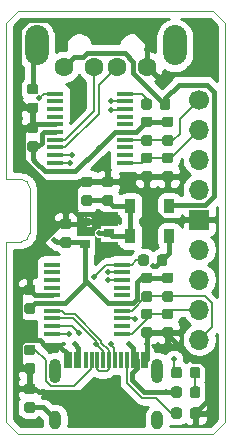
<source format=gbr>
G04 #@! TF.GenerationSoftware,KiCad,Pcbnew,(5.1.5)-3*
G04 #@! TF.CreationDate,2023-06-21T22:09:46+02:00*
G04 #@! TF.ProjectId,vkm,766b6d2e-6b69-4636-9164-5f7063625858,C*
G04 #@! TF.SameCoordinates,PX4395450PY715d7c0*
G04 #@! TF.FileFunction,Copper,L1,Top*
G04 #@! TF.FilePolarity,Positive*
%FSLAX46Y46*%
G04 Gerber Fmt 4.6, Leading zero omitted, Abs format (unit mm)*
G04 Created by KiCad (PCBNEW (5.1.5)-3) date 2023-06-21 22:09:46*
%MOMM*%
%LPD*%
G04 APERTURE LIST*
%ADD10C,0.050000*%
%ADD11C,0.020000*%
%ADD12O,1.700000X1.700000*%
%ADD13R,1.700000X1.700000*%
%ADD14C,1.700000*%
%ADD15R,0.300000X1.450000*%
%ADD16O,1.000000X1.600000*%
%ADD17O,1.000000X2.100000*%
%ADD18R,0.900000X0.800000*%
%ADD19R,0.900000X1.200000*%
%ADD20C,1.600000*%
%ADD21O,2.000000X3.400000*%
%ADD22R,1.450000X0.450000*%
%ADD23C,0.500000*%
%ADD24C,0.406400*%
%ADD25C,0.152400*%
%ADD26C,0.254000*%
%ADD27C,0.025400*%
G04 APERTURE END LIST*
D10*
X1016000Y37338000D02*
X0Y36322000D01*
X17526000Y37338000D02*
X18542000Y36322000D01*
X17526000Y1524000D02*
X18542000Y2540000D01*
X0Y2540000D02*
X1016000Y1524000D01*
X0Y17780000D02*
X0Y2540000D01*
X0Y23114000D02*
X0Y36322000D01*
X2032000Y18542000D02*
G75*
G02X1270000Y17780000I-762000J0D01*
G01*
X1270000Y23114000D02*
G75*
G02X2032000Y22352000I0J-762000D01*
G01*
X2032000Y18542000D02*
X2032000Y22352000D01*
X1270000Y17780000D02*
X0Y17780000D01*
X1270000Y23114000D02*
X0Y23114000D01*
X17526000Y37338000D02*
X1016000Y37338000D01*
X18542000Y2540000D02*
X18542000Y36322000D01*
X1016000Y1524000D02*
X17526000Y1524000D01*
G04 #@! TA.AperFunction,SMDPad,CuDef*
D11*
G36*
X14692691Y7204947D02*
G01*
X14713926Y7201797D01*
X14734750Y7196581D01*
X14754962Y7189349D01*
X14774368Y7180170D01*
X14792781Y7169134D01*
X14810024Y7156346D01*
X14825930Y7141930D01*
X14840346Y7126024D01*
X14853134Y7108781D01*
X14864170Y7090368D01*
X14873349Y7070962D01*
X14880581Y7050750D01*
X14885797Y7029926D01*
X14888947Y7008691D01*
X14890000Y6987250D01*
X14890000Y6474750D01*
X14888947Y6453309D01*
X14885797Y6432074D01*
X14880581Y6411250D01*
X14873349Y6391038D01*
X14864170Y6371632D01*
X14853134Y6353219D01*
X14840346Y6335976D01*
X14825930Y6320070D01*
X14810024Y6305654D01*
X14792781Y6292866D01*
X14774368Y6281830D01*
X14754962Y6272651D01*
X14734750Y6265419D01*
X14713926Y6260203D01*
X14692691Y6257053D01*
X14671250Y6256000D01*
X14233750Y6256000D01*
X14212309Y6257053D01*
X14191074Y6260203D01*
X14170250Y6265419D01*
X14150038Y6272651D01*
X14130632Y6281830D01*
X14112219Y6292866D01*
X14094976Y6305654D01*
X14079070Y6320070D01*
X14064654Y6335976D01*
X14051866Y6353219D01*
X14040830Y6371632D01*
X14031651Y6391038D01*
X14024419Y6411250D01*
X14019203Y6432074D01*
X14016053Y6453309D01*
X14015000Y6474750D01*
X14015000Y6987250D01*
X14016053Y7008691D01*
X14019203Y7029926D01*
X14024419Y7050750D01*
X14031651Y7070962D01*
X14040830Y7090368D01*
X14051866Y7108781D01*
X14064654Y7126024D01*
X14079070Y7141930D01*
X14094976Y7156346D01*
X14112219Y7169134D01*
X14130632Y7180170D01*
X14150038Y7189349D01*
X14170250Y7196581D01*
X14191074Y7201797D01*
X14212309Y7204947D01*
X14233750Y7206000D01*
X14671250Y7206000D01*
X14692691Y7204947D01*
G37*
G04 #@! TD.AperFunction*
G04 #@! TA.AperFunction,SMDPad,CuDef*
G36*
X16267691Y7204947D02*
G01*
X16288926Y7201797D01*
X16309750Y7196581D01*
X16329962Y7189349D01*
X16349368Y7180170D01*
X16367781Y7169134D01*
X16385024Y7156346D01*
X16400930Y7141930D01*
X16415346Y7126024D01*
X16428134Y7108781D01*
X16439170Y7090368D01*
X16448349Y7070962D01*
X16455581Y7050750D01*
X16460797Y7029926D01*
X16463947Y7008691D01*
X16465000Y6987250D01*
X16465000Y6474750D01*
X16463947Y6453309D01*
X16460797Y6432074D01*
X16455581Y6411250D01*
X16448349Y6391038D01*
X16439170Y6371632D01*
X16428134Y6353219D01*
X16415346Y6335976D01*
X16400930Y6320070D01*
X16385024Y6305654D01*
X16367781Y6292866D01*
X16349368Y6281830D01*
X16329962Y6272651D01*
X16309750Y6265419D01*
X16288926Y6260203D01*
X16267691Y6257053D01*
X16246250Y6256000D01*
X15808750Y6256000D01*
X15787309Y6257053D01*
X15766074Y6260203D01*
X15745250Y6265419D01*
X15725038Y6272651D01*
X15705632Y6281830D01*
X15687219Y6292866D01*
X15669976Y6305654D01*
X15654070Y6320070D01*
X15639654Y6335976D01*
X15626866Y6353219D01*
X15615830Y6371632D01*
X15606651Y6391038D01*
X15599419Y6411250D01*
X15594203Y6432074D01*
X15591053Y6453309D01*
X15590000Y6474750D01*
X15590000Y6987250D01*
X15591053Y7008691D01*
X15594203Y7029926D01*
X15599419Y7050750D01*
X15606651Y7070962D01*
X15615830Y7090368D01*
X15626866Y7108781D01*
X15639654Y7126024D01*
X15654070Y7141930D01*
X15669976Y7156346D01*
X15687219Y7169134D01*
X15705632Y7180170D01*
X15725038Y7189349D01*
X15745250Y7196581D01*
X15766074Y7201797D01*
X15787309Y7204947D01*
X15808750Y7206000D01*
X16246250Y7206000D01*
X16267691Y7204947D01*
G37*
G04 #@! TD.AperFunction*
D12*
X16383000Y9525000D03*
X16383000Y12065000D03*
X16383000Y14605000D03*
X16383000Y17145000D03*
D13*
X16383000Y19685000D03*
D12*
X16383000Y22225000D03*
X16383000Y24765000D03*
X16383000Y27305000D03*
D14*
X16383000Y29845000D03*
G04 #@! TA.AperFunction,SMDPad,CuDef*
D11*
G36*
X14692691Y5553947D02*
G01*
X14713926Y5550797D01*
X14734750Y5545581D01*
X14754962Y5538349D01*
X14774368Y5529170D01*
X14792781Y5518134D01*
X14810024Y5505346D01*
X14825930Y5490930D01*
X14840346Y5475024D01*
X14853134Y5457781D01*
X14864170Y5439368D01*
X14873349Y5419962D01*
X14880581Y5399750D01*
X14885797Y5378926D01*
X14888947Y5357691D01*
X14890000Y5336250D01*
X14890000Y4823750D01*
X14888947Y4802309D01*
X14885797Y4781074D01*
X14880581Y4760250D01*
X14873349Y4740038D01*
X14864170Y4720632D01*
X14853134Y4702219D01*
X14840346Y4684976D01*
X14825930Y4669070D01*
X14810024Y4654654D01*
X14792781Y4641866D01*
X14774368Y4630830D01*
X14754962Y4621651D01*
X14734750Y4614419D01*
X14713926Y4609203D01*
X14692691Y4606053D01*
X14671250Y4605000D01*
X14233750Y4605000D01*
X14212309Y4606053D01*
X14191074Y4609203D01*
X14170250Y4614419D01*
X14150038Y4621651D01*
X14130632Y4630830D01*
X14112219Y4641866D01*
X14094976Y4654654D01*
X14079070Y4669070D01*
X14064654Y4684976D01*
X14051866Y4702219D01*
X14040830Y4720632D01*
X14031651Y4740038D01*
X14024419Y4760250D01*
X14019203Y4781074D01*
X14016053Y4802309D01*
X14015000Y4823750D01*
X14015000Y5336250D01*
X14016053Y5357691D01*
X14019203Y5378926D01*
X14024419Y5399750D01*
X14031651Y5419962D01*
X14040830Y5439368D01*
X14051866Y5457781D01*
X14064654Y5475024D01*
X14079070Y5490930D01*
X14094976Y5505346D01*
X14112219Y5518134D01*
X14130632Y5529170D01*
X14150038Y5538349D01*
X14170250Y5545581D01*
X14191074Y5550797D01*
X14212309Y5553947D01*
X14233750Y5555000D01*
X14671250Y5555000D01*
X14692691Y5553947D01*
G37*
G04 #@! TD.AperFunction*
G04 #@! TA.AperFunction,SMDPad,CuDef*
G36*
X16267691Y5553947D02*
G01*
X16288926Y5550797D01*
X16309750Y5545581D01*
X16329962Y5538349D01*
X16349368Y5529170D01*
X16367781Y5518134D01*
X16385024Y5505346D01*
X16400930Y5490930D01*
X16415346Y5475024D01*
X16428134Y5457781D01*
X16439170Y5439368D01*
X16448349Y5419962D01*
X16455581Y5399750D01*
X16460797Y5378926D01*
X16463947Y5357691D01*
X16465000Y5336250D01*
X16465000Y4823750D01*
X16463947Y4802309D01*
X16460797Y4781074D01*
X16455581Y4760250D01*
X16448349Y4740038D01*
X16439170Y4720632D01*
X16428134Y4702219D01*
X16415346Y4684976D01*
X16400930Y4669070D01*
X16385024Y4654654D01*
X16367781Y4641866D01*
X16349368Y4630830D01*
X16329962Y4621651D01*
X16309750Y4614419D01*
X16288926Y4609203D01*
X16267691Y4606053D01*
X16246250Y4605000D01*
X15808750Y4605000D01*
X15787309Y4606053D01*
X15766074Y4609203D01*
X15745250Y4614419D01*
X15725038Y4621651D01*
X15705632Y4630830D01*
X15687219Y4641866D01*
X15669976Y4654654D01*
X15654070Y4669070D01*
X15639654Y4684976D01*
X15626866Y4702219D01*
X15615830Y4720632D01*
X15606651Y4740038D01*
X15599419Y4760250D01*
X15594203Y4781074D01*
X15591053Y4802309D01*
X15590000Y4823750D01*
X15590000Y5336250D01*
X15591053Y5357691D01*
X15594203Y5378926D01*
X15599419Y5399750D01*
X15606651Y5419962D01*
X15615830Y5439368D01*
X15626866Y5457781D01*
X15639654Y5475024D01*
X15654070Y5490930D01*
X15669976Y5505346D01*
X15687219Y5518134D01*
X15705632Y5529170D01*
X15725038Y5538349D01*
X15745250Y5545581D01*
X15766074Y5550797D01*
X15787309Y5553947D01*
X15808750Y5555000D01*
X16246250Y5555000D01*
X16267691Y5553947D01*
G37*
G04 #@! TD.AperFunction*
D15*
X11584000Y7822000D03*
X11109000Y7822000D03*
X5909000Y7822000D03*
X5134000Y7822000D03*
D16*
X12829000Y2727000D03*
X4189000Y2727000D03*
D17*
X12829000Y6907000D03*
X4189000Y6907000D03*
D15*
X8259000Y7822000D03*
X8759000Y7822000D03*
X9259000Y7822000D03*
X7759000Y7822000D03*
X9759000Y7822000D03*
X7259000Y7822000D03*
X10259000Y7822000D03*
X6759000Y7822000D03*
X6209000Y7822000D03*
X10809000Y7822000D03*
X5434000Y7822000D03*
X11884000Y7822000D03*
G04 #@! TA.AperFunction,SMDPad,CuDef*
D11*
G36*
X2309691Y5795947D02*
G01*
X2330926Y5792797D01*
X2351750Y5787581D01*
X2371962Y5780349D01*
X2391368Y5771170D01*
X2409781Y5760134D01*
X2427024Y5747346D01*
X2442930Y5732930D01*
X2457346Y5717024D01*
X2470134Y5699781D01*
X2481170Y5681368D01*
X2490349Y5661962D01*
X2497581Y5641750D01*
X2502797Y5620926D01*
X2505947Y5599691D01*
X2507000Y5578250D01*
X2507000Y5140750D01*
X2505947Y5119309D01*
X2502797Y5098074D01*
X2497581Y5077250D01*
X2490349Y5057038D01*
X2481170Y5037632D01*
X2470134Y5019219D01*
X2457346Y5001976D01*
X2442930Y4986070D01*
X2427024Y4971654D01*
X2409781Y4958866D01*
X2391368Y4947830D01*
X2371962Y4938651D01*
X2351750Y4931419D01*
X2330926Y4926203D01*
X2309691Y4923053D01*
X2288250Y4922000D01*
X1775750Y4922000D01*
X1754309Y4923053D01*
X1733074Y4926203D01*
X1712250Y4931419D01*
X1692038Y4938651D01*
X1672632Y4947830D01*
X1654219Y4958866D01*
X1636976Y4971654D01*
X1621070Y4986070D01*
X1606654Y5001976D01*
X1593866Y5019219D01*
X1582830Y5037632D01*
X1573651Y5057038D01*
X1566419Y5077250D01*
X1561203Y5098074D01*
X1558053Y5119309D01*
X1557000Y5140750D01*
X1557000Y5578250D01*
X1558053Y5599691D01*
X1561203Y5620926D01*
X1566419Y5641750D01*
X1573651Y5661962D01*
X1582830Y5681368D01*
X1593866Y5699781D01*
X1606654Y5717024D01*
X1621070Y5732930D01*
X1636976Y5747346D01*
X1654219Y5760134D01*
X1672632Y5771170D01*
X1692038Y5780349D01*
X1712250Y5787581D01*
X1733074Y5792797D01*
X1754309Y5795947D01*
X1775750Y5797000D01*
X2288250Y5797000D01*
X2309691Y5795947D01*
G37*
G04 #@! TD.AperFunction*
G04 #@! TA.AperFunction,SMDPad,CuDef*
G36*
X2309691Y4220947D02*
G01*
X2330926Y4217797D01*
X2351750Y4212581D01*
X2371962Y4205349D01*
X2391368Y4196170D01*
X2409781Y4185134D01*
X2427024Y4172346D01*
X2442930Y4157930D01*
X2457346Y4142024D01*
X2470134Y4124781D01*
X2481170Y4106368D01*
X2490349Y4086962D01*
X2497581Y4066750D01*
X2502797Y4045926D01*
X2505947Y4024691D01*
X2507000Y4003250D01*
X2507000Y3565750D01*
X2505947Y3544309D01*
X2502797Y3523074D01*
X2497581Y3502250D01*
X2490349Y3482038D01*
X2481170Y3462632D01*
X2470134Y3444219D01*
X2457346Y3426976D01*
X2442930Y3411070D01*
X2427024Y3396654D01*
X2409781Y3383866D01*
X2391368Y3372830D01*
X2371962Y3363651D01*
X2351750Y3356419D01*
X2330926Y3351203D01*
X2309691Y3348053D01*
X2288250Y3347000D01*
X1775750Y3347000D01*
X1754309Y3348053D01*
X1733074Y3351203D01*
X1712250Y3356419D01*
X1692038Y3363651D01*
X1672632Y3372830D01*
X1654219Y3383866D01*
X1636976Y3396654D01*
X1621070Y3411070D01*
X1606654Y3426976D01*
X1593866Y3444219D01*
X1582830Y3462632D01*
X1573651Y3482038D01*
X1566419Y3502250D01*
X1561203Y3523074D01*
X1558053Y3544309D01*
X1557000Y3565750D01*
X1557000Y4003250D01*
X1558053Y4024691D01*
X1561203Y4045926D01*
X1566419Y4066750D01*
X1573651Y4086962D01*
X1582830Y4106368D01*
X1593866Y4124781D01*
X1606654Y4142024D01*
X1621070Y4157930D01*
X1636976Y4172346D01*
X1654219Y4185134D01*
X1672632Y4196170D01*
X1692038Y4205349D01*
X1712250Y4212581D01*
X1733074Y4217797D01*
X1754309Y4220947D01*
X1775750Y4222000D01*
X2288250Y4222000D01*
X2309691Y4220947D01*
G37*
G04 #@! TD.AperFunction*
G04 #@! TA.AperFunction,SMDPad,CuDef*
G36*
X2563691Y29595447D02*
G01*
X2584926Y29592297D01*
X2605750Y29587081D01*
X2625962Y29579849D01*
X2645368Y29570670D01*
X2663781Y29559634D01*
X2681024Y29546846D01*
X2696930Y29532430D01*
X2711346Y29516524D01*
X2724134Y29499281D01*
X2735170Y29480868D01*
X2744349Y29461462D01*
X2751581Y29441250D01*
X2756797Y29420426D01*
X2759947Y29399191D01*
X2761000Y29377750D01*
X2761000Y28940250D01*
X2759947Y28918809D01*
X2756797Y28897574D01*
X2751581Y28876750D01*
X2744349Y28856538D01*
X2735170Y28837132D01*
X2724134Y28818719D01*
X2711346Y28801476D01*
X2696930Y28785570D01*
X2681024Y28771154D01*
X2663781Y28758366D01*
X2645368Y28747330D01*
X2625962Y28738151D01*
X2605750Y28730919D01*
X2584926Y28725703D01*
X2563691Y28722553D01*
X2542250Y28721500D01*
X2029750Y28721500D01*
X2008309Y28722553D01*
X1987074Y28725703D01*
X1966250Y28730919D01*
X1946038Y28738151D01*
X1926632Y28747330D01*
X1908219Y28758366D01*
X1890976Y28771154D01*
X1875070Y28785570D01*
X1860654Y28801476D01*
X1847866Y28818719D01*
X1836830Y28837132D01*
X1827651Y28856538D01*
X1820419Y28876750D01*
X1815203Y28897574D01*
X1812053Y28918809D01*
X1811000Y28940250D01*
X1811000Y29377750D01*
X1812053Y29399191D01*
X1815203Y29420426D01*
X1820419Y29441250D01*
X1827651Y29461462D01*
X1836830Y29480868D01*
X1847866Y29499281D01*
X1860654Y29516524D01*
X1875070Y29532430D01*
X1890976Y29546846D01*
X1908219Y29559634D01*
X1926632Y29570670D01*
X1946038Y29579849D01*
X1966250Y29587081D01*
X1987074Y29592297D01*
X2008309Y29595447D01*
X2029750Y29596500D01*
X2542250Y29596500D01*
X2563691Y29595447D01*
G37*
G04 #@! TD.AperFunction*
G04 #@! TA.AperFunction,SMDPad,CuDef*
G36*
X2563691Y31170447D02*
G01*
X2584926Y31167297D01*
X2605750Y31162081D01*
X2625962Y31154849D01*
X2645368Y31145670D01*
X2663781Y31134634D01*
X2681024Y31121846D01*
X2696930Y31107430D01*
X2711346Y31091524D01*
X2724134Y31074281D01*
X2735170Y31055868D01*
X2744349Y31036462D01*
X2751581Y31016250D01*
X2756797Y30995426D01*
X2759947Y30974191D01*
X2761000Y30952750D01*
X2761000Y30515250D01*
X2759947Y30493809D01*
X2756797Y30472574D01*
X2751581Y30451750D01*
X2744349Y30431538D01*
X2735170Y30412132D01*
X2724134Y30393719D01*
X2711346Y30376476D01*
X2696930Y30360570D01*
X2681024Y30346154D01*
X2663781Y30333366D01*
X2645368Y30322330D01*
X2625962Y30313151D01*
X2605750Y30305919D01*
X2584926Y30300703D01*
X2563691Y30297553D01*
X2542250Y30296500D01*
X2029750Y30296500D01*
X2008309Y30297553D01*
X1987074Y30300703D01*
X1966250Y30305919D01*
X1946038Y30313151D01*
X1926632Y30322330D01*
X1908219Y30333366D01*
X1890976Y30346154D01*
X1875070Y30360570D01*
X1860654Y30376476D01*
X1847866Y30393719D01*
X1836830Y30412132D01*
X1827651Y30431538D01*
X1820419Y30451750D01*
X1815203Y30472574D01*
X1812053Y30493809D01*
X1811000Y30515250D01*
X1811000Y30952750D01*
X1812053Y30974191D01*
X1815203Y30995426D01*
X1820419Y31016250D01*
X1827651Y31036462D01*
X1836830Y31055868D01*
X1847866Y31074281D01*
X1860654Y31091524D01*
X1875070Y31107430D01*
X1890976Y31121846D01*
X1908219Y31134634D01*
X1926632Y31145670D01*
X1946038Y31154849D01*
X1966250Y31162081D01*
X1987074Y31167297D01*
X2008309Y31170447D01*
X2029750Y31171500D01*
X2542250Y31171500D01*
X2563691Y31170447D01*
G37*
G04 #@! TD.AperFunction*
D18*
X8747000Y18542000D03*
X6747000Y17592000D03*
X6747000Y19492000D03*
G04 #@! TA.AperFunction,SMDPad,CuDef*
D11*
G36*
X5357691Y19765947D02*
G01*
X5378926Y19762797D01*
X5399750Y19757581D01*
X5419962Y19750349D01*
X5439368Y19741170D01*
X5457781Y19730134D01*
X5475024Y19717346D01*
X5490930Y19702930D01*
X5505346Y19687024D01*
X5518134Y19669781D01*
X5529170Y19651368D01*
X5538349Y19631962D01*
X5545581Y19611750D01*
X5550797Y19590926D01*
X5553947Y19569691D01*
X5555000Y19548250D01*
X5555000Y19110750D01*
X5553947Y19089309D01*
X5550797Y19068074D01*
X5545581Y19047250D01*
X5538349Y19027038D01*
X5529170Y19007632D01*
X5518134Y18989219D01*
X5505346Y18971976D01*
X5490930Y18956070D01*
X5475024Y18941654D01*
X5457781Y18928866D01*
X5439368Y18917830D01*
X5419962Y18908651D01*
X5399750Y18901419D01*
X5378926Y18896203D01*
X5357691Y18893053D01*
X5336250Y18892000D01*
X4823750Y18892000D01*
X4802309Y18893053D01*
X4781074Y18896203D01*
X4760250Y18901419D01*
X4740038Y18908651D01*
X4720632Y18917830D01*
X4702219Y18928866D01*
X4684976Y18941654D01*
X4669070Y18956070D01*
X4654654Y18971976D01*
X4641866Y18989219D01*
X4630830Y19007632D01*
X4621651Y19027038D01*
X4614419Y19047250D01*
X4609203Y19068074D01*
X4606053Y19089309D01*
X4605000Y19110750D01*
X4605000Y19548250D01*
X4606053Y19569691D01*
X4609203Y19590926D01*
X4614419Y19611750D01*
X4621651Y19631962D01*
X4630830Y19651368D01*
X4641866Y19669781D01*
X4654654Y19687024D01*
X4669070Y19702930D01*
X4684976Y19717346D01*
X4702219Y19730134D01*
X4720632Y19741170D01*
X4740038Y19750349D01*
X4760250Y19757581D01*
X4781074Y19762797D01*
X4802309Y19765947D01*
X4823750Y19767000D01*
X5336250Y19767000D01*
X5357691Y19765947D01*
G37*
G04 #@! TD.AperFunction*
G04 #@! TA.AperFunction,SMDPad,CuDef*
G36*
X5357691Y18190947D02*
G01*
X5378926Y18187797D01*
X5399750Y18182581D01*
X5419962Y18175349D01*
X5439368Y18166170D01*
X5457781Y18155134D01*
X5475024Y18142346D01*
X5490930Y18127930D01*
X5505346Y18112024D01*
X5518134Y18094781D01*
X5529170Y18076368D01*
X5538349Y18056962D01*
X5545581Y18036750D01*
X5550797Y18015926D01*
X5553947Y17994691D01*
X5555000Y17973250D01*
X5555000Y17535750D01*
X5553947Y17514309D01*
X5550797Y17493074D01*
X5545581Y17472250D01*
X5538349Y17452038D01*
X5529170Y17432632D01*
X5518134Y17414219D01*
X5505346Y17396976D01*
X5490930Y17381070D01*
X5475024Y17366654D01*
X5457781Y17353866D01*
X5439368Y17342830D01*
X5419962Y17333651D01*
X5399750Y17326419D01*
X5378926Y17321203D01*
X5357691Y17318053D01*
X5336250Y17317000D01*
X4823750Y17317000D01*
X4802309Y17318053D01*
X4781074Y17321203D01*
X4760250Y17326419D01*
X4740038Y17333651D01*
X4720632Y17342830D01*
X4702219Y17353866D01*
X4684976Y17366654D01*
X4669070Y17381070D01*
X4654654Y17396976D01*
X4641866Y17414219D01*
X4630830Y17432632D01*
X4621651Y17452038D01*
X4614419Y17472250D01*
X4609203Y17493074D01*
X4606053Y17514309D01*
X4605000Y17535750D01*
X4605000Y17973250D01*
X4606053Y17994691D01*
X4609203Y18015926D01*
X4614419Y18036750D01*
X4621651Y18056962D01*
X4630830Y18076368D01*
X4641866Y18094781D01*
X4654654Y18112024D01*
X4669070Y18127930D01*
X4684976Y18142346D01*
X4702219Y18155134D01*
X4720632Y18166170D01*
X4740038Y18175349D01*
X4760250Y18182581D01*
X4781074Y18187797D01*
X4802309Y18190947D01*
X4823750Y18192000D01*
X5336250Y18192000D01*
X5357691Y18190947D01*
G37*
G04 #@! TD.AperFunction*
G04 #@! TA.AperFunction,SMDPad,CuDef*
G36*
X8913691Y23321947D02*
G01*
X8934926Y23318797D01*
X8955750Y23313581D01*
X8975962Y23306349D01*
X8995368Y23297170D01*
X9013781Y23286134D01*
X9031024Y23273346D01*
X9046930Y23258930D01*
X9061346Y23243024D01*
X9074134Y23225781D01*
X9085170Y23207368D01*
X9094349Y23187962D01*
X9101581Y23167750D01*
X9106797Y23146926D01*
X9109947Y23125691D01*
X9111000Y23104250D01*
X9111000Y22666750D01*
X9109947Y22645309D01*
X9106797Y22624074D01*
X9101581Y22603250D01*
X9094349Y22583038D01*
X9085170Y22563632D01*
X9074134Y22545219D01*
X9061346Y22527976D01*
X9046930Y22512070D01*
X9031024Y22497654D01*
X9013781Y22484866D01*
X8995368Y22473830D01*
X8975962Y22464651D01*
X8955750Y22457419D01*
X8934926Y22452203D01*
X8913691Y22449053D01*
X8892250Y22448000D01*
X8379750Y22448000D01*
X8358309Y22449053D01*
X8337074Y22452203D01*
X8316250Y22457419D01*
X8296038Y22464651D01*
X8276632Y22473830D01*
X8258219Y22484866D01*
X8240976Y22497654D01*
X8225070Y22512070D01*
X8210654Y22527976D01*
X8197866Y22545219D01*
X8186830Y22563632D01*
X8177651Y22583038D01*
X8170419Y22603250D01*
X8165203Y22624074D01*
X8162053Y22645309D01*
X8161000Y22666750D01*
X8161000Y23104250D01*
X8162053Y23125691D01*
X8165203Y23146926D01*
X8170419Y23167750D01*
X8177651Y23187962D01*
X8186830Y23207368D01*
X8197866Y23225781D01*
X8210654Y23243024D01*
X8225070Y23258930D01*
X8240976Y23273346D01*
X8258219Y23286134D01*
X8276632Y23297170D01*
X8296038Y23306349D01*
X8316250Y23313581D01*
X8337074Y23318797D01*
X8358309Y23321947D01*
X8379750Y23323000D01*
X8892250Y23323000D01*
X8913691Y23321947D01*
G37*
G04 #@! TD.AperFunction*
G04 #@! TA.AperFunction,SMDPad,CuDef*
G36*
X8913691Y21746947D02*
G01*
X8934926Y21743797D01*
X8955750Y21738581D01*
X8975962Y21731349D01*
X8995368Y21722170D01*
X9013781Y21711134D01*
X9031024Y21698346D01*
X9046930Y21683930D01*
X9061346Y21668024D01*
X9074134Y21650781D01*
X9085170Y21632368D01*
X9094349Y21612962D01*
X9101581Y21592750D01*
X9106797Y21571926D01*
X9109947Y21550691D01*
X9111000Y21529250D01*
X9111000Y21091750D01*
X9109947Y21070309D01*
X9106797Y21049074D01*
X9101581Y21028250D01*
X9094349Y21008038D01*
X9085170Y20988632D01*
X9074134Y20970219D01*
X9061346Y20952976D01*
X9046930Y20937070D01*
X9031024Y20922654D01*
X9013781Y20909866D01*
X8995368Y20898830D01*
X8975962Y20889651D01*
X8955750Y20882419D01*
X8934926Y20877203D01*
X8913691Y20874053D01*
X8892250Y20873000D01*
X8379750Y20873000D01*
X8358309Y20874053D01*
X8337074Y20877203D01*
X8316250Y20882419D01*
X8296038Y20889651D01*
X8276632Y20898830D01*
X8258219Y20909866D01*
X8240976Y20922654D01*
X8225070Y20937070D01*
X8210654Y20952976D01*
X8197866Y20970219D01*
X8186830Y20988632D01*
X8177651Y21008038D01*
X8170419Y21028250D01*
X8165203Y21049074D01*
X8162053Y21070309D01*
X8161000Y21091750D01*
X8161000Y21529250D01*
X8162053Y21550691D01*
X8165203Y21571926D01*
X8170419Y21592750D01*
X8177651Y21612962D01*
X8186830Y21632368D01*
X8197866Y21650781D01*
X8210654Y21668024D01*
X8225070Y21683930D01*
X8240976Y21698346D01*
X8258219Y21711134D01*
X8276632Y21722170D01*
X8296038Y21731349D01*
X8316250Y21738581D01*
X8337074Y21743797D01*
X8358309Y21746947D01*
X8379750Y21748000D01*
X8892250Y21748000D01*
X8913691Y21746947D01*
G37*
G04 #@! TD.AperFunction*
D19*
X13842000Y18288000D03*
X10542000Y18288000D03*
X13842000Y20828000D03*
X10542000Y20828000D03*
G04 #@! TA.AperFunction,SMDPad,CuDef*
D11*
G36*
X14692691Y3775947D02*
G01*
X14713926Y3772797D01*
X14734750Y3767581D01*
X14754962Y3760349D01*
X14774368Y3751170D01*
X14792781Y3740134D01*
X14810024Y3727346D01*
X14825930Y3712930D01*
X14840346Y3697024D01*
X14853134Y3679781D01*
X14864170Y3661368D01*
X14873349Y3641962D01*
X14880581Y3621750D01*
X14885797Y3600926D01*
X14888947Y3579691D01*
X14890000Y3558250D01*
X14890000Y3045750D01*
X14888947Y3024309D01*
X14885797Y3003074D01*
X14880581Y2982250D01*
X14873349Y2962038D01*
X14864170Y2942632D01*
X14853134Y2924219D01*
X14840346Y2906976D01*
X14825930Y2891070D01*
X14810024Y2876654D01*
X14792781Y2863866D01*
X14774368Y2852830D01*
X14754962Y2843651D01*
X14734750Y2836419D01*
X14713926Y2831203D01*
X14692691Y2828053D01*
X14671250Y2827000D01*
X14233750Y2827000D01*
X14212309Y2828053D01*
X14191074Y2831203D01*
X14170250Y2836419D01*
X14150038Y2843651D01*
X14130632Y2852830D01*
X14112219Y2863866D01*
X14094976Y2876654D01*
X14079070Y2891070D01*
X14064654Y2906976D01*
X14051866Y2924219D01*
X14040830Y2942632D01*
X14031651Y2962038D01*
X14024419Y2982250D01*
X14019203Y3003074D01*
X14016053Y3024309D01*
X14015000Y3045750D01*
X14015000Y3558250D01*
X14016053Y3579691D01*
X14019203Y3600926D01*
X14024419Y3621750D01*
X14031651Y3641962D01*
X14040830Y3661368D01*
X14051866Y3679781D01*
X14064654Y3697024D01*
X14079070Y3712930D01*
X14094976Y3727346D01*
X14112219Y3740134D01*
X14130632Y3751170D01*
X14150038Y3760349D01*
X14170250Y3767581D01*
X14191074Y3772797D01*
X14212309Y3775947D01*
X14233750Y3777000D01*
X14671250Y3777000D01*
X14692691Y3775947D01*
G37*
G04 #@! TD.AperFunction*
G04 #@! TA.AperFunction,SMDPad,CuDef*
G36*
X16267691Y3775947D02*
G01*
X16288926Y3772797D01*
X16309750Y3767581D01*
X16329962Y3760349D01*
X16349368Y3751170D01*
X16367781Y3740134D01*
X16385024Y3727346D01*
X16400930Y3712930D01*
X16415346Y3697024D01*
X16428134Y3679781D01*
X16439170Y3661368D01*
X16448349Y3641962D01*
X16455581Y3621750D01*
X16460797Y3600926D01*
X16463947Y3579691D01*
X16465000Y3558250D01*
X16465000Y3045750D01*
X16463947Y3024309D01*
X16460797Y3003074D01*
X16455581Y2982250D01*
X16448349Y2962038D01*
X16439170Y2942632D01*
X16428134Y2924219D01*
X16415346Y2906976D01*
X16400930Y2891070D01*
X16385024Y2876654D01*
X16367781Y2863866D01*
X16349368Y2852830D01*
X16329962Y2843651D01*
X16309750Y2836419D01*
X16288926Y2831203D01*
X16267691Y2828053D01*
X16246250Y2827000D01*
X15808750Y2827000D01*
X15787309Y2828053D01*
X15766074Y2831203D01*
X15745250Y2836419D01*
X15725038Y2843651D01*
X15705632Y2852830D01*
X15687219Y2863866D01*
X15669976Y2876654D01*
X15654070Y2891070D01*
X15639654Y2906976D01*
X15626866Y2924219D01*
X15615830Y2942632D01*
X15606651Y2962038D01*
X15599419Y2982250D01*
X15594203Y3003074D01*
X15591053Y3024309D01*
X15590000Y3045750D01*
X15590000Y3558250D01*
X15591053Y3579691D01*
X15594203Y3600926D01*
X15599419Y3621750D01*
X15606651Y3641962D01*
X15615830Y3661368D01*
X15626866Y3679781D01*
X15639654Y3697024D01*
X15654070Y3712930D01*
X15669976Y3727346D01*
X15687219Y3740134D01*
X15705632Y3751170D01*
X15725038Y3760349D01*
X15745250Y3767581D01*
X15766074Y3772797D01*
X15787309Y3775947D01*
X15808750Y3777000D01*
X16246250Y3777000D01*
X16267691Y3775947D01*
G37*
G04 #@! TD.AperFunction*
G04 #@! TA.AperFunction,SMDPad,CuDef*
G36*
X2309691Y9097947D02*
G01*
X2330926Y9094797D01*
X2351750Y9089581D01*
X2371962Y9082349D01*
X2391368Y9073170D01*
X2409781Y9062134D01*
X2427024Y9049346D01*
X2442930Y9034930D01*
X2457346Y9019024D01*
X2470134Y9001781D01*
X2481170Y8983368D01*
X2490349Y8963962D01*
X2497581Y8943750D01*
X2502797Y8922926D01*
X2505947Y8901691D01*
X2507000Y8880250D01*
X2507000Y8442750D01*
X2505947Y8421309D01*
X2502797Y8400074D01*
X2497581Y8379250D01*
X2490349Y8359038D01*
X2481170Y8339632D01*
X2470134Y8321219D01*
X2457346Y8303976D01*
X2442930Y8288070D01*
X2427024Y8273654D01*
X2409781Y8260866D01*
X2391368Y8249830D01*
X2371962Y8240651D01*
X2351750Y8233419D01*
X2330926Y8228203D01*
X2309691Y8225053D01*
X2288250Y8224000D01*
X1775750Y8224000D01*
X1754309Y8225053D01*
X1733074Y8228203D01*
X1712250Y8233419D01*
X1692038Y8240651D01*
X1672632Y8249830D01*
X1654219Y8260866D01*
X1636976Y8273654D01*
X1621070Y8288070D01*
X1606654Y8303976D01*
X1593866Y8321219D01*
X1582830Y8339632D01*
X1573651Y8359038D01*
X1566419Y8379250D01*
X1561203Y8400074D01*
X1558053Y8421309D01*
X1557000Y8442750D01*
X1557000Y8880250D01*
X1558053Y8901691D01*
X1561203Y8922926D01*
X1566419Y8943750D01*
X1573651Y8963962D01*
X1582830Y8983368D01*
X1593866Y9001781D01*
X1606654Y9019024D01*
X1621070Y9034930D01*
X1636976Y9049346D01*
X1654219Y9062134D01*
X1672632Y9073170D01*
X1692038Y9082349D01*
X1712250Y9089581D01*
X1733074Y9094797D01*
X1754309Y9097947D01*
X1775750Y9099000D01*
X2288250Y9099000D01*
X2309691Y9097947D01*
G37*
G04 #@! TD.AperFunction*
G04 #@! TA.AperFunction,SMDPad,CuDef*
G36*
X2309691Y7522947D02*
G01*
X2330926Y7519797D01*
X2351750Y7514581D01*
X2371962Y7507349D01*
X2391368Y7498170D01*
X2409781Y7487134D01*
X2427024Y7474346D01*
X2442930Y7459930D01*
X2457346Y7444024D01*
X2470134Y7426781D01*
X2481170Y7408368D01*
X2490349Y7388962D01*
X2497581Y7368750D01*
X2502797Y7347926D01*
X2505947Y7326691D01*
X2507000Y7305250D01*
X2507000Y6867750D01*
X2505947Y6846309D01*
X2502797Y6825074D01*
X2497581Y6804250D01*
X2490349Y6784038D01*
X2481170Y6764632D01*
X2470134Y6746219D01*
X2457346Y6728976D01*
X2442930Y6713070D01*
X2427024Y6698654D01*
X2409781Y6685866D01*
X2391368Y6674830D01*
X2371962Y6665651D01*
X2351750Y6658419D01*
X2330926Y6653203D01*
X2309691Y6650053D01*
X2288250Y6649000D01*
X1775750Y6649000D01*
X1754309Y6650053D01*
X1733074Y6653203D01*
X1712250Y6658419D01*
X1692038Y6665651D01*
X1672632Y6674830D01*
X1654219Y6685866D01*
X1636976Y6698654D01*
X1621070Y6713070D01*
X1606654Y6728976D01*
X1593866Y6746219D01*
X1582830Y6764632D01*
X1573651Y6784038D01*
X1566419Y6804250D01*
X1561203Y6825074D01*
X1558053Y6846309D01*
X1557000Y6867750D01*
X1557000Y7305250D01*
X1558053Y7326691D01*
X1561203Y7347926D01*
X1566419Y7368750D01*
X1573651Y7388962D01*
X1582830Y7408368D01*
X1593866Y7426781D01*
X1606654Y7444024D01*
X1621070Y7459930D01*
X1636976Y7474346D01*
X1654219Y7487134D01*
X1672632Y7498170D01*
X1692038Y7507349D01*
X1712250Y7514581D01*
X1733074Y7519797D01*
X1754309Y7522947D01*
X1775750Y7524000D01*
X2288250Y7524000D01*
X2309691Y7522947D01*
G37*
G04 #@! TD.AperFunction*
D20*
X4953000Y32628000D03*
X7453000Y32628000D03*
X9453000Y32628000D03*
X11953000Y32628000D03*
D21*
X2603000Y34428000D03*
X14303000Y34428000D03*
G04 #@! TA.AperFunction,SMDPad,CuDef*
D11*
G36*
X13993691Y10570947D02*
G01*
X14014926Y10567797D01*
X14035750Y10562581D01*
X14055962Y10555349D01*
X14075368Y10546170D01*
X14093781Y10535134D01*
X14111024Y10522346D01*
X14126930Y10507930D01*
X14141346Y10492024D01*
X14154134Y10474781D01*
X14165170Y10456368D01*
X14174349Y10436962D01*
X14181581Y10416750D01*
X14186797Y10395926D01*
X14189947Y10374691D01*
X14191000Y10353250D01*
X14191000Y9915750D01*
X14189947Y9894309D01*
X14186797Y9873074D01*
X14181581Y9852250D01*
X14174349Y9832038D01*
X14165170Y9812632D01*
X14154134Y9794219D01*
X14141346Y9776976D01*
X14126930Y9761070D01*
X14111024Y9746654D01*
X14093781Y9733866D01*
X14075368Y9722830D01*
X14055962Y9713651D01*
X14035750Y9706419D01*
X14014926Y9701203D01*
X13993691Y9698053D01*
X13972250Y9697000D01*
X13459750Y9697000D01*
X13438309Y9698053D01*
X13417074Y9701203D01*
X13396250Y9706419D01*
X13376038Y9713651D01*
X13356632Y9722830D01*
X13338219Y9733866D01*
X13320976Y9746654D01*
X13305070Y9761070D01*
X13290654Y9776976D01*
X13277866Y9794219D01*
X13266830Y9812632D01*
X13257651Y9832038D01*
X13250419Y9852250D01*
X13245203Y9873074D01*
X13242053Y9894309D01*
X13241000Y9915750D01*
X13241000Y10353250D01*
X13242053Y10374691D01*
X13245203Y10395926D01*
X13250419Y10416750D01*
X13257651Y10436962D01*
X13266830Y10456368D01*
X13277866Y10474781D01*
X13290654Y10492024D01*
X13305070Y10507930D01*
X13320976Y10522346D01*
X13338219Y10535134D01*
X13356632Y10546170D01*
X13376038Y10555349D01*
X13396250Y10562581D01*
X13417074Y10567797D01*
X13438309Y10570947D01*
X13459750Y10572000D01*
X13972250Y10572000D01*
X13993691Y10570947D01*
G37*
G04 #@! TD.AperFunction*
G04 #@! TA.AperFunction,SMDPad,CuDef*
G36*
X13993691Y12145947D02*
G01*
X14014926Y12142797D01*
X14035750Y12137581D01*
X14055962Y12130349D01*
X14075368Y12121170D01*
X14093781Y12110134D01*
X14111024Y12097346D01*
X14126930Y12082930D01*
X14141346Y12067024D01*
X14154134Y12049781D01*
X14165170Y12031368D01*
X14174349Y12011962D01*
X14181581Y11991750D01*
X14186797Y11970926D01*
X14189947Y11949691D01*
X14191000Y11928250D01*
X14191000Y11490750D01*
X14189947Y11469309D01*
X14186797Y11448074D01*
X14181581Y11427250D01*
X14174349Y11407038D01*
X14165170Y11387632D01*
X14154134Y11369219D01*
X14141346Y11351976D01*
X14126930Y11336070D01*
X14111024Y11321654D01*
X14093781Y11308866D01*
X14075368Y11297830D01*
X14055962Y11288651D01*
X14035750Y11281419D01*
X14014926Y11276203D01*
X13993691Y11273053D01*
X13972250Y11272000D01*
X13459750Y11272000D01*
X13438309Y11273053D01*
X13417074Y11276203D01*
X13396250Y11281419D01*
X13376038Y11288651D01*
X13356632Y11297830D01*
X13338219Y11308866D01*
X13320976Y11321654D01*
X13305070Y11336070D01*
X13290654Y11351976D01*
X13277866Y11369219D01*
X13266830Y11387632D01*
X13257651Y11407038D01*
X13250419Y11427250D01*
X13245203Y11448074D01*
X13242053Y11469309D01*
X13241000Y11490750D01*
X13241000Y11928250D01*
X13242053Y11949691D01*
X13245203Y11970926D01*
X13250419Y11991750D01*
X13257651Y12011962D01*
X13266830Y12031368D01*
X13277866Y12049781D01*
X13290654Y12067024D01*
X13305070Y12082930D01*
X13320976Y12097346D01*
X13338219Y12110134D01*
X13356632Y12121170D01*
X13376038Y12130349D01*
X13396250Y12137581D01*
X13417074Y12142797D01*
X13438309Y12145947D01*
X13459750Y12147000D01*
X13972250Y12147000D01*
X13993691Y12145947D01*
G37*
G04 #@! TD.AperFunction*
G04 #@! TA.AperFunction,SMDPad,CuDef*
G36*
X13993691Y13618947D02*
G01*
X14014926Y13615797D01*
X14035750Y13610581D01*
X14055962Y13603349D01*
X14075368Y13594170D01*
X14093781Y13583134D01*
X14111024Y13570346D01*
X14126930Y13555930D01*
X14141346Y13540024D01*
X14154134Y13522781D01*
X14165170Y13504368D01*
X14174349Y13484962D01*
X14181581Y13464750D01*
X14186797Y13443926D01*
X14189947Y13422691D01*
X14191000Y13401250D01*
X14191000Y12963750D01*
X14189947Y12942309D01*
X14186797Y12921074D01*
X14181581Y12900250D01*
X14174349Y12880038D01*
X14165170Y12860632D01*
X14154134Y12842219D01*
X14141346Y12824976D01*
X14126930Y12809070D01*
X14111024Y12794654D01*
X14093781Y12781866D01*
X14075368Y12770830D01*
X14055962Y12761651D01*
X14035750Y12754419D01*
X14014926Y12749203D01*
X13993691Y12746053D01*
X13972250Y12745000D01*
X13459750Y12745000D01*
X13438309Y12746053D01*
X13417074Y12749203D01*
X13396250Y12754419D01*
X13376038Y12761651D01*
X13356632Y12770830D01*
X13338219Y12781866D01*
X13320976Y12794654D01*
X13305070Y12809070D01*
X13290654Y12824976D01*
X13277866Y12842219D01*
X13266830Y12860632D01*
X13257651Y12880038D01*
X13250419Y12900250D01*
X13245203Y12921074D01*
X13242053Y12942309D01*
X13241000Y12963750D01*
X13241000Y13401250D01*
X13242053Y13422691D01*
X13245203Y13443926D01*
X13250419Y13464750D01*
X13257651Y13484962D01*
X13266830Y13504368D01*
X13277866Y13522781D01*
X13290654Y13540024D01*
X13305070Y13555930D01*
X13320976Y13570346D01*
X13338219Y13583134D01*
X13356632Y13594170D01*
X13376038Y13603349D01*
X13396250Y13610581D01*
X13417074Y13615797D01*
X13438309Y13618947D01*
X13459750Y13620000D01*
X13972250Y13620000D01*
X13993691Y13618947D01*
G37*
G04 #@! TD.AperFunction*
G04 #@! TA.AperFunction,SMDPad,CuDef*
G36*
X13993691Y15193947D02*
G01*
X14014926Y15190797D01*
X14035750Y15185581D01*
X14055962Y15178349D01*
X14075368Y15169170D01*
X14093781Y15158134D01*
X14111024Y15145346D01*
X14126930Y15130930D01*
X14141346Y15115024D01*
X14154134Y15097781D01*
X14165170Y15079368D01*
X14174349Y15059962D01*
X14181581Y15039750D01*
X14186797Y15018926D01*
X14189947Y14997691D01*
X14191000Y14976250D01*
X14191000Y14538750D01*
X14189947Y14517309D01*
X14186797Y14496074D01*
X14181581Y14475250D01*
X14174349Y14455038D01*
X14165170Y14435632D01*
X14154134Y14417219D01*
X14141346Y14399976D01*
X14126930Y14384070D01*
X14111024Y14369654D01*
X14093781Y14356866D01*
X14075368Y14345830D01*
X14055962Y14336651D01*
X14035750Y14329419D01*
X14014926Y14324203D01*
X13993691Y14321053D01*
X13972250Y14320000D01*
X13459750Y14320000D01*
X13438309Y14321053D01*
X13417074Y14324203D01*
X13396250Y14329419D01*
X13376038Y14336651D01*
X13356632Y14345830D01*
X13338219Y14356866D01*
X13320976Y14369654D01*
X13305070Y14384070D01*
X13290654Y14399976D01*
X13277866Y14417219D01*
X13266830Y14435632D01*
X13257651Y14455038D01*
X13250419Y14475250D01*
X13245203Y14496074D01*
X13242053Y14517309D01*
X13241000Y14538750D01*
X13241000Y14976250D01*
X13242053Y14997691D01*
X13245203Y15018926D01*
X13250419Y15039750D01*
X13257651Y15059962D01*
X13266830Y15079368D01*
X13277866Y15097781D01*
X13290654Y15115024D01*
X13305070Y15130930D01*
X13320976Y15145346D01*
X13338219Y15158134D01*
X13356632Y15169170D01*
X13376038Y15178349D01*
X13396250Y15185581D01*
X13417074Y15190797D01*
X13438309Y15193947D01*
X13459750Y15195000D01*
X13972250Y15195000D01*
X13993691Y15193947D01*
G37*
G04 #@! TD.AperFunction*
G04 #@! TA.AperFunction,SMDPad,CuDef*
G36*
X12215691Y23778947D02*
G01*
X12236926Y23775797D01*
X12257750Y23770581D01*
X12277962Y23763349D01*
X12297368Y23754170D01*
X12315781Y23743134D01*
X12333024Y23730346D01*
X12348930Y23715930D01*
X12363346Y23700024D01*
X12376134Y23682781D01*
X12387170Y23664368D01*
X12396349Y23644962D01*
X12403581Y23624750D01*
X12408797Y23603926D01*
X12411947Y23582691D01*
X12413000Y23561250D01*
X12413000Y23123750D01*
X12411947Y23102309D01*
X12408797Y23081074D01*
X12403581Y23060250D01*
X12396349Y23040038D01*
X12387170Y23020632D01*
X12376134Y23002219D01*
X12363346Y22984976D01*
X12348930Y22969070D01*
X12333024Y22954654D01*
X12315781Y22941866D01*
X12297368Y22930830D01*
X12277962Y22921651D01*
X12257750Y22914419D01*
X12236926Y22909203D01*
X12215691Y22906053D01*
X12194250Y22905000D01*
X11681750Y22905000D01*
X11660309Y22906053D01*
X11639074Y22909203D01*
X11618250Y22914419D01*
X11598038Y22921651D01*
X11578632Y22930830D01*
X11560219Y22941866D01*
X11542976Y22954654D01*
X11527070Y22969070D01*
X11512654Y22984976D01*
X11499866Y23002219D01*
X11488830Y23020632D01*
X11479651Y23040038D01*
X11472419Y23060250D01*
X11467203Y23081074D01*
X11464053Y23102309D01*
X11463000Y23123750D01*
X11463000Y23561250D01*
X11464053Y23582691D01*
X11467203Y23603926D01*
X11472419Y23624750D01*
X11479651Y23644962D01*
X11488830Y23664368D01*
X11499866Y23682781D01*
X11512654Y23700024D01*
X11527070Y23715930D01*
X11542976Y23730346D01*
X11560219Y23743134D01*
X11578632Y23754170D01*
X11598038Y23763349D01*
X11618250Y23770581D01*
X11639074Y23775797D01*
X11660309Y23778947D01*
X11681750Y23780000D01*
X12194250Y23780000D01*
X12215691Y23778947D01*
G37*
G04 #@! TD.AperFunction*
G04 #@! TA.AperFunction,SMDPad,CuDef*
G36*
X12215691Y25353947D02*
G01*
X12236926Y25350797D01*
X12257750Y25345581D01*
X12277962Y25338349D01*
X12297368Y25329170D01*
X12315781Y25318134D01*
X12333024Y25305346D01*
X12348930Y25290930D01*
X12363346Y25275024D01*
X12376134Y25257781D01*
X12387170Y25239368D01*
X12396349Y25219962D01*
X12403581Y25199750D01*
X12408797Y25178926D01*
X12411947Y25157691D01*
X12413000Y25136250D01*
X12413000Y24698750D01*
X12411947Y24677309D01*
X12408797Y24656074D01*
X12403581Y24635250D01*
X12396349Y24615038D01*
X12387170Y24595632D01*
X12376134Y24577219D01*
X12363346Y24559976D01*
X12348930Y24544070D01*
X12333024Y24529654D01*
X12315781Y24516866D01*
X12297368Y24505830D01*
X12277962Y24496651D01*
X12257750Y24489419D01*
X12236926Y24484203D01*
X12215691Y24481053D01*
X12194250Y24480000D01*
X11681750Y24480000D01*
X11660309Y24481053D01*
X11639074Y24484203D01*
X11618250Y24489419D01*
X11598038Y24496651D01*
X11578632Y24505830D01*
X11560219Y24516866D01*
X11542976Y24529654D01*
X11527070Y24544070D01*
X11512654Y24559976D01*
X11499866Y24577219D01*
X11488830Y24595632D01*
X11479651Y24615038D01*
X11472419Y24635250D01*
X11467203Y24656074D01*
X11464053Y24677309D01*
X11463000Y24698750D01*
X11463000Y25136250D01*
X11464053Y25157691D01*
X11467203Y25178926D01*
X11472419Y25199750D01*
X11479651Y25219962D01*
X11488830Y25239368D01*
X11499866Y25257781D01*
X11512654Y25275024D01*
X11527070Y25290930D01*
X11542976Y25305346D01*
X11560219Y25318134D01*
X11578632Y25329170D01*
X11598038Y25338349D01*
X11618250Y25345581D01*
X11639074Y25350797D01*
X11660309Y25353947D01*
X11681750Y25355000D01*
X12194250Y25355000D01*
X12215691Y25353947D01*
G37*
G04 #@! TD.AperFunction*
G04 #@! TA.AperFunction,SMDPad,CuDef*
G36*
X12215691Y26826947D02*
G01*
X12236926Y26823797D01*
X12257750Y26818581D01*
X12277962Y26811349D01*
X12297368Y26802170D01*
X12315781Y26791134D01*
X12333024Y26778346D01*
X12348930Y26763930D01*
X12363346Y26748024D01*
X12376134Y26730781D01*
X12387170Y26712368D01*
X12396349Y26692962D01*
X12403581Y26672750D01*
X12408797Y26651926D01*
X12411947Y26630691D01*
X12413000Y26609250D01*
X12413000Y26171750D01*
X12411947Y26150309D01*
X12408797Y26129074D01*
X12403581Y26108250D01*
X12396349Y26088038D01*
X12387170Y26068632D01*
X12376134Y26050219D01*
X12363346Y26032976D01*
X12348930Y26017070D01*
X12333024Y26002654D01*
X12315781Y25989866D01*
X12297368Y25978830D01*
X12277962Y25969651D01*
X12257750Y25962419D01*
X12236926Y25957203D01*
X12215691Y25954053D01*
X12194250Y25953000D01*
X11681750Y25953000D01*
X11660309Y25954053D01*
X11639074Y25957203D01*
X11618250Y25962419D01*
X11598038Y25969651D01*
X11578632Y25978830D01*
X11560219Y25989866D01*
X11542976Y26002654D01*
X11527070Y26017070D01*
X11512654Y26032976D01*
X11499866Y26050219D01*
X11488830Y26068632D01*
X11479651Y26088038D01*
X11472419Y26108250D01*
X11467203Y26129074D01*
X11464053Y26150309D01*
X11463000Y26171750D01*
X11463000Y26609250D01*
X11464053Y26630691D01*
X11467203Y26651926D01*
X11472419Y26672750D01*
X11479651Y26692962D01*
X11488830Y26712368D01*
X11499866Y26730781D01*
X11512654Y26748024D01*
X11527070Y26763930D01*
X11542976Y26778346D01*
X11560219Y26791134D01*
X11578632Y26802170D01*
X11598038Y26811349D01*
X11618250Y26818581D01*
X11639074Y26823797D01*
X11660309Y26826947D01*
X11681750Y26828000D01*
X12194250Y26828000D01*
X12215691Y26826947D01*
G37*
G04 #@! TD.AperFunction*
G04 #@! TA.AperFunction,SMDPad,CuDef*
G36*
X12215691Y28401947D02*
G01*
X12236926Y28398797D01*
X12257750Y28393581D01*
X12277962Y28386349D01*
X12297368Y28377170D01*
X12315781Y28366134D01*
X12333024Y28353346D01*
X12348930Y28338930D01*
X12363346Y28323024D01*
X12376134Y28305781D01*
X12387170Y28287368D01*
X12396349Y28267962D01*
X12403581Y28247750D01*
X12408797Y28226926D01*
X12411947Y28205691D01*
X12413000Y28184250D01*
X12413000Y27746750D01*
X12411947Y27725309D01*
X12408797Y27704074D01*
X12403581Y27683250D01*
X12396349Y27663038D01*
X12387170Y27643632D01*
X12376134Y27625219D01*
X12363346Y27607976D01*
X12348930Y27592070D01*
X12333024Y27577654D01*
X12315781Y27564866D01*
X12297368Y27553830D01*
X12277962Y27544651D01*
X12257750Y27537419D01*
X12236926Y27532203D01*
X12215691Y27529053D01*
X12194250Y27528000D01*
X11681750Y27528000D01*
X11660309Y27529053D01*
X11639074Y27532203D01*
X11618250Y27537419D01*
X11598038Y27544651D01*
X11578632Y27553830D01*
X11560219Y27564866D01*
X11542976Y27577654D01*
X11527070Y27592070D01*
X11512654Y27607976D01*
X11499866Y27625219D01*
X11488830Y27643632D01*
X11479651Y27663038D01*
X11472419Y27683250D01*
X11467203Y27704074D01*
X11464053Y27725309D01*
X11463000Y27746750D01*
X11463000Y28184250D01*
X11464053Y28205691D01*
X11467203Y28226926D01*
X11472419Y28247750D01*
X11479651Y28267962D01*
X11488830Y28287368D01*
X11499866Y28305781D01*
X11512654Y28323024D01*
X11527070Y28338930D01*
X11542976Y28353346D01*
X11560219Y28366134D01*
X11578632Y28377170D01*
X11598038Y28386349D01*
X11618250Y28393581D01*
X11639074Y28398797D01*
X11660309Y28401947D01*
X11681750Y28403000D01*
X12194250Y28403000D01*
X12215691Y28401947D01*
G37*
G04 #@! TD.AperFunction*
D22*
X9808000Y10029000D03*
X9808000Y10679000D03*
X9808000Y11329000D03*
X9808000Y11979000D03*
X9808000Y12629000D03*
X9808000Y13279000D03*
X9808000Y13929000D03*
X9808000Y14579000D03*
X9808000Y15229000D03*
X9808000Y15879000D03*
X3908000Y15879000D03*
X3908000Y15229000D03*
X3908000Y14579000D03*
X3908000Y13929000D03*
X3908000Y13279000D03*
X3908000Y12629000D03*
X3908000Y11979000D03*
X3908000Y11329000D03*
X3908000Y10679000D03*
X3908000Y10029000D03*
X4162000Y24507000D03*
X4162000Y25157000D03*
X4162000Y25807000D03*
X4162000Y26457000D03*
X4162000Y27107000D03*
X4162000Y27757000D03*
X4162000Y28407000D03*
X4162000Y29057000D03*
X4162000Y29707000D03*
X4162000Y30357000D03*
X10062000Y30357000D03*
X10062000Y29707000D03*
X10062000Y29057000D03*
X10062000Y28407000D03*
X10062000Y27757000D03*
X10062000Y27107000D03*
X10062000Y26457000D03*
X10062000Y25807000D03*
X10062000Y25157000D03*
X10062000Y24507000D03*
G04 #@! TA.AperFunction,SMDPad,CuDef*
D11*
G36*
X12215691Y12145947D02*
G01*
X12236926Y12142797D01*
X12257750Y12137581D01*
X12277962Y12130349D01*
X12297368Y12121170D01*
X12315781Y12110134D01*
X12333024Y12097346D01*
X12348930Y12082930D01*
X12363346Y12067024D01*
X12376134Y12049781D01*
X12387170Y12031368D01*
X12396349Y12011962D01*
X12403581Y11991750D01*
X12408797Y11970926D01*
X12411947Y11949691D01*
X12413000Y11928250D01*
X12413000Y11490750D01*
X12411947Y11469309D01*
X12408797Y11448074D01*
X12403581Y11427250D01*
X12396349Y11407038D01*
X12387170Y11387632D01*
X12376134Y11369219D01*
X12363346Y11351976D01*
X12348930Y11336070D01*
X12333024Y11321654D01*
X12315781Y11308866D01*
X12297368Y11297830D01*
X12277962Y11288651D01*
X12257750Y11281419D01*
X12236926Y11276203D01*
X12215691Y11273053D01*
X12194250Y11272000D01*
X11681750Y11272000D01*
X11660309Y11273053D01*
X11639074Y11276203D01*
X11618250Y11281419D01*
X11598038Y11288651D01*
X11578632Y11297830D01*
X11560219Y11308866D01*
X11542976Y11321654D01*
X11527070Y11336070D01*
X11512654Y11351976D01*
X11499866Y11369219D01*
X11488830Y11387632D01*
X11479651Y11407038D01*
X11472419Y11427250D01*
X11467203Y11448074D01*
X11464053Y11469309D01*
X11463000Y11490750D01*
X11463000Y11928250D01*
X11464053Y11949691D01*
X11467203Y11970926D01*
X11472419Y11991750D01*
X11479651Y12011962D01*
X11488830Y12031368D01*
X11499866Y12049781D01*
X11512654Y12067024D01*
X11527070Y12082930D01*
X11542976Y12097346D01*
X11560219Y12110134D01*
X11578632Y12121170D01*
X11598038Y12130349D01*
X11618250Y12137581D01*
X11639074Y12142797D01*
X11660309Y12145947D01*
X11681750Y12147000D01*
X12194250Y12147000D01*
X12215691Y12145947D01*
G37*
G04 #@! TD.AperFunction*
G04 #@! TA.AperFunction,SMDPad,CuDef*
G36*
X12215691Y10570947D02*
G01*
X12236926Y10567797D01*
X12257750Y10562581D01*
X12277962Y10555349D01*
X12297368Y10546170D01*
X12315781Y10535134D01*
X12333024Y10522346D01*
X12348930Y10507930D01*
X12363346Y10492024D01*
X12376134Y10474781D01*
X12387170Y10456368D01*
X12396349Y10436962D01*
X12403581Y10416750D01*
X12408797Y10395926D01*
X12411947Y10374691D01*
X12413000Y10353250D01*
X12413000Y9915750D01*
X12411947Y9894309D01*
X12408797Y9873074D01*
X12403581Y9852250D01*
X12396349Y9832038D01*
X12387170Y9812632D01*
X12376134Y9794219D01*
X12363346Y9776976D01*
X12348930Y9761070D01*
X12333024Y9746654D01*
X12315781Y9733866D01*
X12297368Y9722830D01*
X12277962Y9713651D01*
X12257750Y9706419D01*
X12236926Y9701203D01*
X12215691Y9698053D01*
X12194250Y9697000D01*
X11681750Y9697000D01*
X11660309Y9698053D01*
X11639074Y9701203D01*
X11618250Y9706419D01*
X11598038Y9713651D01*
X11578632Y9722830D01*
X11560219Y9733866D01*
X11542976Y9746654D01*
X11527070Y9761070D01*
X11512654Y9776976D01*
X11499866Y9794219D01*
X11488830Y9812632D01*
X11479651Y9832038D01*
X11472419Y9852250D01*
X11467203Y9873074D01*
X11464053Y9894309D01*
X11463000Y9915750D01*
X11463000Y10353250D01*
X11464053Y10374691D01*
X11467203Y10395926D01*
X11472419Y10416750D01*
X11479651Y10436962D01*
X11488830Y10456368D01*
X11499866Y10474781D01*
X11512654Y10492024D01*
X11527070Y10507930D01*
X11542976Y10522346D01*
X11560219Y10535134D01*
X11578632Y10546170D01*
X11598038Y10555349D01*
X11618250Y10562581D01*
X11639074Y10567797D01*
X11660309Y10570947D01*
X11681750Y10572000D01*
X12194250Y10572000D01*
X12215691Y10570947D01*
G37*
G04 #@! TD.AperFunction*
G04 #@! TA.AperFunction,SMDPad,CuDef*
G36*
X12215691Y15193947D02*
G01*
X12236926Y15190797D01*
X12257750Y15185581D01*
X12277962Y15178349D01*
X12297368Y15169170D01*
X12315781Y15158134D01*
X12333024Y15145346D01*
X12348930Y15130930D01*
X12363346Y15115024D01*
X12376134Y15097781D01*
X12387170Y15079368D01*
X12396349Y15059962D01*
X12403581Y15039750D01*
X12408797Y15018926D01*
X12411947Y14997691D01*
X12413000Y14976250D01*
X12413000Y14538750D01*
X12411947Y14517309D01*
X12408797Y14496074D01*
X12403581Y14475250D01*
X12396349Y14455038D01*
X12387170Y14435632D01*
X12376134Y14417219D01*
X12363346Y14399976D01*
X12348930Y14384070D01*
X12333024Y14369654D01*
X12315781Y14356866D01*
X12297368Y14345830D01*
X12277962Y14336651D01*
X12257750Y14329419D01*
X12236926Y14324203D01*
X12215691Y14321053D01*
X12194250Y14320000D01*
X11681750Y14320000D01*
X11660309Y14321053D01*
X11639074Y14324203D01*
X11618250Y14329419D01*
X11598038Y14336651D01*
X11578632Y14345830D01*
X11560219Y14356866D01*
X11542976Y14369654D01*
X11527070Y14384070D01*
X11512654Y14399976D01*
X11499866Y14417219D01*
X11488830Y14435632D01*
X11479651Y14455038D01*
X11472419Y14475250D01*
X11467203Y14496074D01*
X11464053Y14517309D01*
X11463000Y14538750D01*
X11463000Y14976250D01*
X11464053Y14997691D01*
X11467203Y15018926D01*
X11472419Y15039750D01*
X11479651Y15059962D01*
X11488830Y15079368D01*
X11499866Y15097781D01*
X11512654Y15115024D01*
X11527070Y15130930D01*
X11542976Y15145346D01*
X11560219Y15158134D01*
X11578632Y15169170D01*
X11598038Y15178349D01*
X11618250Y15185581D01*
X11639074Y15190797D01*
X11660309Y15193947D01*
X11681750Y15195000D01*
X12194250Y15195000D01*
X12215691Y15193947D01*
G37*
G04 #@! TD.AperFunction*
G04 #@! TA.AperFunction,SMDPad,CuDef*
G36*
X12215691Y13618947D02*
G01*
X12236926Y13615797D01*
X12257750Y13610581D01*
X12277962Y13603349D01*
X12297368Y13594170D01*
X12315781Y13583134D01*
X12333024Y13570346D01*
X12348930Y13555930D01*
X12363346Y13540024D01*
X12376134Y13522781D01*
X12387170Y13504368D01*
X12396349Y13484962D01*
X12403581Y13464750D01*
X12408797Y13443926D01*
X12411947Y13422691D01*
X12413000Y13401250D01*
X12413000Y12963750D01*
X12411947Y12942309D01*
X12408797Y12921074D01*
X12403581Y12900250D01*
X12396349Y12880038D01*
X12387170Y12860632D01*
X12376134Y12842219D01*
X12363346Y12824976D01*
X12348930Y12809070D01*
X12333024Y12794654D01*
X12315781Y12781866D01*
X12297368Y12770830D01*
X12277962Y12761651D01*
X12257750Y12754419D01*
X12236926Y12749203D01*
X12215691Y12746053D01*
X12194250Y12745000D01*
X11681750Y12745000D01*
X11660309Y12746053D01*
X11639074Y12749203D01*
X11618250Y12754419D01*
X11598038Y12761651D01*
X11578632Y12770830D01*
X11560219Y12781866D01*
X11542976Y12794654D01*
X11527070Y12809070D01*
X11512654Y12824976D01*
X11499866Y12842219D01*
X11488830Y12860632D01*
X11479651Y12880038D01*
X11472419Y12900250D01*
X11467203Y12921074D01*
X11464053Y12942309D01*
X11463000Y12963750D01*
X11463000Y13401250D01*
X11464053Y13422691D01*
X11467203Y13443926D01*
X11472419Y13464750D01*
X11479651Y13484962D01*
X11488830Y13504368D01*
X11499866Y13522781D01*
X11512654Y13540024D01*
X11527070Y13555930D01*
X11542976Y13570346D01*
X11560219Y13583134D01*
X11578632Y13594170D01*
X11598038Y13603349D01*
X11618250Y13610581D01*
X11639074Y13615797D01*
X11660309Y13618947D01*
X11681750Y13620000D01*
X12194250Y13620000D01*
X12215691Y13618947D01*
G37*
G04 #@! TD.AperFunction*
G04 #@! TA.AperFunction,SMDPad,CuDef*
G36*
X13993691Y25353947D02*
G01*
X14014926Y25350797D01*
X14035750Y25345581D01*
X14055962Y25338349D01*
X14075368Y25329170D01*
X14093781Y25318134D01*
X14111024Y25305346D01*
X14126930Y25290930D01*
X14141346Y25275024D01*
X14154134Y25257781D01*
X14165170Y25239368D01*
X14174349Y25219962D01*
X14181581Y25199750D01*
X14186797Y25178926D01*
X14189947Y25157691D01*
X14191000Y25136250D01*
X14191000Y24698750D01*
X14189947Y24677309D01*
X14186797Y24656074D01*
X14181581Y24635250D01*
X14174349Y24615038D01*
X14165170Y24595632D01*
X14154134Y24577219D01*
X14141346Y24559976D01*
X14126930Y24544070D01*
X14111024Y24529654D01*
X14093781Y24516866D01*
X14075368Y24505830D01*
X14055962Y24496651D01*
X14035750Y24489419D01*
X14014926Y24484203D01*
X13993691Y24481053D01*
X13972250Y24480000D01*
X13459750Y24480000D01*
X13438309Y24481053D01*
X13417074Y24484203D01*
X13396250Y24489419D01*
X13376038Y24496651D01*
X13356632Y24505830D01*
X13338219Y24516866D01*
X13320976Y24529654D01*
X13305070Y24544070D01*
X13290654Y24559976D01*
X13277866Y24577219D01*
X13266830Y24595632D01*
X13257651Y24615038D01*
X13250419Y24635250D01*
X13245203Y24656074D01*
X13242053Y24677309D01*
X13241000Y24698750D01*
X13241000Y25136250D01*
X13242053Y25157691D01*
X13245203Y25178926D01*
X13250419Y25199750D01*
X13257651Y25219962D01*
X13266830Y25239368D01*
X13277866Y25257781D01*
X13290654Y25275024D01*
X13305070Y25290930D01*
X13320976Y25305346D01*
X13338219Y25318134D01*
X13356632Y25329170D01*
X13376038Y25338349D01*
X13396250Y25345581D01*
X13417074Y25350797D01*
X13438309Y25353947D01*
X13459750Y25355000D01*
X13972250Y25355000D01*
X13993691Y25353947D01*
G37*
G04 #@! TD.AperFunction*
G04 #@! TA.AperFunction,SMDPad,CuDef*
G36*
X13993691Y23778947D02*
G01*
X14014926Y23775797D01*
X14035750Y23770581D01*
X14055962Y23763349D01*
X14075368Y23754170D01*
X14093781Y23743134D01*
X14111024Y23730346D01*
X14126930Y23715930D01*
X14141346Y23700024D01*
X14154134Y23682781D01*
X14165170Y23664368D01*
X14174349Y23644962D01*
X14181581Y23624750D01*
X14186797Y23603926D01*
X14189947Y23582691D01*
X14191000Y23561250D01*
X14191000Y23123750D01*
X14189947Y23102309D01*
X14186797Y23081074D01*
X14181581Y23060250D01*
X14174349Y23040038D01*
X14165170Y23020632D01*
X14154134Y23002219D01*
X14141346Y22984976D01*
X14126930Y22969070D01*
X14111024Y22954654D01*
X14093781Y22941866D01*
X14075368Y22930830D01*
X14055962Y22921651D01*
X14035750Y22914419D01*
X14014926Y22909203D01*
X13993691Y22906053D01*
X13972250Y22905000D01*
X13459750Y22905000D01*
X13438309Y22906053D01*
X13417074Y22909203D01*
X13396250Y22914419D01*
X13376038Y22921651D01*
X13356632Y22930830D01*
X13338219Y22941866D01*
X13320976Y22954654D01*
X13305070Y22969070D01*
X13290654Y22984976D01*
X13277866Y23002219D01*
X13266830Y23020632D01*
X13257651Y23040038D01*
X13250419Y23060250D01*
X13245203Y23081074D01*
X13242053Y23102309D01*
X13241000Y23123750D01*
X13241000Y23561250D01*
X13242053Y23582691D01*
X13245203Y23603926D01*
X13250419Y23624750D01*
X13257651Y23644962D01*
X13266830Y23664368D01*
X13277866Y23682781D01*
X13290654Y23700024D01*
X13305070Y23715930D01*
X13320976Y23730346D01*
X13338219Y23743134D01*
X13356632Y23754170D01*
X13376038Y23763349D01*
X13396250Y23770581D01*
X13417074Y23775797D01*
X13438309Y23778947D01*
X13459750Y23780000D01*
X13972250Y23780000D01*
X13993691Y23778947D01*
G37*
G04 #@! TD.AperFunction*
G04 #@! TA.AperFunction,SMDPad,CuDef*
G36*
X13993691Y28401947D02*
G01*
X14014926Y28398797D01*
X14035750Y28393581D01*
X14055962Y28386349D01*
X14075368Y28377170D01*
X14093781Y28366134D01*
X14111024Y28353346D01*
X14126930Y28338930D01*
X14141346Y28323024D01*
X14154134Y28305781D01*
X14165170Y28287368D01*
X14174349Y28267962D01*
X14181581Y28247750D01*
X14186797Y28226926D01*
X14189947Y28205691D01*
X14191000Y28184250D01*
X14191000Y27746750D01*
X14189947Y27725309D01*
X14186797Y27704074D01*
X14181581Y27683250D01*
X14174349Y27663038D01*
X14165170Y27643632D01*
X14154134Y27625219D01*
X14141346Y27607976D01*
X14126930Y27592070D01*
X14111024Y27577654D01*
X14093781Y27564866D01*
X14075368Y27553830D01*
X14055962Y27544651D01*
X14035750Y27537419D01*
X14014926Y27532203D01*
X13993691Y27529053D01*
X13972250Y27528000D01*
X13459750Y27528000D01*
X13438309Y27529053D01*
X13417074Y27532203D01*
X13396250Y27537419D01*
X13376038Y27544651D01*
X13356632Y27553830D01*
X13338219Y27564866D01*
X13320976Y27577654D01*
X13305070Y27592070D01*
X13290654Y27607976D01*
X13277866Y27625219D01*
X13266830Y27643632D01*
X13257651Y27663038D01*
X13250419Y27683250D01*
X13245203Y27704074D01*
X13242053Y27725309D01*
X13241000Y27746750D01*
X13241000Y28184250D01*
X13242053Y28205691D01*
X13245203Y28226926D01*
X13250419Y28247750D01*
X13257651Y28267962D01*
X13266830Y28287368D01*
X13277866Y28305781D01*
X13290654Y28323024D01*
X13305070Y28338930D01*
X13320976Y28353346D01*
X13338219Y28366134D01*
X13356632Y28377170D01*
X13376038Y28386349D01*
X13396250Y28393581D01*
X13417074Y28398797D01*
X13438309Y28401947D01*
X13459750Y28403000D01*
X13972250Y28403000D01*
X13993691Y28401947D01*
G37*
G04 #@! TD.AperFunction*
G04 #@! TA.AperFunction,SMDPad,CuDef*
G36*
X13993691Y26826947D02*
G01*
X14014926Y26823797D01*
X14035750Y26818581D01*
X14055962Y26811349D01*
X14075368Y26802170D01*
X14093781Y26791134D01*
X14111024Y26778346D01*
X14126930Y26763930D01*
X14141346Y26748024D01*
X14154134Y26730781D01*
X14165170Y26712368D01*
X14174349Y26692962D01*
X14181581Y26672750D01*
X14186797Y26651926D01*
X14189947Y26630691D01*
X14191000Y26609250D01*
X14191000Y26171750D01*
X14189947Y26150309D01*
X14186797Y26129074D01*
X14181581Y26108250D01*
X14174349Y26088038D01*
X14165170Y26068632D01*
X14154134Y26050219D01*
X14141346Y26032976D01*
X14126930Y26017070D01*
X14111024Y26002654D01*
X14093781Y25989866D01*
X14075368Y25978830D01*
X14055962Y25969651D01*
X14035750Y25962419D01*
X14014926Y25957203D01*
X13993691Y25954053D01*
X13972250Y25953000D01*
X13459750Y25953000D01*
X13438309Y25954053D01*
X13417074Y25957203D01*
X13396250Y25962419D01*
X13376038Y25969651D01*
X13356632Y25978830D01*
X13338219Y25989866D01*
X13320976Y26002654D01*
X13305070Y26017070D01*
X13290654Y26032976D01*
X13277866Y26050219D01*
X13266830Y26068632D01*
X13257651Y26088038D01*
X13250419Y26108250D01*
X13245203Y26129074D01*
X13242053Y26150309D01*
X13241000Y26171750D01*
X13241000Y26609250D01*
X13242053Y26630691D01*
X13245203Y26651926D01*
X13250419Y26672750D01*
X13257651Y26692962D01*
X13266830Y26712368D01*
X13277866Y26730781D01*
X13290654Y26748024D01*
X13305070Y26763930D01*
X13320976Y26778346D01*
X13338219Y26791134D01*
X13356632Y26802170D01*
X13376038Y26811349D01*
X13396250Y26818581D01*
X13417074Y26823797D01*
X13438309Y26826947D01*
X13459750Y26828000D01*
X13972250Y26828000D01*
X13993691Y26826947D01*
G37*
G04 #@! TD.AperFunction*
G04 #@! TA.AperFunction,SMDPad,CuDef*
G36*
X11898691Y16729947D02*
G01*
X11919926Y16726797D01*
X11940750Y16721581D01*
X11960962Y16714349D01*
X11980368Y16705170D01*
X11998781Y16694134D01*
X12016024Y16681346D01*
X12031930Y16666930D01*
X12046346Y16651024D01*
X12059134Y16633781D01*
X12070170Y16615368D01*
X12079349Y16595962D01*
X12086581Y16575750D01*
X12091797Y16554926D01*
X12094947Y16533691D01*
X12096000Y16512250D01*
X12096000Y15999750D01*
X12094947Y15978309D01*
X12091797Y15957074D01*
X12086581Y15936250D01*
X12079349Y15916038D01*
X12070170Y15896632D01*
X12059134Y15878219D01*
X12046346Y15860976D01*
X12031930Y15845070D01*
X12016024Y15830654D01*
X11998781Y15817866D01*
X11980368Y15806830D01*
X11960962Y15797651D01*
X11940750Y15790419D01*
X11919926Y15785203D01*
X11898691Y15782053D01*
X11877250Y15781000D01*
X11439750Y15781000D01*
X11418309Y15782053D01*
X11397074Y15785203D01*
X11376250Y15790419D01*
X11356038Y15797651D01*
X11336632Y15806830D01*
X11318219Y15817866D01*
X11300976Y15830654D01*
X11285070Y15845070D01*
X11270654Y15860976D01*
X11257866Y15878219D01*
X11246830Y15896632D01*
X11237651Y15916038D01*
X11230419Y15936250D01*
X11225203Y15957074D01*
X11222053Y15978309D01*
X11221000Y15999750D01*
X11221000Y16512250D01*
X11222053Y16533691D01*
X11225203Y16554926D01*
X11230419Y16575750D01*
X11237651Y16595962D01*
X11246830Y16615368D01*
X11257866Y16633781D01*
X11270654Y16651024D01*
X11285070Y16666930D01*
X11300976Y16681346D01*
X11318219Y16694134D01*
X11336632Y16705170D01*
X11356038Y16714349D01*
X11376250Y16721581D01*
X11397074Y16726797D01*
X11418309Y16729947D01*
X11439750Y16731000D01*
X11877250Y16731000D01*
X11898691Y16729947D01*
G37*
G04 #@! TD.AperFunction*
G04 #@! TA.AperFunction,SMDPad,CuDef*
G36*
X13473691Y16729947D02*
G01*
X13494926Y16726797D01*
X13515750Y16721581D01*
X13535962Y16714349D01*
X13555368Y16705170D01*
X13573781Y16694134D01*
X13591024Y16681346D01*
X13606930Y16666930D01*
X13621346Y16651024D01*
X13634134Y16633781D01*
X13645170Y16615368D01*
X13654349Y16595962D01*
X13661581Y16575750D01*
X13666797Y16554926D01*
X13669947Y16533691D01*
X13671000Y16512250D01*
X13671000Y15999750D01*
X13669947Y15978309D01*
X13666797Y15957074D01*
X13661581Y15936250D01*
X13654349Y15916038D01*
X13645170Y15896632D01*
X13634134Y15878219D01*
X13621346Y15860976D01*
X13606930Y15845070D01*
X13591024Y15830654D01*
X13573781Y15817866D01*
X13555368Y15806830D01*
X13535962Y15797651D01*
X13515750Y15790419D01*
X13494926Y15785203D01*
X13473691Y15782053D01*
X13452250Y15781000D01*
X13014750Y15781000D01*
X12993309Y15782053D01*
X12972074Y15785203D01*
X12951250Y15790419D01*
X12931038Y15797651D01*
X12911632Y15806830D01*
X12893219Y15817866D01*
X12875976Y15830654D01*
X12860070Y15845070D01*
X12845654Y15860976D01*
X12832866Y15878219D01*
X12821830Y15896632D01*
X12812651Y15916038D01*
X12805419Y15936250D01*
X12800203Y15957074D01*
X12797053Y15978309D01*
X12796000Y15999750D01*
X12796000Y16512250D01*
X12797053Y16533691D01*
X12800203Y16554926D01*
X12805419Y16575750D01*
X12812651Y16595962D01*
X12821830Y16615368D01*
X12832866Y16633781D01*
X12845654Y16651024D01*
X12860070Y16666930D01*
X12875976Y16681346D01*
X12893219Y16694134D01*
X12911632Y16705170D01*
X12931038Y16714349D01*
X12951250Y16721581D01*
X12972074Y16726797D01*
X12993309Y16729947D01*
X13014750Y16731000D01*
X13452250Y16731000D01*
X13473691Y16729947D01*
G37*
G04 #@! TD.AperFunction*
G04 #@! TA.AperFunction,SMDPad,CuDef*
G36*
X12152691Y29937947D02*
G01*
X12173926Y29934797D01*
X12194750Y29929581D01*
X12214962Y29922349D01*
X12234368Y29913170D01*
X12252781Y29902134D01*
X12270024Y29889346D01*
X12285930Y29874930D01*
X12300346Y29859024D01*
X12313134Y29841781D01*
X12324170Y29823368D01*
X12333349Y29803962D01*
X12340581Y29783750D01*
X12345797Y29762926D01*
X12348947Y29741691D01*
X12350000Y29720250D01*
X12350000Y29207750D01*
X12348947Y29186309D01*
X12345797Y29165074D01*
X12340581Y29144250D01*
X12333349Y29124038D01*
X12324170Y29104632D01*
X12313134Y29086219D01*
X12300346Y29068976D01*
X12285930Y29053070D01*
X12270024Y29038654D01*
X12252781Y29025866D01*
X12234368Y29014830D01*
X12214962Y29005651D01*
X12194750Y28998419D01*
X12173926Y28993203D01*
X12152691Y28990053D01*
X12131250Y28989000D01*
X11693750Y28989000D01*
X11672309Y28990053D01*
X11651074Y28993203D01*
X11630250Y28998419D01*
X11610038Y29005651D01*
X11590632Y29014830D01*
X11572219Y29025866D01*
X11554976Y29038654D01*
X11539070Y29053070D01*
X11524654Y29068976D01*
X11511866Y29086219D01*
X11500830Y29104632D01*
X11491651Y29124038D01*
X11484419Y29144250D01*
X11479203Y29165074D01*
X11476053Y29186309D01*
X11475000Y29207750D01*
X11475000Y29720250D01*
X11476053Y29741691D01*
X11479203Y29762926D01*
X11484419Y29783750D01*
X11491651Y29803962D01*
X11500830Y29823368D01*
X11511866Y29841781D01*
X11524654Y29859024D01*
X11539070Y29874930D01*
X11554976Y29889346D01*
X11572219Y29902134D01*
X11590632Y29913170D01*
X11610038Y29922349D01*
X11630250Y29929581D01*
X11651074Y29934797D01*
X11672309Y29937947D01*
X11693750Y29939000D01*
X12131250Y29939000D01*
X12152691Y29937947D01*
G37*
G04 #@! TD.AperFunction*
G04 #@! TA.AperFunction,SMDPad,CuDef*
G36*
X13727691Y29937947D02*
G01*
X13748926Y29934797D01*
X13769750Y29929581D01*
X13789962Y29922349D01*
X13809368Y29913170D01*
X13827781Y29902134D01*
X13845024Y29889346D01*
X13860930Y29874930D01*
X13875346Y29859024D01*
X13888134Y29841781D01*
X13899170Y29823368D01*
X13908349Y29803962D01*
X13915581Y29783750D01*
X13920797Y29762926D01*
X13923947Y29741691D01*
X13925000Y29720250D01*
X13925000Y29207750D01*
X13923947Y29186309D01*
X13920797Y29165074D01*
X13915581Y29144250D01*
X13908349Y29124038D01*
X13899170Y29104632D01*
X13888134Y29086219D01*
X13875346Y29068976D01*
X13860930Y29053070D01*
X13845024Y29038654D01*
X13827781Y29025866D01*
X13809368Y29014830D01*
X13789962Y29005651D01*
X13769750Y28998419D01*
X13748926Y28993203D01*
X13727691Y28990053D01*
X13706250Y28989000D01*
X13268750Y28989000D01*
X13247309Y28990053D01*
X13226074Y28993203D01*
X13205250Y28998419D01*
X13185038Y29005651D01*
X13165632Y29014830D01*
X13147219Y29025866D01*
X13129976Y29038654D01*
X13114070Y29053070D01*
X13099654Y29068976D01*
X13086866Y29086219D01*
X13075830Y29104632D01*
X13066651Y29124038D01*
X13059419Y29144250D01*
X13054203Y29165074D01*
X13051053Y29186309D01*
X13050000Y29207750D01*
X13050000Y29720250D01*
X13051053Y29741691D01*
X13054203Y29762926D01*
X13059419Y29783750D01*
X13066651Y29803962D01*
X13075830Y29823368D01*
X13086866Y29841781D01*
X13099654Y29859024D01*
X13114070Y29874930D01*
X13129976Y29889346D01*
X13147219Y29902134D01*
X13165632Y29913170D01*
X13185038Y29922349D01*
X13205250Y29929581D01*
X13226074Y29934797D01*
X13247309Y29937947D01*
X13268750Y29939000D01*
X13706250Y29939000D01*
X13727691Y29937947D01*
G37*
G04 #@! TD.AperFunction*
G04 #@! TA.AperFunction,SMDPad,CuDef*
G36*
X2309691Y12602947D02*
G01*
X2330926Y12599797D01*
X2351750Y12594581D01*
X2371962Y12587349D01*
X2391368Y12578170D01*
X2409781Y12567134D01*
X2427024Y12554346D01*
X2442930Y12539930D01*
X2457346Y12524024D01*
X2470134Y12506781D01*
X2481170Y12488368D01*
X2490349Y12468962D01*
X2497581Y12448750D01*
X2502797Y12427926D01*
X2505947Y12406691D01*
X2507000Y12385250D01*
X2507000Y11947750D01*
X2505947Y11926309D01*
X2502797Y11905074D01*
X2497581Y11884250D01*
X2490349Y11864038D01*
X2481170Y11844632D01*
X2470134Y11826219D01*
X2457346Y11808976D01*
X2442930Y11793070D01*
X2427024Y11778654D01*
X2409781Y11765866D01*
X2391368Y11754830D01*
X2371962Y11745651D01*
X2351750Y11738419D01*
X2330926Y11733203D01*
X2309691Y11730053D01*
X2288250Y11729000D01*
X1775750Y11729000D01*
X1754309Y11730053D01*
X1733074Y11733203D01*
X1712250Y11738419D01*
X1692038Y11745651D01*
X1672632Y11754830D01*
X1654219Y11765866D01*
X1636976Y11778654D01*
X1621070Y11793070D01*
X1606654Y11808976D01*
X1593866Y11826219D01*
X1582830Y11844632D01*
X1573651Y11864038D01*
X1566419Y11884250D01*
X1561203Y11905074D01*
X1558053Y11926309D01*
X1557000Y11947750D01*
X1557000Y12385250D01*
X1558053Y12406691D01*
X1561203Y12427926D01*
X1566419Y12448750D01*
X1573651Y12468962D01*
X1582830Y12488368D01*
X1593866Y12506781D01*
X1606654Y12524024D01*
X1621070Y12539930D01*
X1636976Y12554346D01*
X1654219Y12567134D01*
X1672632Y12578170D01*
X1692038Y12587349D01*
X1712250Y12594581D01*
X1733074Y12599797D01*
X1754309Y12602947D01*
X1775750Y12604000D01*
X2288250Y12604000D01*
X2309691Y12602947D01*
G37*
G04 #@! TD.AperFunction*
G04 #@! TA.AperFunction,SMDPad,CuDef*
G36*
X2309691Y14177947D02*
G01*
X2330926Y14174797D01*
X2351750Y14169581D01*
X2371962Y14162349D01*
X2391368Y14153170D01*
X2409781Y14142134D01*
X2427024Y14129346D01*
X2442930Y14114930D01*
X2457346Y14099024D01*
X2470134Y14081781D01*
X2481170Y14063368D01*
X2490349Y14043962D01*
X2497581Y14023750D01*
X2502797Y14002926D01*
X2505947Y13981691D01*
X2507000Y13960250D01*
X2507000Y13522750D01*
X2505947Y13501309D01*
X2502797Y13480074D01*
X2497581Y13459250D01*
X2490349Y13439038D01*
X2481170Y13419632D01*
X2470134Y13401219D01*
X2457346Y13383976D01*
X2442930Y13368070D01*
X2427024Y13353654D01*
X2409781Y13340866D01*
X2391368Y13329830D01*
X2371962Y13320651D01*
X2351750Y13313419D01*
X2330926Y13308203D01*
X2309691Y13305053D01*
X2288250Y13304000D01*
X1775750Y13304000D01*
X1754309Y13305053D01*
X1733074Y13308203D01*
X1712250Y13313419D01*
X1692038Y13320651D01*
X1672632Y13329830D01*
X1654219Y13340866D01*
X1636976Y13353654D01*
X1621070Y13368070D01*
X1606654Y13383976D01*
X1593866Y13401219D01*
X1582830Y13419632D01*
X1573651Y13439038D01*
X1566419Y13459250D01*
X1561203Y13480074D01*
X1558053Y13501309D01*
X1557000Y13522750D01*
X1557000Y13960250D01*
X1558053Y13981691D01*
X1561203Y14002926D01*
X1566419Y14023750D01*
X1573651Y14043962D01*
X1582830Y14063368D01*
X1593866Y14081781D01*
X1606654Y14099024D01*
X1621070Y14114930D01*
X1636976Y14129346D01*
X1654219Y14142134D01*
X1672632Y14153170D01*
X1692038Y14162349D01*
X1712250Y14169581D01*
X1733074Y14174797D01*
X1754309Y14177947D01*
X1775750Y14179000D01*
X2288250Y14179000D01*
X2309691Y14177947D01*
G37*
G04 #@! TD.AperFunction*
G04 #@! TA.AperFunction,SMDPad,CuDef*
G36*
X2563691Y27893947D02*
G01*
X2584926Y27890797D01*
X2605750Y27885581D01*
X2625962Y27878349D01*
X2645368Y27869170D01*
X2663781Y27858134D01*
X2681024Y27845346D01*
X2696930Y27830930D01*
X2711346Y27815024D01*
X2724134Y27797781D01*
X2735170Y27779368D01*
X2744349Y27759962D01*
X2751581Y27739750D01*
X2756797Y27718926D01*
X2759947Y27697691D01*
X2761000Y27676250D01*
X2761000Y27238750D01*
X2759947Y27217309D01*
X2756797Y27196074D01*
X2751581Y27175250D01*
X2744349Y27155038D01*
X2735170Y27135632D01*
X2724134Y27117219D01*
X2711346Y27099976D01*
X2696930Y27084070D01*
X2681024Y27069654D01*
X2663781Y27056866D01*
X2645368Y27045830D01*
X2625962Y27036651D01*
X2605750Y27029419D01*
X2584926Y27024203D01*
X2563691Y27021053D01*
X2542250Y27020000D01*
X2029750Y27020000D01*
X2008309Y27021053D01*
X1987074Y27024203D01*
X1966250Y27029419D01*
X1946038Y27036651D01*
X1926632Y27045830D01*
X1908219Y27056866D01*
X1890976Y27069654D01*
X1875070Y27084070D01*
X1860654Y27099976D01*
X1847866Y27117219D01*
X1836830Y27135632D01*
X1827651Y27155038D01*
X1820419Y27175250D01*
X1815203Y27196074D01*
X1812053Y27217309D01*
X1811000Y27238750D01*
X1811000Y27676250D01*
X1812053Y27697691D01*
X1815203Y27718926D01*
X1820419Y27739750D01*
X1827651Y27759962D01*
X1836830Y27779368D01*
X1847866Y27797781D01*
X1860654Y27815024D01*
X1875070Y27830930D01*
X1890976Y27845346D01*
X1908219Y27858134D01*
X1926632Y27869170D01*
X1946038Y27878349D01*
X1966250Y27885581D01*
X1987074Y27890797D01*
X2008309Y27893947D01*
X2029750Y27895000D01*
X2542250Y27895000D01*
X2563691Y27893947D01*
G37*
G04 #@! TD.AperFunction*
G04 #@! TA.AperFunction,SMDPad,CuDef*
G36*
X2563691Y26318947D02*
G01*
X2584926Y26315797D01*
X2605750Y26310581D01*
X2625962Y26303349D01*
X2645368Y26294170D01*
X2663781Y26283134D01*
X2681024Y26270346D01*
X2696930Y26255930D01*
X2711346Y26240024D01*
X2724134Y26222781D01*
X2735170Y26204368D01*
X2744349Y26184962D01*
X2751581Y26164750D01*
X2756797Y26143926D01*
X2759947Y26122691D01*
X2761000Y26101250D01*
X2761000Y25663750D01*
X2759947Y25642309D01*
X2756797Y25621074D01*
X2751581Y25600250D01*
X2744349Y25580038D01*
X2735170Y25560632D01*
X2724134Y25542219D01*
X2711346Y25524976D01*
X2696930Y25509070D01*
X2681024Y25494654D01*
X2663781Y25481866D01*
X2645368Y25470830D01*
X2625962Y25461651D01*
X2605750Y25454419D01*
X2584926Y25449203D01*
X2563691Y25446053D01*
X2542250Y25445000D01*
X2029750Y25445000D01*
X2008309Y25446053D01*
X1987074Y25449203D01*
X1966250Y25454419D01*
X1946038Y25461651D01*
X1926632Y25470830D01*
X1908219Y25481866D01*
X1890976Y25494654D01*
X1875070Y25509070D01*
X1860654Y25524976D01*
X1847866Y25542219D01*
X1836830Y25560632D01*
X1827651Y25580038D01*
X1820419Y25600250D01*
X1815203Y25621074D01*
X1812053Y25642309D01*
X1811000Y25663750D01*
X1811000Y26101250D01*
X1812053Y26122691D01*
X1815203Y26143926D01*
X1820419Y26164750D01*
X1827651Y26184962D01*
X1836830Y26204368D01*
X1847866Y26222781D01*
X1860654Y26240024D01*
X1875070Y26255930D01*
X1890976Y26270346D01*
X1908219Y26283134D01*
X1926632Y26294170D01*
X1946038Y26303349D01*
X1966250Y26310581D01*
X1987074Y26315797D01*
X2008309Y26318947D01*
X2029750Y26320000D01*
X2542250Y26320000D01*
X2563691Y26318947D01*
G37*
G04 #@! TD.AperFunction*
G04 #@! TA.AperFunction,SMDPad,CuDef*
G36*
X7135691Y21746947D02*
G01*
X7156926Y21743797D01*
X7177750Y21738581D01*
X7197962Y21731349D01*
X7217368Y21722170D01*
X7235781Y21711134D01*
X7253024Y21698346D01*
X7268930Y21683930D01*
X7283346Y21668024D01*
X7296134Y21650781D01*
X7307170Y21632368D01*
X7316349Y21612962D01*
X7323581Y21592750D01*
X7328797Y21571926D01*
X7331947Y21550691D01*
X7333000Y21529250D01*
X7333000Y21091750D01*
X7331947Y21070309D01*
X7328797Y21049074D01*
X7323581Y21028250D01*
X7316349Y21008038D01*
X7307170Y20988632D01*
X7296134Y20970219D01*
X7283346Y20952976D01*
X7268930Y20937070D01*
X7253024Y20922654D01*
X7235781Y20909866D01*
X7217368Y20898830D01*
X7197962Y20889651D01*
X7177750Y20882419D01*
X7156926Y20877203D01*
X7135691Y20874053D01*
X7114250Y20873000D01*
X6601750Y20873000D01*
X6580309Y20874053D01*
X6559074Y20877203D01*
X6538250Y20882419D01*
X6518038Y20889651D01*
X6498632Y20898830D01*
X6480219Y20909866D01*
X6462976Y20922654D01*
X6447070Y20937070D01*
X6432654Y20952976D01*
X6419866Y20970219D01*
X6408830Y20988632D01*
X6399651Y21008038D01*
X6392419Y21028250D01*
X6387203Y21049074D01*
X6384053Y21070309D01*
X6383000Y21091750D01*
X6383000Y21529250D01*
X6384053Y21550691D01*
X6387203Y21571926D01*
X6392419Y21592750D01*
X6399651Y21612962D01*
X6408830Y21632368D01*
X6419866Y21650781D01*
X6432654Y21668024D01*
X6447070Y21683930D01*
X6462976Y21698346D01*
X6480219Y21711134D01*
X6498632Y21722170D01*
X6518038Y21731349D01*
X6538250Y21738581D01*
X6559074Y21743797D01*
X6580309Y21746947D01*
X6601750Y21748000D01*
X7114250Y21748000D01*
X7135691Y21746947D01*
G37*
G04 #@! TD.AperFunction*
G04 #@! TA.AperFunction,SMDPad,CuDef*
G36*
X7135691Y23321947D02*
G01*
X7156926Y23318797D01*
X7177750Y23313581D01*
X7197962Y23306349D01*
X7217368Y23297170D01*
X7235781Y23286134D01*
X7253024Y23273346D01*
X7268930Y23258930D01*
X7283346Y23243024D01*
X7296134Y23225781D01*
X7307170Y23207368D01*
X7316349Y23187962D01*
X7323581Y23167750D01*
X7328797Y23146926D01*
X7331947Y23125691D01*
X7333000Y23104250D01*
X7333000Y22666750D01*
X7331947Y22645309D01*
X7328797Y22624074D01*
X7323581Y22603250D01*
X7316349Y22583038D01*
X7307170Y22563632D01*
X7296134Y22545219D01*
X7283346Y22527976D01*
X7268930Y22512070D01*
X7253024Y22497654D01*
X7235781Y22484866D01*
X7217368Y22473830D01*
X7197962Y22464651D01*
X7177750Y22457419D01*
X7156926Y22452203D01*
X7135691Y22449053D01*
X7114250Y22448000D01*
X6601750Y22448000D01*
X6580309Y22449053D01*
X6559074Y22452203D01*
X6538250Y22457419D01*
X6518038Y22464651D01*
X6498632Y22473830D01*
X6480219Y22484866D01*
X6462976Y22497654D01*
X6447070Y22512070D01*
X6432654Y22527976D01*
X6419866Y22545219D01*
X6408830Y22563632D01*
X6399651Y22583038D01*
X6392419Y22603250D01*
X6387203Y22624074D01*
X6384053Y22645309D01*
X6383000Y22666750D01*
X6383000Y23104250D01*
X6384053Y23125691D01*
X6387203Y23146926D01*
X6392419Y23167750D01*
X6399651Y23187962D01*
X6408830Y23207368D01*
X6419866Y23225781D01*
X6432654Y23243024D01*
X6447070Y23258930D01*
X6462976Y23273346D01*
X6480219Y23286134D01*
X6498632Y23297170D01*
X6518038Y23306349D01*
X6538250Y23313581D01*
X6559074Y23318797D01*
X6580309Y23321947D01*
X6601750Y23323000D01*
X7114250Y23323000D01*
X7135691Y23321947D01*
G37*
G04 #@! TD.AperFunction*
D23*
X7874000Y19685000D03*
X8953500Y17399000D03*
X9017000Y19748500D03*
X2667000Y17399000D03*
X2794000Y2794000D03*
X12446000Y36068000D03*
X6096000Y29591000D03*
X9144000Y6096000D03*
X11938000Y9144000D03*
X1143000Y32258000D03*
X2490459Y24588459D03*
X4114986Y17983024D03*
X7874000Y25781000D03*
X5842000Y9144000D03*
X10438808Y9144002D03*
X12446000Y15748000D03*
X13589000Y5080000D03*
X7493000Y14859000D03*
X2801101Y29950847D03*
X8890000Y9143992D03*
X7620000Y9186580D03*
X8890000Y29718000D03*
X8636000Y14587587D03*
X8890000Y28956000D03*
X8636000Y15240000D03*
X5461000Y24511000D03*
X5588948Y25150743D03*
X5334000Y10033000D03*
X6159500Y10096500D03*
X7874000Y18542000D03*
X10922000Y11303000D03*
X14224000Y7874000D03*
D24*
X13716000Y23342500D02*
X10134500Y23342500D01*
X9677500Y22885500D02*
X6858000Y22885500D01*
X10134500Y23342500D02*
X9677500Y22885500D01*
X2286000Y27457500D02*
X2286000Y29159000D01*
X2585500Y27757000D02*
X4162000Y27757000D01*
X2286000Y27457500D02*
X2585500Y27757000D01*
X6584500Y19329500D02*
X6747000Y19492000D01*
X5080000Y19329500D02*
X6584500Y19329500D01*
X6383000Y22885500D02*
X6858000Y22885500D01*
X5890600Y22393100D02*
X6383000Y22885500D01*
X5890600Y20298400D02*
X5890600Y22393100D01*
X6697000Y19492000D02*
X5890600Y20298400D01*
X6747000Y19492000D02*
X6697000Y19492000D01*
X1455390Y24727238D02*
X1455390Y27101890D01*
X1455390Y27101890D02*
X1811000Y27457500D01*
X3297128Y22885500D02*
X1455390Y24727238D01*
X1811000Y27457500D02*
X2286000Y27457500D01*
X6858000Y22885500D02*
X3297128Y22885500D01*
X13716000Y10134500D02*
X11938000Y10134500D01*
X2032000Y5359500D02*
X2032000Y7086500D01*
X2494500Y13279000D02*
X3908000Y13279000D01*
X2032000Y13741500D02*
X2494500Y13279000D01*
X4521600Y9016900D02*
X5347399Y8191101D01*
X3330018Y9016900D02*
X4521600Y9016900D01*
X2892308Y9454610D02*
X3330018Y9016900D01*
X1557000Y7086500D02*
X1201390Y7442110D01*
X2032000Y7086500D02*
X1557000Y7086500D01*
X1201390Y7442110D02*
X1201390Y9118160D01*
X1201390Y9118160D02*
X1537840Y9454610D01*
X1537840Y9454610D02*
X2892308Y9454610D01*
X1557000Y13741500D02*
X2032000Y13741500D01*
X1201390Y13385890D02*
X1557000Y13741500D01*
X1201390Y9118160D02*
X1201390Y13385890D01*
X2032000Y14179000D02*
X2032000Y13741500D01*
X2032000Y16756500D02*
X2032000Y14179000D01*
X5080000Y19329500D02*
X4605000Y19329500D01*
X5197500Y7885500D02*
X5347399Y7885500D01*
X5134000Y7822000D02*
X5197500Y7885500D01*
X11938000Y7876000D02*
X11884000Y7822000D01*
X11884000Y7822000D02*
X11637209Y7822000D01*
X11938000Y22905000D02*
X11938000Y23342500D01*
X11938000Y21041918D02*
X11938000Y22905000D01*
X13294918Y19685000D02*
X11938000Y21041918D01*
X16383000Y19685000D02*
X13294918Y19685000D01*
X4605000Y19329500D02*
X2667000Y17399000D01*
X2667000Y17399000D02*
X2032000Y16756500D01*
X11938000Y10134500D02*
X11938000Y8636000D01*
X11938000Y8636000D02*
X11938000Y7876000D01*
X2507000Y5359500D02*
X2786500Y5080000D01*
X2032000Y5359500D02*
X2507000Y5359500D01*
X2786500Y5080000D02*
X8128000Y5080000D01*
X8128000Y5080000D02*
X9144000Y6096000D01*
X13716000Y9906000D02*
X13716000Y10134500D01*
X15875000Y7747000D02*
X13716000Y9906000D01*
X16027500Y3327500D02*
X17018000Y4318000D01*
X17018000Y7239000D02*
X16510000Y7747000D01*
X16027500Y3302000D02*
X16027500Y3327500D01*
X17018000Y4318000D02*
X17018000Y7239000D01*
X16510000Y7747000D02*
X15875000Y7747000D01*
X2286000Y29159000D02*
X1811000Y29159000D01*
X1811000Y29159000D02*
X1143000Y29827000D01*
X1143000Y31904447D02*
X1143000Y32258000D01*
X1143000Y29827000D02*
X1143000Y31904447D01*
X1143000Y32611553D02*
X1143000Y32258000D01*
X11953000Y34656000D02*
X10033000Y36576000D01*
X10033000Y36576000D02*
X1905000Y36576000D01*
X11953000Y32628000D02*
X11953000Y34656000D01*
X1143000Y35814000D02*
X1143000Y32611553D01*
X1905000Y36576000D02*
X1143000Y35814000D01*
X11002082Y27107000D02*
X10062000Y27107000D01*
X11860582Y27965500D02*
X11002082Y27107000D01*
X13716000Y27965500D02*
X11860582Y27965500D01*
X3221918Y27107000D02*
X4162000Y27107000D01*
X3081399Y26966481D02*
X3221918Y27107000D01*
X3081399Y26202899D02*
X3081399Y26966481D01*
X2761000Y25882500D02*
X3081399Y26202899D01*
X2286000Y25882500D02*
X2761000Y25882500D01*
X9207292Y27107000D02*
X10062000Y27107000D01*
X2286000Y25882500D02*
X2286000Y24792918D01*
X3300520Y23778398D02*
X5878690Y23778398D01*
X6584500Y17754500D02*
X6747000Y17592000D01*
X5080000Y17754500D02*
X6584500Y17754500D01*
X2490459Y24588459D02*
X3300520Y23778398D01*
X2286000Y24792918D02*
X2490459Y24588459D01*
X8676600Y12629000D02*
X9808000Y12629000D01*
X6747000Y14558600D02*
X8676600Y12629000D01*
X6747000Y17592000D02*
X6747000Y14558600D01*
X11463000Y14757500D02*
X11938000Y14757500D01*
X11107390Y14401890D02*
X11463000Y14757500D01*
X11107390Y12988308D02*
X11107390Y14401890D01*
X10748082Y12629000D02*
X11107390Y12988308D01*
X9808000Y12629000D02*
X10748082Y12629000D01*
X11938000Y14757500D02*
X13716000Y14757500D01*
X2494500Y12629000D02*
X3908000Y12629000D01*
X2032000Y12166500D02*
X2494500Y12629000D01*
X6747000Y14336600D02*
X6747000Y14558600D01*
X5039400Y12629000D02*
X6747000Y14336600D01*
X3908000Y12629000D02*
X5039400Y12629000D01*
X4343510Y17754500D02*
X4114986Y17983024D01*
X5080000Y17754500D02*
X4343510Y17754500D01*
X5878690Y23778398D02*
X7874000Y25781000D01*
X7874000Y25781000D02*
X9207292Y27107000D01*
X13842000Y16864500D02*
X13233500Y16256000D01*
X13842000Y18288000D02*
X13842000Y16864500D01*
X5842000Y9144000D02*
X6153000Y8833000D01*
X12725500Y15748000D02*
X13233500Y16256000D01*
X12446000Y15748000D02*
X12725500Y15748000D01*
X6153000Y8066000D02*
X5939601Y7852601D01*
X6153000Y8833000D02*
X6153000Y8066000D01*
X10809000Y8773810D02*
X10809000Y7822000D01*
X10438808Y9144002D02*
X10809000Y8773810D01*
X10809000Y7822000D02*
X11078399Y7822000D01*
X10690811Y6738729D02*
X11078399Y7126317D01*
X11078399Y7126317D02*
X11078399Y7791399D01*
X11688710Y5080000D02*
X10690811Y6077899D01*
X14452500Y5080000D02*
X11688710Y5080000D01*
X10690811Y6077899D02*
X10690811Y6738729D01*
D25*
X14015000Y3302000D02*
X12745000Y4572000D01*
X14452500Y3302000D02*
X14015000Y3302000D01*
X12745000Y4572000D02*
X11557000Y4572000D01*
X10259000Y5870000D02*
X10259000Y7822000D01*
X11557000Y4572000D02*
X10259000Y5870000D01*
X7203000Y7008100D02*
X7203000Y7885500D01*
X5782900Y5588000D02*
X7203000Y7008100D01*
X2507000Y8661500D02*
X3404390Y7764110D01*
X2032000Y8661500D02*
X2507000Y8661500D01*
X3404390Y7764110D02*
X3404390Y5993610D01*
X3404390Y5993610D02*
X3810000Y5588000D01*
X3810000Y5588000D02*
X5782900Y5588000D01*
X13716000Y24917500D02*
X11938000Y24917500D01*
X11527500Y24507000D02*
X11938000Y24917500D01*
X10062000Y24507000D02*
X11527500Y24507000D01*
X13995500Y24917500D02*
X13716000Y24917500D01*
X16383000Y27305000D02*
X13995500Y24917500D01*
X11938000Y11272000D02*
X11938000Y11709500D01*
X10695000Y10029000D02*
X11938000Y11272000D01*
X9808000Y10029000D02*
X10695000Y10029000D01*
X11938000Y11709500D02*
X13716000Y11709500D01*
X14071500Y12065000D02*
X13716000Y11709500D01*
X16383000Y12065000D02*
X14071500Y12065000D01*
D24*
X13406710Y29464000D02*
X13487500Y29464000D01*
X10797399Y32073311D02*
X13406710Y29464000D01*
X10797399Y33062311D02*
X10797399Y32073311D01*
X10076109Y33783601D02*
X10797399Y33062311D01*
X6898311Y33783601D02*
X10076109Y33783601D01*
X6542709Y33427999D02*
X6898311Y33783601D01*
X5752999Y33427999D02*
X6542709Y33427999D01*
X4953000Y32628000D02*
X5752999Y33427999D01*
X13487500Y29939000D02*
X13487500Y29464000D01*
X17018000Y31115000D02*
X14663500Y31115000D01*
X14663500Y31115000D02*
X13487500Y29939000D01*
X13969000Y20955000D02*
X16897290Y20955000D01*
X17653000Y30480000D02*
X17018000Y31115000D01*
X13842000Y20828000D02*
X13969000Y20955000D01*
X17653000Y21710710D02*
X17653000Y30480000D01*
X16897290Y20955000D02*
X17653000Y21710710D01*
D25*
X11494500Y30357000D02*
X10062000Y30357000D01*
X11912500Y29939000D02*
X11494500Y30357000D01*
X11912500Y29464000D02*
X11912500Y29939000D01*
X10685400Y15879000D02*
X9808000Y15879000D01*
X11658500Y16256000D02*
X11062400Y16256000D01*
X11062400Y16256000D02*
X10685400Y15879000D01*
X9808000Y15879000D02*
X8513000Y15879000D01*
X8513000Y15879000D02*
X7493000Y14859000D01*
X3207254Y30357000D02*
X4162000Y30357000D01*
X2801101Y29950847D02*
X3207254Y30357000D01*
X7620000Y9436579D02*
X7620000Y9186580D01*
X3908000Y11329000D02*
X5727579Y11329000D01*
X5727579Y11329000D02*
X7620000Y9436579D01*
X7620000Y9165290D02*
X7620000Y9186580D01*
X8203000Y7885500D02*
X8203000Y8582290D01*
X8203000Y8582290D02*
X7620000Y9165290D01*
X9203000Y8830992D02*
X8890000Y9143992D01*
X9203000Y7885500D02*
X9203000Y8830992D01*
X4744400Y11979000D02*
X3908000Y11979000D01*
X5842000Y11684000D02*
X5039400Y11684000D01*
X5039400Y11684000D02*
X4744400Y11979000D01*
X8098602Y9227052D02*
X8098602Y9427398D01*
X8098602Y9427398D02*
X5842000Y11684000D01*
X8703000Y8622654D02*
X8098602Y9227052D01*
X7703000Y7008100D02*
X7853100Y6858000D01*
X7703000Y7885500D02*
X7703000Y7008100D01*
X7853100Y6858000D02*
X8552900Y6858000D01*
X8552900Y6858000D02*
X8703000Y7008100D01*
X8703000Y7008100D02*
X8703000Y8622654D01*
X7874000Y28641600D02*
X5039400Y25807000D01*
X5039400Y25807000D02*
X4162000Y25807000D01*
X9453000Y32628000D02*
X7874000Y31049000D01*
X7874000Y31049000D02*
X7874000Y28641600D01*
X7453000Y28870600D02*
X5039400Y26457000D01*
X5039400Y26457000D02*
X4162000Y26457000D01*
X7453000Y32628000D02*
X7453000Y28870600D01*
X10128500Y26390500D02*
X10062000Y26457000D01*
X13716000Y26390500D02*
X10128500Y26390500D01*
X14732000Y26931500D02*
X14191000Y26390500D01*
X14191000Y26390500D02*
X13716000Y26390500D01*
X16383000Y29845000D02*
X14732000Y28194000D01*
X14732000Y28194000D02*
X14732000Y26931500D01*
X11938000Y13182500D02*
X13716000Y13182500D01*
X10708754Y11979000D02*
X9808000Y11979000D01*
X11912254Y13182500D02*
X10708754Y11979000D01*
X11938000Y13182500D02*
X11912254Y13182500D01*
X14191000Y13182500D02*
X13716000Y13182500D01*
X16861830Y13182500D02*
X14191000Y13182500D01*
X17461601Y12582729D02*
X16861830Y13182500D01*
X17461601Y10603601D02*
X17461601Y12582729D01*
X16383000Y9525000D02*
X17461601Y10603601D01*
X8901000Y29707000D02*
X8890000Y29718000D01*
X10062000Y29707000D02*
X8901000Y29707000D01*
X9808000Y14579000D02*
X8644587Y14579000D01*
X8644587Y14579000D02*
X8636000Y14587587D01*
X9961000Y28956000D02*
X10062000Y29057000D01*
X8890000Y28956000D02*
X9961000Y28956000D01*
X8647000Y15229000D02*
X8636000Y15240000D01*
X9808000Y15229000D02*
X8647000Y15229000D01*
X5457000Y24507000D02*
X5461000Y24511000D01*
X4162000Y24507000D02*
X5457000Y24507000D01*
X4162000Y25157000D02*
X5582691Y25157000D01*
X5582691Y25157000D02*
X5588948Y25150743D01*
X3908000Y10029000D02*
X5330000Y10029000D01*
X5330000Y10029000D02*
X5334000Y10033000D01*
X3908000Y10679000D02*
X5577000Y10679000D01*
X5577000Y10679000D02*
X6159500Y10096500D01*
D24*
X3139000Y3784500D02*
X4133000Y2790500D01*
X2032000Y3784500D02*
X3139000Y3784500D01*
X2286000Y34111000D02*
X2603000Y34428000D01*
X2286000Y30734000D02*
X2286000Y34111000D01*
X10542000Y20828000D02*
X10542000Y18288000D01*
X9118500Y20828000D02*
X8636000Y21310500D01*
X10542000Y20828000D02*
X9118500Y20828000D01*
X6858000Y21310500D02*
X8636000Y21310500D01*
X9001000Y18288000D02*
X8747000Y18542000D01*
X10542000Y18288000D02*
X9001000Y18288000D01*
X7874000Y18542000D02*
X8747000Y18542000D01*
D25*
X16027500Y6731000D02*
X16027500Y5080000D01*
X9808000Y11329000D02*
X10896000Y11329000D01*
X10896000Y11329000D02*
X10922000Y11303000D01*
X14224000Y6959500D02*
X14452500Y6731000D01*
X14224000Y7874000D02*
X14224000Y6959500D01*
D26*
G36*
X15229525Y11118368D02*
G01*
X15436368Y10911525D01*
X15610760Y10795000D01*
X15436368Y10678475D01*
X15229525Y10471632D01*
X15067010Y10228411D01*
X14955068Y9958158D01*
X14898000Y9671260D01*
X14898000Y9378740D01*
X14955068Y9091842D01*
X15067010Y8821589D01*
X15229525Y8578368D01*
X15436368Y8371525D01*
X15679589Y8209010D01*
X15949842Y8097068D01*
X16236740Y8040000D01*
X16529260Y8040000D01*
X16816158Y8097068D01*
X17086411Y8209010D01*
X17329632Y8371525D01*
X17536475Y8578368D01*
X17698990Y8821589D01*
X17810932Y9091842D01*
X17868000Y9378740D01*
X17868000Y9671260D01*
X17812759Y9948971D01*
X17882000Y10018212D01*
X17882000Y2813381D01*
X17252620Y2184000D01*
X13941358Y2184000D01*
X13947577Y2204502D01*
X13951115Y2240422D01*
X14066592Y2205392D01*
X14233750Y2188928D01*
X14671250Y2188928D01*
X14838408Y2205392D01*
X14999142Y2254150D01*
X15147275Y2333329D01*
X15168930Y2351100D01*
X15235506Y2296463D01*
X15345820Y2237498D01*
X15465518Y2201188D01*
X15590000Y2188928D01*
X15741750Y2192000D01*
X15900500Y2350750D01*
X15900500Y3175000D01*
X16154500Y3175000D01*
X16154500Y2350750D01*
X16313250Y2192000D01*
X16465000Y2188928D01*
X16589482Y2201188D01*
X16709180Y2237498D01*
X16819494Y2296463D01*
X16916185Y2375815D01*
X16995537Y2472506D01*
X17054502Y2582820D01*
X17090812Y2702518D01*
X17103072Y2827000D01*
X17100000Y3016250D01*
X16941250Y3175000D01*
X16154500Y3175000D01*
X15900500Y3175000D01*
X15880500Y3175000D01*
X15880500Y3429000D01*
X15900500Y3429000D01*
X15900500Y3449000D01*
X16154500Y3449000D01*
X16154500Y3429000D01*
X16941250Y3429000D01*
X17100000Y3587750D01*
X17103072Y3777000D01*
X17090812Y3901482D01*
X17054502Y4021180D01*
X16995537Y4131494D01*
X16916185Y4228185D01*
X16882951Y4255459D01*
X16958671Y4347725D01*
X17037850Y4495858D01*
X17086608Y4656592D01*
X17103072Y4823750D01*
X17103072Y5336250D01*
X17086608Y5503408D01*
X17037850Y5664142D01*
X16958671Y5812275D01*
X16882164Y5905500D01*
X16958671Y5998725D01*
X17037850Y6146858D01*
X17086608Y6307592D01*
X17103072Y6474750D01*
X17103072Y6987250D01*
X17086608Y7154408D01*
X17037850Y7315142D01*
X16958671Y7463275D01*
X16852115Y7593115D01*
X16722275Y7699671D01*
X16574142Y7778850D01*
X16413408Y7827608D01*
X16246250Y7844072D01*
X15808750Y7844072D01*
X15641592Y7827608D01*
X15480858Y7778850D01*
X15332725Y7699671D01*
X15240000Y7623574D01*
X15147275Y7699671D01*
X15097007Y7726540D01*
X15109000Y7786835D01*
X15109000Y7961165D01*
X15074990Y8132145D01*
X15008277Y8293205D01*
X14911424Y8438155D01*
X14788155Y8561424D01*
X14643205Y8658277D01*
X14482145Y8724990D01*
X14311165Y8759000D01*
X14136835Y8759000D01*
X13965855Y8724990D01*
X13804795Y8658277D01*
X13659845Y8561424D01*
X13536576Y8438155D01*
X13496200Y8377728D01*
X13462623Y8405284D01*
X13265446Y8510676D01*
X13051498Y8575577D01*
X12829000Y8597491D01*
X12668308Y8581664D01*
X12661634Y8661939D01*
X12627151Y8782175D01*
X12569874Y8893375D01*
X12492003Y8991263D01*
X12412048Y9058943D01*
X12413000Y9058928D01*
X12537482Y9071188D01*
X12657180Y9107498D01*
X12767494Y9166463D01*
X12827000Y9215298D01*
X12886506Y9166463D01*
X12996820Y9107498D01*
X13116518Y9071188D01*
X13241000Y9058928D01*
X13430250Y9062000D01*
X13589000Y9220750D01*
X13589000Y10007500D01*
X13843000Y10007500D01*
X13843000Y9220750D01*
X14001750Y9062000D01*
X14191000Y9058928D01*
X14315482Y9071188D01*
X14435180Y9107498D01*
X14545494Y9166463D01*
X14642185Y9245815D01*
X14721537Y9342506D01*
X14780502Y9452820D01*
X14816812Y9572518D01*
X14829072Y9697000D01*
X14826000Y9848750D01*
X14667250Y10007500D01*
X13843000Y10007500D01*
X13589000Y10007500D01*
X12065000Y10007500D01*
X12065000Y9987500D01*
X11811000Y9987500D01*
X11811000Y10007500D01*
X11791000Y10007500D01*
X11791000Y10119212D01*
X11953288Y10281500D01*
X12065000Y10281500D01*
X12065000Y10261500D01*
X13589000Y10261500D01*
X13589000Y10281500D01*
X13843000Y10281500D01*
X13843000Y10261500D01*
X14667250Y10261500D01*
X14826000Y10420250D01*
X14829072Y10572000D01*
X14816812Y10696482D01*
X14780502Y10816180D01*
X14721537Y10926494D01*
X14666900Y10993070D01*
X14684671Y11014725D01*
X14763850Y11162858D01*
X14812608Y11323592D01*
X14815583Y11353800D01*
X15072214Y11353800D01*
X15229525Y11118368D01*
G37*
X15229525Y11118368D02*
X15436368Y10911525D01*
X15610760Y10795000D01*
X15436368Y10678475D01*
X15229525Y10471632D01*
X15067010Y10228411D01*
X14955068Y9958158D01*
X14898000Y9671260D01*
X14898000Y9378740D01*
X14955068Y9091842D01*
X15067010Y8821589D01*
X15229525Y8578368D01*
X15436368Y8371525D01*
X15679589Y8209010D01*
X15949842Y8097068D01*
X16236740Y8040000D01*
X16529260Y8040000D01*
X16816158Y8097068D01*
X17086411Y8209010D01*
X17329632Y8371525D01*
X17536475Y8578368D01*
X17698990Y8821589D01*
X17810932Y9091842D01*
X17868000Y9378740D01*
X17868000Y9671260D01*
X17812759Y9948971D01*
X17882000Y10018212D01*
X17882000Y2813381D01*
X17252620Y2184000D01*
X13941358Y2184000D01*
X13947577Y2204502D01*
X13951115Y2240422D01*
X14066592Y2205392D01*
X14233750Y2188928D01*
X14671250Y2188928D01*
X14838408Y2205392D01*
X14999142Y2254150D01*
X15147275Y2333329D01*
X15168930Y2351100D01*
X15235506Y2296463D01*
X15345820Y2237498D01*
X15465518Y2201188D01*
X15590000Y2188928D01*
X15741750Y2192000D01*
X15900500Y2350750D01*
X15900500Y3175000D01*
X16154500Y3175000D01*
X16154500Y2350750D01*
X16313250Y2192000D01*
X16465000Y2188928D01*
X16589482Y2201188D01*
X16709180Y2237498D01*
X16819494Y2296463D01*
X16916185Y2375815D01*
X16995537Y2472506D01*
X17054502Y2582820D01*
X17090812Y2702518D01*
X17103072Y2827000D01*
X17100000Y3016250D01*
X16941250Y3175000D01*
X16154500Y3175000D01*
X15900500Y3175000D01*
X15880500Y3175000D01*
X15880500Y3429000D01*
X15900500Y3429000D01*
X15900500Y3449000D01*
X16154500Y3449000D01*
X16154500Y3429000D01*
X16941250Y3429000D01*
X17100000Y3587750D01*
X17103072Y3777000D01*
X17090812Y3901482D01*
X17054502Y4021180D01*
X16995537Y4131494D01*
X16916185Y4228185D01*
X16882951Y4255459D01*
X16958671Y4347725D01*
X17037850Y4495858D01*
X17086608Y4656592D01*
X17103072Y4823750D01*
X17103072Y5336250D01*
X17086608Y5503408D01*
X17037850Y5664142D01*
X16958671Y5812275D01*
X16882164Y5905500D01*
X16958671Y5998725D01*
X17037850Y6146858D01*
X17086608Y6307592D01*
X17103072Y6474750D01*
X17103072Y6987250D01*
X17086608Y7154408D01*
X17037850Y7315142D01*
X16958671Y7463275D01*
X16852115Y7593115D01*
X16722275Y7699671D01*
X16574142Y7778850D01*
X16413408Y7827608D01*
X16246250Y7844072D01*
X15808750Y7844072D01*
X15641592Y7827608D01*
X15480858Y7778850D01*
X15332725Y7699671D01*
X15240000Y7623574D01*
X15147275Y7699671D01*
X15097007Y7726540D01*
X15109000Y7786835D01*
X15109000Y7961165D01*
X15074990Y8132145D01*
X15008277Y8293205D01*
X14911424Y8438155D01*
X14788155Y8561424D01*
X14643205Y8658277D01*
X14482145Y8724990D01*
X14311165Y8759000D01*
X14136835Y8759000D01*
X13965855Y8724990D01*
X13804795Y8658277D01*
X13659845Y8561424D01*
X13536576Y8438155D01*
X13496200Y8377728D01*
X13462623Y8405284D01*
X13265446Y8510676D01*
X13051498Y8575577D01*
X12829000Y8597491D01*
X12668308Y8581664D01*
X12661634Y8661939D01*
X12627151Y8782175D01*
X12569874Y8893375D01*
X12492003Y8991263D01*
X12412048Y9058943D01*
X12413000Y9058928D01*
X12537482Y9071188D01*
X12657180Y9107498D01*
X12767494Y9166463D01*
X12827000Y9215298D01*
X12886506Y9166463D01*
X12996820Y9107498D01*
X13116518Y9071188D01*
X13241000Y9058928D01*
X13430250Y9062000D01*
X13589000Y9220750D01*
X13589000Y10007500D01*
X13843000Y10007500D01*
X13843000Y9220750D01*
X14001750Y9062000D01*
X14191000Y9058928D01*
X14315482Y9071188D01*
X14435180Y9107498D01*
X14545494Y9166463D01*
X14642185Y9245815D01*
X14721537Y9342506D01*
X14780502Y9452820D01*
X14816812Y9572518D01*
X14829072Y9697000D01*
X14826000Y9848750D01*
X14667250Y10007500D01*
X13843000Y10007500D01*
X13589000Y10007500D01*
X12065000Y10007500D01*
X12065000Y9987500D01*
X11811000Y9987500D01*
X11811000Y10007500D01*
X11791000Y10007500D01*
X11791000Y10119212D01*
X11953288Y10281500D01*
X12065000Y10281500D01*
X12065000Y10261500D01*
X13589000Y10261500D01*
X13589000Y10281500D01*
X13843000Y10281500D01*
X13843000Y10261500D01*
X14667250Y10261500D01*
X14826000Y10420250D01*
X14829072Y10572000D01*
X14816812Y10696482D01*
X14780502Y10816180D01*
X14721537Y10926494D01*
X14666900Y10993070D01*
X14684671Y11014725D01*
X14763850Y11162858D01*
X14812608Y11323592D01*
X14815583Y11353800D01*
X15072214Y11353800D01*
X15229525Y11118368D01*
G36*
X9547800Y6464955D02*
G01*
X9547800Y5904926D01*
X9544360Y5870000D01*
X9547800Y5835074D01*
X9547800Y5835065D01*
X9558091Y5730581D01*
X9598758Y5596520D01*
X9664798Y5472968D01*
X9753673Y5364674D01*
X9780810Y5342403D01*
X11029407Y4093804D01*
X11051673Y4066673D01*
X11078804Y4044407D01*
X11078808Y4044403D01*
X11129369Y4002909D01*
X11159967Y3977798D01*
X11283519Y3911758D01*
X11417580Y3871091D01*
X11522064Y3860800D01*
X11522073Y3860800D01*
X11556999Y3857360D01*
X11591925Y3860800D01*
X12055878Y3860800D01*
X12022551Y3833449D01*
X11880716Y3660623D01*
X11775324Y3463446D01*
X11710423Y3249498D01*
X11694000Y3082751D01*
X11694000Y2371248D01*
X11710423Y2204501D01*
X11716642Y2184000D01*
X5301358Y2184000D01*
X5307577Y2204502D01*
X5324000Y2371249D01*
X5324000Y3082752D01*
X5307577Y3249499D01*
X5242676Y3463447D01*
X5137284Y3660623D01*
X4995449Y3833449D01*
X4822623Y3975284D01*
X4625446Y4080676D01*
X4411498Y4145577D01*
X4189000Y4167491D01*
X3966501Y4145577D01*
X3964057Y4144836D01*
X3760811Y4348082D01*
X3734564Y4380064D01*
X3606932Y4484809D01*
X3461317Y4562642D01*
X3303316Y4610571D01*
X3180170Y4622700D01*
X3180163Y4622700D01*
X3139000Y4626754D01*
X3097837Y4622700D01*
X3067039Y4622700D01*
X3096502Y4677820D01*
X3132812Y4797518D01*
X3145072Y4922000D01*
X3142000Y5073750D01*
X2983252Y5232498D01*
X3142000Y5232498D01*
X3142000Y5250213D01*
X3282398Y5109815D01*
X3304673Y5082673D01*
X3412967Y4993798D01*
X3536519Y4927758D01*
X3670580Y4887091D01*
X3775064Y4876800D01*
X3775073Y4876800D01*
X3809999Y4873360D01*
X3844925Y4876800D01*
X5747974Y4876800D01*
X5782900Y4873360D01*
X5817826Y4876800D01*
X5817836Y4876800D01*
X5922320Y4887091D01*
X6056381Y4927758D01*
X6179933Y4993798D01*
X6288227Y5082673D01*
X6310502Y5109814D01*
X7461554Y6260865D01*
X7579619Y6197758D01*
X7713680Y6157091D01*
X7818164Y6146800D01*
X7818181Y6146800D01*
X7853099Y6143361D01*
X7888017Y6146800D01*
X8517974Y6146800D01*
X8552900Y6143360D01*
X8587826Y6146800D01*
X8587836Y6146800D01*
X8692320Y6157091D01*
X8826381Y6197758D01*
X8949933Y6263798D01*
X9058227Y6352673D01*
X9080501Y6379813D01*
X9159616Y6458928D01*
X9409000Y6458928D01*
X9509000Y6468777D01*
X9547800Y6464955D01*
G37*
X9547800Y6464955D02*
X9547800Y5904926D01*
X9544360Y5870000D01*
X9547800Y5835074D01*
X9547800Y5835065D01*
X9558091Y5730581D01*
X9598758Y5596520D01*
X9664798Y5472968D01*
X9753673Y5364674D01*
X9780810Y5342403D01*
X11029407Y4093804D01*
X11051673Y4066673D01*
X11078804Y4044407D01*
X11078808Y4044403D01*
X11129369Y4002909D01*
X11159967Y3977798D01*
X11283519Y3911758D01*
X11417580Y3871091D01*
X11522064Y3860800D01*
X11522073Y3860800D01*
X11556999Y3857360D01*
X11591925Y3860800D01*
X12055878Y3860800D01*
X12022551Y3833449D01*
X11880716Y3660623D01*
X11775324Y3463446D01*
X11710423Y3249498D01*
X11694000Y3082751D01*
X11694000Y2371248D01*
X11710423Y2204501D01*
X11716642Y2184000D01*
X5301358Y2184000D01*
X5307577Y2204502D01*
X5324000Y2371249D01*
X5324000Y3082752D01*
X5307577Y3249499D01*
X5242676Y3463447D01*
X5137284Y3660623D01*
X4995449Y3833449D01*
X4822623Y3975284D01*
X4625446Y4080676D01*
X4411498Y4145577D01*
X4189000Y4167491D01*
X3966501Y4145577D01*
X3964057Y4144836D01*
X3760811Y4348082D01*
X3734564Y4380064D01*
X3606932Y4484809D01*
X3461317Y4562642D01*
X3303316Y4610571D01*
X3180170Y4622700D01*
X3180163Y4622700D01*
X3139000Y4626754D01*
X3097837Y4622700D01*
X3067039Y4622700D01*
X3096502Y4677820D01*
X3132812Y4797518D01*
X3145072Y4922000D01*
X3142000Y5073750D01*
X2983252Y5232498D01*
X3142000Y5232498D01*
X3142000Y5250213D01*
X3282398Y5109815D01*
X3304673Y5082673D01*
X3412967Y4993798D01*
X3536519Y4927758D01*
X3670580Y4887091D01*
X3775064Y4876800D01*
X3775073Y4876800D01*
X3809999Y4873360D01*
X3844925Y4876800D01*
X5747974Y4876800D01*
X5782900Y4873360D01*
X5817826Y4876800D01*
X5817836Y4876800D01*
X5922320Y4887091D01*
X6056381Y4927758D01*
X6179933Y4993798D01*
X6288227Y5082673D01*
X6310502Y5109814D01*
X7461554Y6260865D01*
X7579619Y6197758D01*
X7713680Y6157091D01*
X7818164Y6146800D01*
X7818181Y6146800D01*
X7853099Y6143361D01*
X7888017Y6146800D01*
X8517974Y6146800D01*
X8552900Y6143360D01*
X8587826Y6146800D01*
X8587836Y6146800D01*
X8692320Y6157091D01*
X8826381Y6197758D01*
X8949933Y6263798D01*
X9058227Y6352673D01*
X9080501Y6379813D01*
X9159616Y6458928D01*
X9409000Y6458928D01*
X9509000Y6468777D01*
X9547800Y6464955D01*
G36*
X1974285Y36645852D02*
G01*
X1690248Y36494031D01*
X1441286Y36289714D01*
X1236969Y36040751D01*
X1085148Y35756714D01*
X991657Y35448515D01*
X968000Y35208321D01*
X968000Y33647678D01*
X991657Y33407484D01*
X1085149Y33099285D01*
X1236970Y32815248D01*
X1441287Y32566286D01*
X1447801Y32560940D01*
X1447800Y31578242D01*
X1423885Y31558615D01*
X1317329Y31428775D01*
X1238150Y31280642D01*
X1189392Y31119908D01*
X1172928Y30952750D01*
X1172928Y30515250D01*
X1189392Y30348092D01*
X1238150Y30187358D01*
X1317329Y30039225D01*
X1335100Y30017570D01*
X1280463Y29950994D01*
X1221498Y29840680D01*
X1185188Y29720982D01*
X1172928Y29596500D01*
X1176000Y29444750D01*
X1334750Y29286000D01*
X2159000Y29286000D01*
X2159000Y29306000D01*
X2194369Y29306000D01*
X2236946Y29263423D01*
X2381896Y29166570D01*
X2433000Y29145402D01*
X2433000Y29032000D01*
X2413000Y29032000D01*
X2413000Y27584500D01*
X2433000Y27584500D01*
X2433000Y27497665D01*
X2381090Y27434412D01*
X2314858Y27310500D01*
X2159000Y27310500D01*
X2159000Y27330500D01*
X1334750Y27330500D01*
X1176000Y27171750D01*
X1172928Y27020000D01*
X1185188Y26895518D01*
X1221498Y26775820D01*
X1280463Y26665506D01*
X1335100Y26598930D01*
X1317329Y26577275D01*
X1238150Y26429142D01*
X1189392Y26268408D01*
X1172928Y26101250D01*
X1172928Y25663750D01*
X1189392Y25496592D01*
X1238150Y25335858D01*
X1317329Y25187725D01*
X1423885Y25057885D01*
X1447801Y25038258D01*
X1447801Y24834090D01*
X1443746Y24792918D01*
X1459929Y24628603D01*
X1507858Y24470602D01*
X1585691Y24324987D01*
X1662673Y24231185D01*
X1690437Y24197354D01*
X1696657Y24192249D01*
X1706182Y24169254D01*
X1803035Y24024304D01*
X1926304Y23901035D01*
X2071254Y23804182D01*
X2102133Y23791391D01*
X2678713Y23214811D01*
X2704956Y23182834D01*
X2832588Y23078089D01*
X2978203Y23000256D01*
X3136204Y22952327D01*
X3259350Y22940198D01*
X3259359Y22940198D01*
X3300519Y22936144D01*
X3341679Y22940198D01*
X5838292Y22940198D01*
X5880226Y22936145D01*
X5961435Y22944293D01*
X6043006Y22952327D01*
X6043745Y22952551D01*
X6044511Y22952628D01*
X6122387Y22976407D01*
X6201007Y23000256D01*
X6201692Y23000622D01*
X6202425Y23000846D01*
X6224133Y23012500D01*
X6731000Y23012500D01*
X6731000Y23032500D01*
X6985000Y23032500D01*
X6985000Y23012500D01*
X8509000Y23012500D01*
X8509000Y23799250D01*
X8350250Y23958000D01*
X8161000Y23961072D01*
X8036518Y23948812D01*
X7916820Y23912502D01*
X7806506Y23853537D01*
X7747000Y23804702D01*
X7687494Y23853537D01*
X7577180Y23912502D01*
X7457482Y23948812D01*
X7333000Y23961072D01*
X7242472Y23959603D01*
X8263597Y24984459D01*
X8293205Y24996723D01*
X8438155Y25093576D01*
X8561424Y25216845D01*
X8658277Y25361795D01*
X8670277Y25390766D01*
X8702996Y25423306D01*
X8698928Y25382000D01*
X8698928Y24932000D01*
X8708777Y24832000D01*
X8698928Y24732000D01*
X8698928Y24282000D01*
X8711188Y24157518D01*
X8747498Y24037820D01*
X8806463Y23927506D01*
X8844684Y23880934D01*
X8763000Y23799250D01*
X8763000Y23012500D01*
X9587250Y23012500D01*
X9746000Y23171250D01*
X9749072Y23323000D01*
X9736812Y23447482D01*
X9700502Y23567180D01*
X9659479Y23643928D01*
X10787000Y23643928D01*
X10827602Y23647927D01*
X10828000Y23628250D01*
X10986750Y23469500D01*
X11811000Y23469500D01*
X11811000Y23489500D01*
X12065000Y23489500D01*
X12065000Y23469500D01*
X13589000Y23469500D01*
X13589000Y23489500D01*
X13843000Y23489500D01*
X13843000Y23469500D01*
X14667250Y23469500D01*
X14826000Y23628250D01*
X14829072Y23780000D01*
X14816812Y23904482D01*
X14780502Y24024180D01*
X14721537Y24134494D01*
X14666900Y24201070D01*
X14684671Y24222725D01*
X14763850Y24370858D01*
X14812608Y24531592D01*
X14829072Y24698750D01*
X14829072Y24745285D01*
X14898000Y24814213D01*
X14898000Y24618740D01*
X14955068Y24331842D01*
X15067010Y24061589D01*
X15229525Y23818368D01*
X15436368Y23611525D01*
X15610760Y23495000D01*
X15436368Y23378475D01*
X15229525Y23171632D01*
X15067010Y22928411D01*
X14955068Y22658158D01*
X14898000Y22371260D01*
X14898000Y22078740D01*
X14954798Y21793200D01*
X14813751Y21793200D01*
X14743185Y21879185D01*
X14646494Y21958537D01*
X14536180Y22017502D01*
X14416482Y22053812D01*
X14292000Y22066072D01*
X13392000Y22066072D01*
X13267518Y22053812D01*
X13147820Y22017502D01*
X13037506Y21958537D01*
X12940815Y21879185D01*
X12861463Y21782494D01*
X12802498Y21672180D01*
X12766188Y21552482D01*
X12753928Y21428000D01*
X12753928Y20228000D01*
X12766188Y20103518D01*
X12802498Y19983820D01*
X12861463Y19873506D01*
X12940815Y19776815D01*
X13037506Y19697463D01*
X13147820Y19638498D01*
X13267518Y19602188D01*
X13392000Y19589928D01*
X14292000Y19589928D01*
X14416482Y19602188D01*
X14536180Y19638498D01*
X14646494Y19697463D01*
X14743185Y19776815D01*
X14822537Y19873506D01*
X14881502Y19983820D01*
X14897639Y20037017D01*
X14898000Y19970750D01*
X15056750Y19812000D01*
X16256000Y19812000D01*
X16256000Y19832000D01*
X16510000Y19832000D01*
X16510000Y19812000D01*
X17709250Y19812000D01*
X17868000Y19970750D01*
X17871072Y20535000D01*
X17858812Y20659482D01*
X17842137Y20714453D01*
X17882001Y20754317D01*
X17882000Y13168118D01*
X17464112Y13586005D01*
X17536475Y13658368D01*
X17698990Y13901589D01*
X17810932Y14171842D01*
X17868000Y14458740D01*
X17868000Y14751260D01*
X17810932Y15038158D01*
X17698990Y15308411D01*
X17536475Y15551632D01*
X17329632Y15758475D01*
X17155240Y15875000D01*
X17329632Y15991525D01*
X17536475Y16198368D01*
X17698990Y16441589D01*
X17810932Y16711842D01*
X17868000Y16998740D01*
X17868000Y17291260D01*
X17810932Y17578158D01*
X17698990Y17848411D01*
X17536475Y18091632D01*
X17404620Y18223487D01*
X17477180Y18245498D01*
X17587494Y18304463D01*
X17684185Y18383815D01*
X17763537Y18480506D01*
X17822502Y18590820D01*
X17858812Y18710518D01*
X17871072Y18835000D01*
X17868000Y19399250D01*
X17709250Y19558000D01*
X16510000Y19558000D01*
X16510000Y19538000D01*
X16256000Y19538000D01*
X16256000Y19558000D01*
X15056750Y19558000D01*
X14898000Y19399250D01*
X14896281Y19083461D01*
X14881502Y19132180D01*
X14822537Y19242494D01*
X14743185Y19339185D01*
X14646494Y19418537D01*
X14536180Y19477502D01*
X14416482Y19513812D01*
X14292000Y19526072D01*
X13392000Y19526072D01*
X13267518Y19513812D01*
X13147820Y19477502D01*
X13037506Y19418537D01*
X12940815Y19339185D01*
X12861463Y19242494D01*
X12802498Y19132180D01*
X12766188Y19012482D01*
X12753928Y18888000D01*
X12753928Y17688000D01*
X12766188Y17563518D01*
X12802498Y17443820D01*
X12851070Y17352951D01*
X12847592Y17352608D01*
X12686858Y17303850D01*
X12538725Y17224671D01*
X12446000Y17148574D01*
X12353275Y17224671D01*
X12205142Y17303850D01*
X12044408Y17352608D01*
X11877250Y17369072D01*
X11541548Y17369072D01*
X11581502Y17443820D01*
X11617812Y17563518D01*
X11630072Y17688000D01*
X11630072Y18888000D01*
X11617812Y19012482D01*
X11581502Y19132180D01*
X11522537Y19242494D01*
X11443185Y19339185D01*
X11380200Y19390875D01*
X11380200Y19725125D01*
X11443185Y19776815D01*
X11522537Y19873506D01*
X11581502Y19983820D01*
X11617812Y20103518D01*
X11630072Y20228000D01*
X11630072Y21428000D01*
X11617812Y21552482D01*
X11581502Y21672180D01*
X11522537Y21782494D01*
X11443185Y21879185D01*
X11346494Y21958537D01*
X11236180Y22017502D01*
X11116482Y22053812D01*
X10992000Y22066072D01*
X10092000Y22066072D01*
X9967518Y22053812D01*
X9847820Y22017502D01*
X9737506Y21958537D01*
X9662538Y21897013D01*
X9604671Y22005275D01*
X9586900Y22026930D01*
X9641537Y22093506D01*
X9700502Y22203820D01*
X9736812Y22323518D01*
X9749072Y22448000D01*
X9746000Y22599750D01*
X9587250Y22758500D01*
X8763000Y22758500D01*
X8763000Y22738500D01*
X8509000Y22738500D01*
X8509000Y22758500D01*
X6985000Y22758500D01*
X6985000Y22738500D01*
X6731000Y22738500D01*
X6731000Y22758500D01*
X5906750Y22758500D01*
X5748000Y22599750D01*
X5744928Y22448000D01*
X5757188Y22323518D01*
X5793498Y22203820D01*
X5852463Y22093506D01*
X5907100Y22026930D01*
X5889329Y22005275D01*
X5810150Y21857142D01*
X5761392Y21696408D01*
X5744928Y21529250D01*
X5744928Y21091750D01*
X5761392Y20924592D01*
X5810150Y20763858D01*
X5889329Y20615725D01*
X5995885Y20485885D01*
X6021576Y20464801D01*
X5942506Y20422537D01*
X5845815Y20343185D01*
X5839192Y20335115D01*
X5799180Y20356502D01*
X5679482Y20392812D01*
X5555000Y20405072D01*
X5365750Y20402000D01*
X5207000Y20243250D01*
X5207000Y19456500D01*
X5227000Y19456500D01*
X5227000Y19202500D01*
X5207000Y19202500D01*
X5207000Y19182500D01*
X4953000Y19182500D01*
X4953000Y19202500D01*
X4128750Y19202500D01*
X3970000Y19043750D01*
X3966928Y18892000D01*
X3970414Y18856605D01*
X3856841Y18834014D01*
X3695781Y18767301D01*
X3550831Y18670448D01*
X3427562Y18547179D01*
X3330709Y18402229D01*
X3263996Y18241169D01*
X3229986Y18070189D01*
X3229986Y17895859D01*
X3263996Y17724879D01*
X3330709Y17563819D01*
X3427562Y17418869D01*
X3550831Y17295600D01*
X3695781Y17198747D01*
X3725313Y17186515D01*
X3747946Y17158936D01*
X3875578Y17054191D01*
X4021193Y16976358D01*
X4179194Y16928429D01*
X4225178Y16923900D01*
X4347725Y16823329D01*
X4495858Y16744150D01*
X4502708Y16742072D01*
X3183000Y16742072D01*
X3058518Y16729812D01*
X2938820Y16693502D01*
X2828506Y16634537D01*
X2731815Y16555185D01*
X2652463Y16458494D01*
X2593498Y16348180D01*
X2557188Y16228482D01*
X2544928Y16104000D01*
X2544928Y15654000D01*
X2554777Y15554000D01*
X2544928Y15454000D01*
X2544928Y15004000D01*
X2554777Y14904000D01*
X2545839Y14813247D01*
X2507000Y14817072D01*
X2317750Y14814000D01*
X2159000Y14655250D01*
X2159000Y13868500D01*
X2179000Y13868500D01*
X2179000Y13614500D01*
X2159000Y13614500D01*
X2159000Y13594500D01*
X1905000Y13594500D01*
X1905000Y13614500D01*
X1080750Y13614500D01*
X922000Y13455750D01*
X918928Y13304000D01*
X931188Y13179518D01*
X967498Y13059820D01*
X1026463Y12949506D01*
X1081100Y12882930D01*
X1063329Y12861275D01*
X984150Y12713142D01*
X935392Y12552408D01*
X918928Y12385250D01*
X918928Y11947750D01*
X935392Y11780592D01*
X984150Y11619858D01*
X1063329Y11471725D01*
X1169885Y11341885D01*
X1299725Y11235329D01*
X1447858Y11156150D01*
X1608592Y11107392D01*
X1775750Y11090928D01*
X2288250Y11090928D01*
X2455408Y11107392D01*
X2544928Y11134548D01*
X2544928Y11104000D01*
X2554777Y11004000D01*
X2544928Y10904000D01*
X2544928Y10454000D01*
X2554777Y10354000D01*
X2544928Y10254000D01*
X2544928Y9804000D01*
X2556151Y9690048D01*
X2455408Y9720608D01*
X2288250Y9737072D01*
X1775750Y9737072D01*
X1608592Y9720608D01*
X1447858Y9671850D01*
X1299725Y9592671D01*
X1169885Y9486115D01*
X1063329Y9356275D01*
X984150Y9208142D01*
X935392Y9047408D01*
X918928Y8880250D01*
X918928Y8442750D01*
X935392Y8275592D01*
X984150Y8114858D01*
X1063329Y7966725D01*
X1081100Y7945070D01*
X1026463Y7878494D01*
X967498Y7768180D01*
X931188Y7648482D01*
X918928Y7524000D01*
X922000Y7372250D01*
X1080750Y7213500D01*
X1905000Y7213500D01*
X1905000Y7233500D01*
X2159000Y7233500D01*
X2159000Y7213500D01*
X2179000Y7213500D01*
X2179000Y6959500D01*
X2159000Y6959500D01*
X2159000Y5486500D01*
X2179000Y5486500D01*
X2179000Y5232500D01*
X2159000Y5232500D01*
X2159000Y5212500D01*
X1905000Y5212500D01*
X1905000Y5232500D01*
X1080750Y5232500D01*
X922000Y5073750D01*
X918928Y4922000D01*
X931188Y4797518D01*
X967498Y4677820D01*
X1026463Y4567506D01*
X1081100Y4500930D01*
X1063329Y4479275D01*
X984150Y4331142D01*
X935392Y4170408D01*
X918928Y4003250D01*
X918928Y3565750D01*
X935392Y3398592D01*
X984150Y3237858D01*
X1063329Y3089725D01*
X1169885Y2959885D01*
X1299725Y2853329D01*
X1447858Y2774150D01*
X1608592Y2725392D01*
X1775750Y2708928D01*
X2288250Y2708928D01*
X2455408Y2725392D01*
X2616142Y2774150D01*
X2764275Y2853329D01*
X2830461Y2907646D01*
X3054000Y2684106D01*
X3054000Y2371248D01*
X3070423Y2204501D01*
X3076642Y2184000D01*
X1289381Y2184000D01*
X660000Y2813380D01*
X660000Y6649000D01*
X918928Y6649000D01*
X931188Y6524518D01*
X967498Y6404820D01*
X1026463Y6294506D01*
X1085146Y6223000D01*
X1026463Y6151494D01*
X967498Y6041180D01*
X931188Y5921482D01*
X918928Y5797000D01*
X922000Y5645250D01*
X1080750Y5486500D01*
X1905000Y5486500D01*
X1905000Y6959500D01*
X1080750Y6959500D01*
X922000Y6800750D01*
X918928Y6649000D01*
X660000Y6649000D01*
X660000Y14179000D01*
X918928Y14179000D01*
X922000Y14027250D01*
X1080750Y13868500D01*
X1905000Y13868500D01*
X1905000Y14655250D01*
X1746250Y14814000D01*
X1557000Y14817072D01*
X1432518Y14804812D01*
X1312820Y14768502D01*
X1202506Y14709537D01*
X1105815Y14630185D01*
X1026463Y14533494D01*
X967498Y14423180D01*
X931188Y14303482D01*
X918928Y14179000D01*
X660000Y14179000D01*
X660000Y17120000D01*
X1302419Y17120000D01*
X1330516Y17122767D01*
X1335137Y17122735D01*
X1344309Y17123635D01*
X1492210Y17139180D01*
X1550780Y17151203D01*
X1609563Y17162416D01*
X1618385Y17165079D01*
X1760452Y17209055D01*
X1815607Y17232240D01*
X1871062Y17254645D01*
X1879199Y17258972D01*
X2010017Y17329705D01*
X2059603Y17363151D01*
X2109665Y17395911D01*
X2116806Y17401735D01*
X2231394Y17496532D01*
X2273514Y17538947D01*
X2316283Y17580829D01*
X2322157Y17587930D01*
X2416149Y17703177D01*
X2449229Y17752967D01*
X2483048Y17802357D01*
X2487431Y17810464D01*
X2557249Y17941772D01*
X2580034Y17997054D01*
X2603610Y18052059D01*
X2606335Y18060862D01*
X2649318Y18203231D01*
X2660934Y18261893D01*
X2673375Y18320424D01*
X2674338Y18329589D01*
X2688850Y18477596D01*
X2688850Y18477598D01*
X2692000Y18509581D01*
X2692000Y19767000D01*
X3966928Y19767000D01*
X3970000Y19615250D01*
X4128750Y19456500D01*
X4953000Y19456500D01*
X4953000Y20243250D01*
X4794250Y20402000D01*
X4605000Y20405072D01*
X4480518Y20392812D01*
X4360820Y20356502D01*
X4250506Y20297537D01*
X4153815Y20218185D01*
X4074463Y20121494D01*
X4015498Y20011180D01*
X3979188Y19891482D01*
X3966928Y19767000D01*
X2692000Y19767000D01*
X2692000Y22384419D01*
X2689233Y22412516D01*
X2689265Y22417137D01*
X2688365Y22426308D01*
X2672820Y22574210D01*
X2660803Y22632750D01*
X2649585Y22691563D01*
X2646921Y22700385D01*
X2602945Y22842451D01*
X2579776Y22897568D01*
X2576774Y22905000D01*
X10824928Y22905000D01*
X10837188Y22780518D01*
X10873498Y22660820D01*
X10932463Y22550506D01*
X11011815Y22453815D01*
X11108506Y22374463D01*
X11218820Y22315498D01*
X11338518Y22279188D01*
X11463000Y22266928D01*
X11652250Y22270000D01*
X11811000Y22428750D01*
X11811000Y23215500D01*
X12065000Y23215500D01*
X12065000Y22428750D01*
X12223750Y22270000D01*
X12413000Y22266928D01*
X12537482Y22279188D01*
X12657180Y22315498D01*
X12767494Y22374463D01*
X12827000Y22423298D01*
X12886506Y22374463D01*
X12996820Y22315498D01*
X13116518Y22279188D01*
X13241000Y22266928D01*
X13430250Y22270000D01*
X13589000Y22428750D01*
X13589000Y23215500D01*
X13843000Y23215500D01*
X13843000Y22428750D01*
X14001750Y22270000D01*
X14191000Y22266928D01*
X14315482Y22279188D01*
X14435180Y22315498D01*
X14545494Y22374463D01*
X14642185Y22453815D01*
X14721537Y22550506D01*
X14780502Y22660820D01*
X14816812Y22780518D01*
X14829072Y22905000D01*
X14826000Y23056750D01*
X14667250Y23215500D01*
X13843000Y23215500D01*
X13589000Y23215500D01*
X12065000Y23215500D01*
X11811000Y23215500D01*
X10986750Y23215500D01*
X10828000Y23056750D01*
X10824928Y22905000D01*
X2576774Y22905000D01*
X2557355Y22953063D01*
X2553028Y22961199D01*
X2482295Y23092017D01*
X2448839Y23141618D01*
X2416089Y23191665D01*
X2410265Y23198806D01*
X2315469Y23313394D01*
X2273014Y23355553D01*
X2231170Y23398283D01*
X2224070Y23404157D01*
X2108823Y23498150D01*
X2058999Y23531253D01*
X2009643Y23565048D01*
X2001537Y23569431D01*
X1870228Y23639249D01*
X1814922Y23662044D01*
X1759941Y23685610D01*
X1751138Y23688335D01*
X1608769Y23731319D01*
X1550084Y23742939D01*
X1491576Y23755375D01*
X1482413Y23756338D01*
X1482411Y23756338D01*
X1334404Y23770850D01*
X1334402Y23770850D01*
X1302419Y23774000D01*
X660000Y23774000D01*
X660000Y28721500D01*
X1172928Y28721500D01*
X1185188Y28597018D01*
X1221498Y28477320D01*
X1280463Y28367006D01*
X1328683Y28308250D01*
X1280463Y28249494D01*
X1221498Y28139180D01*
X1185188Y28019482D01*
X1172928Y27895000D01*
X1176000Y27743250D01*
X1334750Y27584500D01*
X2159000Y27584500D01*
X2159000Y29032000D01*
X1334750Y29032000D01*
X1176000Y28873250D01*
X1172928Y28721500D01*
X660000Y28721500D01*
X660000Y36048620D01*
X1289381Y36678000D01*
X2080263Y36678000D01*
X1974285Y36645852D01*
G37*
X1974285Y36645852D02*
X1690248Y36494031D01*
X1441286Y36289714D01*
X1236969Y36040751D01*
X1085148Y35756714D01*
X991657Y35448515D01*
X968000Y35208321D01*
X968000Y33647678D01*
X991657Y33407484D01*
X1085149Y33099285D01*
X1236970Y32815248D01*
X1441287Y32566286D01*
X1447801Y32560940D01*
X1447800Y31578242D01*
X1423885Y31558615D01*
X1317329Y31428775D01*
X1238150Y31280642D01*
X1189392Y31119908D01*
X1172928Y30952750D01*
X1172928Y30515250D01*
X1189392Y30348092D01*
X1238150Y30187358D01*
X1317329Y30039225D01*
X1335100Y30017570D01*
X1280463Y29950994D01*
X1221498Y29840680D01*
X1185188Y29720982D01*
X1172928Y29596500D01*
X1176000Y29444750D01*
X1334750Y29286000D01*
X2159000Y29286000D01*
X2159000Y29306000D01*
X2194369Y29306000D01*
X2236946Y29263423D01*
X2381896Y29166570D01*
X2433000Y29145402D01*
X2433000Y29032000D01*
X2413000Y29032000D01*
X2413000Y27584500D01*
X2433000Y27584500D01*
X2433000Y27497665D01*
X2381090Y27434412D01*
X2314858Y27310500D01*
X2159000Y27310500D01*
X2159000Y27330500D01*
X1334750Y27330500D01*
X1176000Y27171750D01*
X1172928Y27020000D01*
X1185188Y26895518D01*
X1221498Y26775820D01*
X1280463Y26665506D01*
X1335100Y26598930D01*
X1317329Y26577275D01*
X1238150Y26429142D01*
X1189392Y26268408D01*
X1172928Y26101250D01*
X1172928Y25663750D01*
X1189392Y25496592D01*
X1238150Y25335858D01*
X1317329Y25187725D01*
X1423885Y25057885D01*
X1447801Y25038258D01*
X1447801Y24834090D01*
X1443746Y24792918D01*
X1459929Y24628603D01*
X1507858Y24470602D01*
X1585691Y24324987D01*
X1662673Y24231185D01*
X1690437Y24197354D01*
X1696657Y24192249D01*
X1706182Y24169254D01*
X1803035Y24024304D01*
X1926304Y23901035D01*
X2071254Y23804182D01*
X2102133Y23791391D01*
X2678713Y23214811D01*
X2704956Y23182834D01*
X2832588Y23078089D01*
X2978203Y23000256D01*
X3136204Y22952327D01*
X3259350Y22940198D01*
X3259359Y22940198D01*
X3300519Y22936144D01*
X3341679Y22940198D01*
X5838292Y22940198D01*
X5880226Y22936145D01*
X5961435Y22944293D01*
X6043006Y22952327D01*
X6043745Y22952551D01*
X6044511Y22952628D01*
X6122387Y22976407D01*
X6201007Y23000256D01*
X6201692Y23000622D01*
X6202425Y23000846D01*
X6224133Y23012500D01*
X6731000Y23012500D01*
X6731000Y23032500D01*
X6985000Y23032500D01*
X6985000Y23012500D01*
X8509000Y23012500D01*
X8509000Y23799250D01*
X8350250Y23958000D01*
X8161000Y23961072D01*
X8036518Y23948812D01*
X7916820Y23912502D01*
X7806506Y23853537D01*
X7747000Y23804702D01*
X7687494Y23853537D01*
X7577180Y23912502D01*
X7457482Y23948812D01*
X7333000Y23961072D01*
X7242472Y23959603D01*
X8263597Y24984459D01*
X8293205Y24996723D01*
X8438155Y25093576D01*
X8561424Y25216845D01*
X8658277Y25361795D01*
X8670277Y25390766D01*
X8702996Y25423306D01*
X8698928Y25382000D01*
X8698928Y24932000D01*
X8708777Y24832000D01*
X8698928Y24732000D01*
X8698928Y24282000D01*
X8711188Y24157518D01*
X8747498Y24037820D01*
X8806463Y23927506D01*
X8844684Y23880934D01*
X8763000Y23799250D01*
X8763000Y23012500D01*
X9587250Y23012500D01*
X9746000Y23171250D01*
X9749072Y23323000D01*
X9736812Y23447482D01*
X9700502Y23567180D01*
X9659479Y23643928D01*
X10787000Y23643928D01*
X10827602Y23647927D01*
X10828000Y23628250D01*
X10986750Y23469500D01*
X11811000Y23469500D01*
X11811000Y23489500D01*
X12065000Y23489500D01*
X12065000Y23469500D01*
X13589000Y23469500D01*
X13589000Y23489500D01*
X13843000Y23489500D01*
X13843000Y23469500D01*
X14667250Y23469500D01*
X14826000Y23628250D01*
X14829072Y23780000D01*
X14816812Y23904482D01*
X14780502Y24024180D01*
X14721537Y24134494D01*
X14666900Y24201070D01*
X14684671Y24222725D01*
X14763850Y24370858D01*
X14812608Y24531592D01*
X14829072Y24698750D01*
X14829072Y24745285D01*
X14898000Y24814213D01*
X14898000Y24618740D01*
X14955068Y24331842D01*
X15067010Y24061589D01*
X15229525Y23818368D01*
X15436368Y23611525D01*
X15610760Y23495000D01*
X15436368Y23378475D01*
X15229525Y23171632D01*
X15067010Y22928411D01*
X14955068Y22658158D01*
X14898000Y22371260D01*
X14898000Y22078740D01*
X14954798Y21793200D01*
X14813751Y21793200D01*
X14743185Y21879185D01*
X14646494Y21958537D01*
X14536180Y22017502D01*
X14416482Y22053812D01*
X14292000Y22066072D01*
X13392000Y22066072D01*
X13267518Y22053812D01*
X13147820Y22017502D01*
X13037506Y21958537D01*
X12940815Y21879185D01*
X12861463Y21782494D01*
X12802498Y21672180D01*
X12766188Y21552482D01*
X12753928Y21428000D01*
X12753928Y20228000D01*
X12766188Y20103518D01*
X12802498Y19983820D01*
X12861463Y19873506D01*
X12940815Y19776815D01*
X13037506Y19697463D01*
X13147820Y19638498D01*
X13267518Y19602188D01*
X13392000Y19589928D01*
X14292000Y19589928D01*
X14416482Y19602188D01*
X14536180Y19638498D01*
X14646494Y19697463D01*
X14743185Y19776815D01*
X14822537Y19873506D01*
X14881502Y19983820D01*
X14897639Y20037017D01*
X14898000Y19970750D01*
X15056750Y19812000D01*
X16256000Y19812000D01*
X16256000Y19832000D01*
X16510000Y19832000D01*
X16510000Y19812000D01*
X17709250Y19812000D01*
X17868000Y19970750D01*
X17871072Y20535000D01*
X17858812Y20659482D01*
X17842137Y20714453D01*
X17882001Y20754317D01*
X17882000Y13168118D01*
X17464112Y13586005D01*
X17536475Y13658368D01*
X17698990Y13901589D01*
X17810932Y14171842D01*
X17868000Y14458740D01*
X17868000Y14751260D01*
X17810932Y15038158D01*
X17698990Y15308411D01*
X17536475Y15551632D01*
X17329632Y15758475D01*
X17155240Y15875000D01*
X17329632Y15991525D01*
X17536475Y16198368D01*
X17698990Y16441589D01*
X17810932Y16711842D01*
X17868000Y16998740D01*
X17868000Y17291260D01*
X17810932Y17578158D01*
X17698990Y17848411D01*
X17536475Y18091632D01*
X17404620Y18223487D01*
X17477180Y18245498D01*
X17587494Y18304463D01*
X17684185Y18383815D01*
X17763537Y18480506D01*
X17822502Y18590820D01*
X17858812Y18710518D01*
X17871072Y18835000D01*
X17868000Y19399250D01*
X17709250Y19558000D01*
X16510000Y19558000D01*
X16510000Y19538000D01*
X16256000Y19538000D01*
X16256000Y19558000D01*
X15056750Y19558000D01*
X14898000Y19399250D01*
X14896281Y19083461D01*
X14881502Y19132180D01*
X14822537Y19242494D01*
X14743185Y19339185D01*
X14646494Y19418537D01*
X14536180Y19477502D01*
X14416482Y19513812D01*
X14292000Y19526072D01*
X13392000Y19526072D01*
X13267518Y19513812D01*
X13147820Y19477502D01*
X13037506Y19418537D01*
X12940815Y19339185D01*
X12861463Y19242494D01*
X12802498Y19132180D01*
X12766188Y19012482D01*
X12753928Y18888000D01*
X12753928Y17688000D01*
X12766188Y17563518D01*
X12802498Y17443820D01*
X12851070Y17352951D01*
X12847592Y17352608D01*
X12686858Y17303850D01*
X12538725Y17224671D01*
X12446000Y17148574D01*
X12353275Y17224671D01*
X12205142Y17303850D01*
X12044408Y17352608D01*
X11877250Y17369072D01*
X11541548Y17369072D01*
X11581502Y17443820D01*
X11617812Y17563518D01*
X11630072Y17688000D01*
X11630072Y18888000D01*
X11617812Y19012482D01*
X11581502Y19132180D01*
X11522537Y19242494D01*
X11443185Y19339185D01*
X11380200Y19390875D01*
X11380200Y19725125D01*
X11443185Y19776815D01*
X11522537Y19873506D01*
X11581502Y19983820D01*
X11617812Y20103518D01*
X11630072Y20228000D01*
X11630072Y21428000D01*
X11617812Y21552482D01*
X11581502Y21672180D01*
X11522537Y21782494D01*
X11443185Y21879185D01*
X11346494Y21958537D01*
X11236180Y22017502D01*
X11116482Y22053812D01*
X10992000Y22066072D01*
X10092000Y22066072D01*
X9967518Y22053812D01*
X9847820Y22017502D01*
X9737506Y21958537D01*
X9662538Y21897013D01*
X9604671Y22005275D01*
X9586900Y22026930D01*
X9641537Y22093506D01*
X9700502Y22203820D01*
X9736812Y22323518D01*
X9749072Y22448000D01*
X9746000Y22599750D01*
X9587250Y22758500D01*
X8763000Y22758500D01*
X8763000Y22738500D01*
X8509000Y22738500D01*
X8509000Y22758500D01*
X6985000Y22758500D01*
X6985000Y22738500D01*
X6731000Y22738500D01*
X6731000Y22758500D01*
X5906750Y22758500D01*
X5748000Y22599750D01*
X5744928Y22448000D01*
X5757188Y22323518D01*
X5793498Y22203820D01*
X5852463Y22093506D01*
X5907100Y22026930D01*
X5889329Y22005275D01*
X5810150Y21857142D01*
X5761392Y21696408D01*
X5744928Y21529250D01*
X5744928Y21091750D01*
X5761392Y20924592D01*
X5810150Y20763858D01*
X5889329Y20615725D01*
X5995885Y20485885D01*
X6021576Y20464801D01*
X5942506Y20422537D01*
X5845815Y20343185D01*
X5839192Y20335115D01*
X5799180Y20356502D01*
X5679482Y20392812D01*
X5555000Y20405072D01*
X5365750Y20402000D01*
X5207000Y20243250D01*
X5207000Y19456500D01*
X5227000Y19456500D01*
X5227000Y19202500D01*
X5207000Y19202500D01*
X5207000Y19182500D01*
X4953000Y19182500D01*
X4953000Y19202500D01*
X4128750Y19202500D01*
X3970000Y19043750D01*
X3966928Y18892000D01*
X3970414Y18856605D01*
X3856841Y18834014D01*
X3695781Y18767301D01*
X3550831Y18670448D01*
X3427562Y18547179D01*
X3330709Y18402229D01*
X3263996Y18241169D01*
X3229986Y18070189D01*
X3229986Y17895859D01*
X3263996Y17724879D01*
X3330709Y17563819D01*
X3427562Y17418869D01*
X3550831Y17295600D01*
X3695781Y17198747D01*
X3725313Y17186515D01*
X3747946Y17158936D01*
X3875578Y17054191D01*
X4021193Y16976358D01*
X4179194Y16928429D01*
X4225178Y16923900D01*
X4347725Y16823329D01*
X4495858Y16744150D01*
X4502708Y16742072D01*
X3183000Y16742072D01*
X3058518Y16729812D01*
X2938820Y16693502D01*
X2828506Y16634537D01*
X2731815Y16555185D01*
X2652463Y16458494D01*
X2593498Y16348180D01*
X2557188Y16228482D01*
X2544928Y16104000D01*
X2544928Y15654000D01*
X2554777Y15554000D01*
X2544928Y15454000D01*
X2544928Y15004000D01*
X2554777Y14904000D01*
X2545839Y14813247D01*
X2507000Y14817072D01*
X2317750Y14814000D01*
X2159000Y14655250D01*
X2159000Y13868500D01*
X2179000Y13868500D01*
X2179000Y13614500D01*
X2159000Y13614500D01*
X2159000Y13594500D01*
X1905000Y13594500D01*
X1905000Y13614500D01*
X1080750Y13614500D01*
X922000Y13455750D01*
X918928Y13304000D01*
X931188Y13179518D01*
X967498Y13059820D01*
X1026463Y12949506D01*
X1081100Y12882930D01*
X1063329Y12861275D01*
X984150Y12713142D01*
X935392Y12552408D01*
X918928Y12385250D01*
X918928Y11947750D01*
X935392Y11780592D01*
X984150Y11619858D01*
X1063329Y11471725D01*
X1169885Y11341885D01*
X1299725Y11235329D01*
X1447858Y11156150D01*
X1608592Y11107392D01*
X1775750Y11090928D01*
X2288250Y11090928D01*
X2455408Y11107392D01*
X2544928Y11134548D01*
X2544928Y11104000D01*
X2554777Y11004000D01*
X2544928Y10904000D01*
X2544928Y10454000D01*
X2554777Y10354000D01*
X2544928Y10254000D01*
X2544928Y9804000D01*
X2556151Y9690048D01*
X2455408Y9720608D01*
X2288250Y9737072D01*
X1775750Y9737072D01*
X1608592Y9720608D01*
X1447858Y9671850D01*
X1299725Y9592671D01*
X1169885Y9486115D01*
X1063329Y9356275D01*
X984150Y9208142D01*
X935392Y9047408D01*
X918928Y8880250D01*
X918928Y8442750D01*
X935392Y8275592D01*
X984150Y8114858D01*
X1063329Y7966725D01*
X1081100Y7945070D01*
X1026463Y7878494D01*
X967498Y7768180D01*
X931188Y7648482D01*
X918928Y7524000D01*
X922000Y7372250D01*
X1080750Y7213500D01*
X1905000Y7213500D01*
X1905000Y7233500D01*
X2159000Y7233500D01*
X2159000Y7213500D01*
X2179000Y7213500D01*
X2179000Y6959500D01*
X2159000Y6959500D01*
X2159000Y5486500D01*
X2179000Y5486500D01*
X2179000Y5232500D01*
X2159000Y5232500D01*
X2159000Y5212500D01*
X1905000Y5212500D01*
X1905000Y5232500D01*
X1080750Y5232500D01*
X922000Y5073750D01*
X918928Y4922000D01*
X931188Y4797518D01*
X967498Y4677820D01*
X1026463Y4567506D01*
X1081100Y4500930D01*
X1063329Y4479275D01*
X984150Y4331142D01*
X935392Y4170408D01*
X918928Y4003250D01*
X918928Y3565750D01*
X935392Y3398592D01*
X984150Y3237858D01*
X1063329Y3089725D01*
X1169885Y2959885D01*
X1299725Y2853329D01*
X1447858Y2774150D01*
X1608592Y2725392D01*
X1775750Y2708928D01*
X2288250Y2708928D01*
X2455408Y2725392D01*
X2616142Y2774150D01*
X2764275Y2853329D01*
X2830461Y2907646D01*
X3054000Y2684106D01*
X3054000Y2371248D01*
X3070423Y2204501D01*
X3076642Y2184000D01*
X1289381Y2184000D01*
X660000Y2813380D01*
X660000Y6649000D01*
X918928Y6649000D01*
X931188Y6524518D01*
X967498Y6404820D01*
X1026463Y6294506D01*
X1085146Y6223000D01*
X1026463Y6151494D01*
X967498Y6041180D01*
X931188Y5921482D01*
X918928Y5797000D01*
X922000Y5645250D01*
X1080750Y5486500D01*
X1905000Y5486500D01*
X1905000Y6959500D01*
X1080750Y6959500D01*
X922000Y6800750D01*
X918928Y6649000D01*
X660000Y6649000D01*
X660000Y14179000D01*
X918928Y14179000D01*
X922000Y14027250D01*
X1080750Y13868500D01*
X1905000Y13868500D01*
X1905000Y14655250D01*
X1746250Y14814000D01*
X1557000Y14817072D01*
X1432518Y14804812D01*
X1312820Y14768502D01*
X1202506Y14709537D01*
X1105815Y14630185D01*
X1026463Y14533494D01*
X967498Y14423180D01*
X931188Y14303482D01*
X918928Y14179000D01*
X660000Y14179000D01*
X660000Y17120000D01*
X1302419Y17120000D01*
X1330516Y17122767D01*
X1335137Y17122735D01*
X1344309Y17123635D01*
X1492210Y17139180D01*
X1550780Y17151203D01*
X1609563Y17162416D01*
X1618385Y17165079D01*
X1760452Y17209055D01*
X1815607Y17232240D01*
X1871062Y17254645D01*
X1879199Y17258972D01*
X2010017Y17329705D01*
X2059603Y17363151D01*
X2109665Y17395911D01*
X2116806Y17401735D01*
X2231394Y17496532D01*
X2273514Y17538947D01*
X2316283Y17580829D01*
X2322157Y17587930D01*
X2416149Y17703177D01*
X2449229Y17752967D01*
X2483048Y17802357D01*
X2487431Y17810464D01*
X2557249Y17941772D01*
X2580034Y17997054D01*
X2603610Y18052059D01*
X2606335Y18060862D01*
X2649318Y18203231D01*
X2660934Y18261893D01*
X2673375Y18320424D01*
X2674338Y18329589D01*
X2688850Y18477596D01*
X2688850Y18477598D01*
X2692000Y18509581D01*
X2692000Y19767000D01*
X3966928Y19767000D01*
X3970000Y19615250D01*
X4128750Y19456500D01*
X4953000Y19456500D01*
X4953000Y20243250D01*
X4794250Y20402000D01*
X4605000Y20405072D01*
X4480518Y20392812D01*
X4360820Y20356502D01*
X4250506Y20297537D01*
X4153815Y20218185D01*
X4074463Y20121494D01*
X4015498Y20011180D01*
X3979188Y19891482D01*
X3966928Y19767000D01*
X2692000Y19767000D01*
X2692000Y22384419D01*
X2689233Y22412516D01*
X2689265Y22417137D01*
X2688365Y22426308D01*
X2672820Y22574210D01*
X2660803Y22632750D01*
X2649585Y22691563D01*
X2646921Y22700385D01*
X2602945Y22842451D01*
X2579776Y22897568D01*
X2576774Y22905000D01*
X10824928Y22905000D01*
X10837188Y22780518D01*
X10873498Y22660820D01*
X10932463Y22550506D01*
X11011815Y22453815D01*
X11108506Y22374463D01*
X11218820Y22315498D01*
X11338518Y22279188D01*
X11463000Y22266928D01*
X11652250Y22270000D01*
X11811000Y22428750D01*
X11811000Y23215500D01*
X12065000Y23215500D01*
X12065000Y22428750D01*
X12223750Y22270000D01*
X12413000Y22266928D01*
X12537482Y22279188D01*
X12657180Y22315498D01*
X12767494Y22374463D01*
X12827000Y22423298D01*
X12886506Y22374463D01*
X12996820Y22315498D01*
X13116518Y22279188D01*
X13241000Y22266928D01*
X13430250Y22270000D01*
X13589000Y22428750D01*
X13589000Y23215500D01*
X13843000Y23215500D01*
X13843000Y22428750D01*
X14001750Y22270000D01*
X14191000Y22266928D01*
X14315482Y22279188D01*
X14435180Y22315498D01*
X14545494Y22374463D01*
X14642185Y22453815D01*
X14721537Y22550506D01*
X14780502Y22660820D01*
X14816812Y22780518D01*
X14829072Y22905000D01*
X14826000Y23056750D01*
X14667250Y23215500D01*
X13843000Y23215500D01*
X13589000Y23215500D01*
X12065000Y23215500D01*
X11811000Y23215500D01*
X10986750Y23215500D01*
X10828000Y23056750D01*
X10824928Y22905000D01*
X2576774Y22905000D01*
X2557355Y22953063D01*
X2553028Y22961199D01*
X2482295Y23092017D01*
X2448839Y23141618D01*
X2416089Y23191665D01*
X2410265Y23198806D01*
X2315469Y23313394D01*
X2273014Y23355553D01*
X2231170Y23398283D01*
X2224070Y23404157D01*
X2108823Y23498150D01*
X2058999Y23531253D01*
X2009643Y23565048D01*
X2001537Y23569431D01*
X1870228Y23639249D01*
X1814922Y23662044D01*
X1759941Y23685610D01*
X1751138Y23688335D01*
X1608769Y23731319D01*
X1550084Y23742939D01*
X1491576Y23755375D01*
X1482413Y23756338D01*
X1482411Y23756338D01*
X1334404Y23770850D01*
X1334402Y23770850D01*
X1302419Y23774000D01*
X660000Y23774000D01*
X660000Y28721500D01*
X1172928Y28721500D01*
X1185188Y28597018D01*
X1221498Y28477320D01*
X1280463Y28367006D01*
X1328683Y28308250D01*
X1280463Y28249494D01*
X1221498Y28139180D01*
X1185188Y28019482D01*
X1172928Y27895000D01*
X1176000Y27743250D01*
X1334750Y27584500D01*
X2159000Y27584500D01*
X2159000Y29032000D01*
X1334750Y29032000D01*
X1176000Y28873250D01*
X1172928Y28721500D01*
X660000Y28721500D01*
X660000Y36048620D01*
X1289381Y36678000D01*
X2080263Y36678000D01*
X1974285Y36645852D01*
G36*
X4957014Y9231235D02*
G01*
X4957000Y9231165D01*
X4957000Y9177250D01*
X4952250Y9182000D01*
X4850004Y9170844D01*
X4730873Y9132715D01*
X4621469Y9072078D01*
X4525997Y8991263D01*
X4448126Y8893375D01*
X4390849Y8782175D01*
X4356366Y8661939D01*
X4349692Y8581664D01*
X4189000Y8597491D01*
X3966501Y8575577D01*
X3752553Y8510676D01*
X3694592Y8479696D01*
X3128797Y9045490D01*
X3128608Y9047408D01*
X3089873Y9175100D01*
X3183000Y9165928D01*
X4633000Y9165928D01*
X4757482Y9178188D01*
X4877180Y9214498D01*
X4929677Y9242559D01*
X4957014Y9231235D01*
G37*
X4957014Y9231235D02*
X4957000Y9231165D01*
X4957000Y9177250D01*
X4952250Y9182000D01*
X4850004Y9170844D01*
X4730873Y9132715D01*
X4621469Y9072078D01*
X4525997Y8991263D01*
X4448126Y8893375D01*
X4390849Y8782175D01*
X4356366Y8661939D01*
X4349692Y8581664D01*
X4189000Y8597491D01*
X3966501Y8575577D01*
X3752553Y8510676D01*
X3694592Y8479696D01*
X3128797Y9045490D01*
X3128608Y9047408D01*
X3089873Y9175100D01*
X3183000Y9165928D01*
X4633000Y9165928D01*
X4757482Y9178188D01*
X4877180Y9214498D01*
X4929677Y9242559D01*
X4957014Y9231235D01*
G36*
X7942506Y17611463D02*
G01*
X8052820Y17552498D01*
X8172518Y17516188D01*
X8297000Y17503928D01*
X8698232Y17503928D01*
X8836684Y17461929D01*
X8959830Y17449800D01*
X8959839Y17449800D01*
X9000999Y17445746D01*
X9042159Y17449800D01*
X9500684Y17449800D01*
X9502498Y17443820D01*
X9561463Y17333506D01*
X9640815Y17236815D01*
X9737506Y17157463D01*
X9847820Y17098498D01*
X9967518Y17062188D01*
X10092000Y17049928D01*
X10777926Y17049928D01*
X10727329Y16988275D01*
X10648150Y16840142D01*
X10646506Y16834723D01*
X10557073Y16761327D01*
X10540652Y16741318D01*
X10533000Y16742072D01*
X9083000Y16742072D01*
X8958518Y16729812D01*
X8838820Y16693502D01*
X8728506Y16634537D01*
X8674481Y16590200D01*
X8547928Y16590200D01*
X8513000Y16593640D01*
X8478071Y16590200D01*
X8478064Y16590200D01*
X8373580Y16579909D01*
X8239519Y16539242D01*
X8115967Y16473202D01*
X8007673Y16384327D01*
X7985403Y16357191D01*
X7585200Y15956988D01*
X7585200Y16689125D01*
X7648185Y16740815D01*
X7727537Y16837506D01*
X7786502Y16947820D01*
X7822812Y17067518D01*
X7835072Y17192000D01*
X7835072Y17657000D01*
X7887019Y17657000D01*
X7942506Y17611463D01*
G37*
X7942506Y17611463D02*
X8052820Y17552498D01*
X8172518Y17516188D01*
X8297000Y17503928D01*
X8698232Y17503928D01*
X8836684Y17461929D01*
X8959830Y17449800D01*
X8959839Y17449800D01*
X9000999Y17445746D01*
X9042159Y17449800D01*
X9500684Y17449800D01*
X9502498Y17443820D01*
X9561463Y17333506D01*
X9640815Y17236815D01*
X9737506Y17157463D01*
X9847820Y17098498D01*
X9967518Y17062188D01*
X10092000Y17049928D01*
X10777926Y17049928D01*
X10727329Y16988275D01*
X10648150Y16840142D01*
X10646506Y16834723D01*
X10557073Y16761327D01*
X10540652Y16741318D01*
X10533000Y16742072D01*
X9083000Y16742072D01*
X8958518Y16729812D01*
X8838820Y16693502D01*
X8728506Y16634537D01*
X8674481Y16590200D01*
X8547928Y16590200D01*
X8513000Y16593640D01*
X8478071Y16590200D01*
X8478064Y16590200D01*
X8373580Y16579909D01*
X8239519Y16539242D01*
X8115967Y16473202D01*
X8007673Y16384327D01*
X7985403Y16357191D01*
X7585200Y15956988D01*
X7585200Y16689125D01*
X7648185Y16740815D01*
X7727537Y16837506D01*
X7786502Y16947820D01*
X7822812Y17067518D01*
X7835072Y17192000D01*
X7835072Y17657000D01*
X7887019Y17657000D01*
X7942506Y17611463D01*
G36*
X7903725Y20379329D02*
G01*
X8051858Y20300150D01*
X8212592Y20251392D01*
X8379750Y20234928D01*
X8520891Y20234928D01*
X8522936Y20232436D01*
X8650568Y20127691D01*
X8796183Y20049858D01*
X8954184Y20001929D01*
X9077330Y19989800D01*
X9077336Y19989800D01*
X9118499Y19985746D01*
X9159662Y19989800D01*
X9500684Y19989800D01*
X9502498Y19983820D01*
X9561463Y19873506D01*
X9640815Y19776815D01*
X9703800Y19725124D01*
X9703801Y19390876D01*
X9671700Y19364532D01*
X9648185Y19393185D01*
X9551494Y19472537D01*
X9441180Y19531502D01*
X9321482Y19567812D01*
X9197000Y19580072D01*
X8297000Y19580072D01*
X8172518Y19567812D01*
X8052820Y19531502D01*
X7942506Y19472537D01*
X7887019Y19427000D01*
X7786835Y19427000D01*
X7615855Y19392990D01*
X7548281Y19365000D01*
X6874000Y19365000D01*
X6874000Y19345000D01*
X6620000Y19345000D01*
X6620000Y19365000D01*
X6600000Y19365000D01*
X6600000Y19619000D01*
X6620000Y19619000D01*
X6620000Y19639000D01*
X6874000Y19639000D01*
X6874000Y19619000D01*
X7673250Y19619000D01*
X7832000Y19777750D01*
X7835072Y19892000D01*
X7822812Y20016482D01*
X7786502Y20136180D01*
X7727537Y20246494D01*
X7648185Y20343185D01*
X7597209Y20385020D01*
X7703561Y20472300D01*
X7790439Y20472300D01*
X7903725Y20379329D01*
G37*
X7903725Y20379329D02*
X8051858Y20300150D01*
X8212592Y20251392D01*
X8379750Y20234928D01*
X8520891Y20234928D01*
X8522936Y20232436D01*
X8650568Y20127691D01*
X8796183Y20049858D01*
X8954184Y20001929D01*
X9077330Y19989800D01*
X9077336Y19989800D01*
X9118499Y19985746D01*
X9159662Y19989800D01*
X9500684Y19989800D01*
X9502498Y19983820D01*
X9561463Y19873506D01*
X9640815Y19776815D01*
X9703800Y19725124D01*
X9703801Y19390876D01*
X9671700Y19364532D01*
X9648185Y19393185D01*
X9551494Y19472537D01*
X9441180Y19531502D01*
X9321482Y19567812D01*
X9197000Y19580072D01*
X8297000Y19580072D01*
X8172518Y19567812D01*
X8052820Y19531502D01*
X7942506Y19472537D01*
X7887019Y19427000D01*
X7786835Y19427000D01*
X7615855Y19392990D01*
X7548281Y19365000D01*
X6874000Y19365000D01*
X6874000Y19345000D01*
X6620000Y19345000D01*
X6620000Y19365000D01*
X6600000Y19365000D01*
X6600000Y19619000D01*
X6620000Y19619000D01*
X6620000Y19639000D01*
X6874000Y19639000D01*
X6874000Y19619000D01*
X7673250Y19619000D01*
X7832000Y19777750D01*
X7835072Y19892000D01*
X7822812Y20016482D01*
X7786502Y20136180D01*
X7727537Y20246494D01*
X7648185Y20343185D01*
X7597209Y20385020D01*
X7703561Y20472300D01*
X7790439Y20472300D01*
X7903725Y20379329D01*
G36*
X6338363Y31713241D02*
G01*
X6538241Y31513363D01*
X6741800Y31377349D01*
X6741801Y29165189D01*
X5460615Y27884002D01*
X5447735Y27884002D01*
X5476502Y27937820D01*
X5489753Y27981503D01*
X5522000Y28013750D01*
X5514905Y28078773D01*
X5525072Y28182000D01*
X5525072Y28632000D01*
X5515223Y28732000D01*
X5525072Y28832000D01*
X5525072Y29282000D01*
X5515223Y29382000D01*
X5525072Y29482000D01*
X5525072Y29932000D01*
X5515223Y30032000D01*
X5525072Y30132000D01*
X5525072Y30582000D01*
X5512812Y30706482D01*
X5476502Y30826180D01*
X5417537Y30936494D01*
X5338185Y31033185D01*
X5241494Y31112537D01*
X5131180Y31171502D01*
X5060311Y31193000D01*
X5094335Y31193000D01*
X5371574Y31248147D01*
X5632727Y31356320D01*
X5867759Y31513363D01*
X6067637Y31713241D01*
X6203000Y31915827D01*
X6338363Y31713241D01*
G37*
X6338363Y31713241D02*
X6538241Y31513363D01*
X6741800Y31377349D01*
X6741801Y29165189D01*
X5460615Y27884002D01*
X5447735Y27884002D01*
X5476502Y27937820D01*
X5489753Y27981503D01*
X5522000Y28013750D01*
X5514905Y28078773D01*
X5525072Y28182000D01*
X5525072Y28632000D01*
X5515223Y28732000D01*
X5525072Y28832000D01*
X5525072Y29282000D01*
X5515223Y29382000D01*
X5525072Y29482000D01*
X5525072Y29932000D01*
X5515223Y30032000D01*
X5525072Y30132000D01*
X5525072Y30582000D01*
X5512812Y30706482D01*
X5476502Y30826180D01*
X5417537Y30936494D01*
X5338185Y31033185D01*
X5241494Y31112537D01*
X5131180Y31171502D01*
X5060311Y31193000D01*
X5094335Y31193000D01*
X5371574Y31248147D01*
X5632727Y31356320D01*
X5867759Y31513363D01*
X6067637Y31713241D01*
X6203000Y31915827D01*
X6338363Y31713241D01*
G36*
X17882001Y36048618D02*
G01*
X17882001Y31436393D01*
X17639811Y31678583D01*
X17613564Y31710564D01*
X17485932Y31815309D01*
X17340317Y31893142D01*
X17182316Y31941071D01*
X17059170Y31953200D01*
X17059163Y31953200D01*
X17018000Y31957254D01*
X16976837Y31953200D01*
X14704662Y31953200D01*
X14663499Y31957254D01*
X14622336Y31953200D01*
X14622330Y31953200D01*
X14499184Y31941071D01*
X14341183Y31893142D01*
X14195568Y31815309D01*
X14067936Y31710564D01*
X14041693Y31678587D01*
X13209605Y30846498D01*
X12675134Y31380970D01*
X12694514Y31391329D01*
X12766097Y31635298D01*
X11953000Y32448395D01*
X11938858Y32434252D01*
X11759253Y32613857D01*
X11773395Y32628000D01*
X11759253Y32642142D01*
X11938858Y32821747D01*
X11953000Y32807605D01*
X11967143Y32821747D01*
X12146748Y32642142D01*
X12132605Y32628000D01*
X12945702Y31814903D01*
X13189671Y31886486D01*
X13310571Y32141996D01*
X13369897Y32378671D01*
X13390249Y32361969D01*
X13674286Y32210148D01*
X13982485Y32116657D01*
X14303000Y32085089D01*
X14623516Y32116657D01*
X14931715Y32210148D01*
X15215752Y32361969D01*
X15464714Y32566286D01*
X15669031Y32815248D01*
X15820852Y33099285D01*
X15914343Y33407484D01*
X15938000Y33647678D01*
X15938000Y35208322D01*
X15914343Y35448516D01*
X15820852Y35756715D01*
X15669031Y36040752D01*
X15464714Y36289714D01*
X15215751Y36494031D01*
X14931714Y36645852D01*
X14825736Y36678000D01*
X17252620Y36678000D01*
X17882001Y36048618D01*
G37*
X17882001Y36048618D02*
X17882001Y31436393D01*
X17639811Y31678583D01*
X17613564Y31710564D01*
X17485932Y31815309D01*
X17340317Y31893142D01*
X17182316Y31941071D01*
X17059170Y31953200D01*
X17059163Y31953200D01*
X17018000Y31957254D01*
X16976837Y31953200D01*
X14704662Y31953200D01*
X14663499Y31957254D01*
X14622336Y31953200D01*
X14622330Y31953200D01*
X14499184Y31941071D01*
X14341183Y31893142D01*
X14195568Y31815309D01*
X14067936Y31710564D01*
X14041693Y31678587D01*
X13209605Y30846498D01*
X12675134Y31380970D01*
X12694514Y31391329D01*
X12766097Y31635298D01*
X11953000Y32448395D01*
X11938858Y32434252D01*
X11759253Y32613857D01*
X11773395Y32628000D01*
X11759253Y32642142D01*
X11938858Y32821747D01*
X11953000Y32807605D01*
X11967143Y32821747D01*
X12146748Y32642142D01*
X12132605Y32628000D01*
X12945702Y31814903D01*
X13189671Y31886486D01*
X13310571Y32141996D01*
X13369897Y32378671D01*
X13390249Y32361969D01*
X13674286Y32210148D01*
X13982485Y32116657D01*
X14303000Y32085089D01*
X14623516Y32116657D01*
X14931715Y32210148D01*
X15215752Y32361969D01*
X15464714Y32566286D01*
X15669031Y32815248D01*
X15820852Y33099285D01*
X15914343Y33407484D01*
X15938000Y33647678D01*
X15938000Y35208322D01*
X15914343Y35448516D01*
X15820852Y35756715D01*
X15669031Y36040752D01*
X15464714Y36289714D01*
X15215751Y36494031D01*
X14931714Y36645852D01*
X14825736Y36678000D01*
X17252620Y36678000D01*
X17882001Y36048618D01*
G36*
X13674285Y36645852D02*
G01*
X13390248Y36494031D01*
X13141286Y36289714D01*
X12936969Y36040751D01*
X12785148Y35756714D01*
X12691657Y35448515D01*
X12668000Y35208321D01*
X12668000Y33877217D01*
X12439004Y33985571D01*
X12164816Y34054300D01*
X11882488Y34068217D01*
X11770623Y34051642D01*
X11789383Y34096933D01*
X11833000Y34316212D01*
X11833000Y34539788D01*
X11789383Y34759067D01*
X11703824Y34965624D01*
X11579612Y35151520D01*
X11421520Y35309612D01*
X11235624Y35433824D01*
X11029067Y35519383D01*
X10809788Y35563000D01*
X10586212Y35563000D01*
X10366933Y35519383D01*
X10160376Y35433824D01*
X9974480Y35309612D01*
X9816388Y35151520D01*
X9692176Y34965624D01*
X9606617Y34759067D01*
X9579313Y34621801D01*
X7326687Y34621801D01*
X7299383Y34759067D01*
X7213824Y34965624D01*
X7089612Y35151520D01*
X6931520Y35309612D01*
X6745624Y35433824D01*
X6539067Y35519383D01*
X6319788Y35563000D01*
X6096212Y35563000D01*
X5876933Y35519383D01*
X5670376Y35433824D01*
X5484480Y35309612D01*
X5326388Y35151520D01*
X5202176Y34965624D01*
X5116617Y34759067D01*
X5073000Y34539788D01*
X5073000Y34316212D01*
X5116617Y34096933D01*
X5133935Y34055123D01*
X5094335Y34063000D01*
X4811665Y34063000D01*
X4534426Y34007853D01*
X4273273Y33899680D01*
X4238000Y33876111D01*
X4238000Y35208322D01*
X4214343Y35448516D01*
X4120852Y35756715D01*
X3969031Y36040752D01*
X3764714Y36289714D01*
X3515751Y36494031D01*
X3231714Y36645852D01*
X3125736Y36678000D01*
X13780263Y36678000D01*
X13674285Y36645852D01*
G37*
X13674285Y36645852D02*
X13390248Y36494031D01*
X13141286Y36289714D01*
X12936969Y36040751D01*
X12785148Y35756714D01*
X12691657Y35448515D01*
X12668000Y35208321D01*
X12668000Y33877217D01*
X12439004Y33985571D01*
X12164816Y34054300D01*
X11882488Y34068217D01*
X11770623Y34051642D01*
X11789383Y34096933D01*
X11833000Y34316212D01*
X11833000Y34539788D01*
X11789383Y34759067D01*
X11703824Y34965624D01*
X11579612Y35151520D01*
X11421520Y35309612D01*
X11235624Y35433824D01*
X11029067Y35519383D01*
X10809788Y35563000D01*
X10586212Y35563000D01*
X10366933Y35519383D01*
X10160376Y35433824D01*
X9974480Y35309612D01*
X9816388Y35151520D01*
X9692176Y34965624D01*
X9606617Y34759067D01*
X9579313Y34621801D01*
X7326687Y34621801D01*
X7299383Y34759067D01*
X7213824Y34965624D01*
X7089612Y35151520D01*
X6931520Y35309612D01*
X6745624Y35433824D01*
X6539067Y35519383D01*
X6319788Y35563000D01*
X6096212Y35563000D01*
X5876933Y35519383D01*
X5670376Y35433824D01*
X5484480Y35309612D01*
X5326388Y35151520D01*
X5202176Y34965624D01*
X5116617Y34759067D01*
X5073000Y34539788D01*
X5073000Y34316212D01*
X5116617Y34096933D01*
X5133935Y34055123D01*
X5094335Y34063000D01*
X4811665Y34063000D01*
X4534426Y34007853D01*
X4273273Y33899680D01*
X4238000Y33876111D01*
X4238000Y35208322D01*
X4214343Y35448516D01*
X4120852Y35756715D01*
X3969031Y36040752D01*
X3764714Y36289714D01*
X3515751Y36494031D01*
X3231714Y36645852D01*
X3125736Y36678000D01*
X13780263Y36678000D01*
X13674285Y36645852D01*
D27*
G36*
X7609389Y18219571D02*
G01*
X7677377Y18174144D01*
X7752920Y18142853D01*
X7833116Y18126900D01*
X7914884Y18126900D01*
X7988300Y18141504D01*
X7988300Y17843500D01*
X7988544Y17841022D01*
X7989267Y17838640D01*
X7990440Y17836444D01*
X7992020Y17834520D01*
X7993944Y17832940D01*
X7996140Y17831767D01*
X7998522Y17831044D01*
X8001000Y17830800D01*
X9448800Y17830800D01*
X9448800Y16840200D01*
X7569200Y16840200D01*
X7569200Y18259760D01*
X7609389Y18219571D01*
G37*
X7609389Y18219571D02*
X7677377Y18174144D01*
X7752920Y18142853D01*
X7833116Y18126900D01*
X7914884Y18126900D01*
X7988300Y18141504D01*
X7988300Y17843500D01*
X7988544Y17841022D01*
X7989267Y17838640D01*
X7990440Y17836444D01*
X7992020Y17834520D01*
X7993944Y17832940D01*
X7996140Y17831767D01*
X7998522Y17831044D01*
X8001000Y17830800D01*
X9448800Y17830800D01*
X9448800Y16840200D01*
X7569200Y16840200D01*
X7569200Y18259760D01*
X7609389Y18219571D01*
G36*
X9448800Y19253200D02*
G01*
X8001000Y19253200D01*
X7998522Y19252956D01*
X7996140Y19252233D01*
X7993944Y19251060D01*
X7992020Y19249480D01*
X7990440Y19247556D01*
X7989267Y19245360D01*
X7988544Y19242978D01*
X7988300Y19240500D01*
X7988300Y18942496D01*
X7914884Y18957100D01*
X7833116Y18957100D01*
X7752920Y18941147D01*
X7677377Y18909856D01*
X7609389Y18864429D01*
X7551571Y18806611D01*
X7506144Y18738623D01*
X7474853Y18663080D01*
X7458900Y18582884D01*
X7458900Y18501116D01*
X7474853Y18420920D01*
X7498347Y18364200D01*
X6045200Y18364200D01*
X6045200Y19092000D01*
X6233193Y19092000D01*
X6234419Y19079552D01*
X6238050Y19067582D01*
X6243946Y19056551D01*
X6251882Y19046882D01*
X6261551Y19038946D01*
X6272582Y19033050D01*
X6284552Y19029419D01*
X6297000Y19028193D01*
X6718425Y19028500D01*
X6734300Y19044375D01*
X6734300Y19479300D01*
X6759700Y19479300D01*
X6759700Y19044375D01*
X6775575Y19028500D01*
X7197000Y19028193D01*
X7209448Y19029419D01*
X7221418Y19033050D01*
X7232449Y19038946D01*
X7242118Y19046882D01*
X7250054Y19056551D01*
X7255950Y19067582D01*
X7259581Y19079552D01*
X7260807Y19092000D01*
X7260500Y19463425D01*
X7244625Y19479300D01*
X6759700Y19479300D01*
X6734300Y19479300D01*
X6249375Y19479300D01*
X6233500Y19463425D01*
X6233193Y19092000D01*
X6045200Y19092000D01*
X6045200Y19892000D01*
X6233193Y19892000D01*
X6233500Y19520575D01*
X6249375Y19504700D01*
X6734300Y19504700D01*
X6734300Y19939625D01*
X6759700Y19939625D01*
X6759700Y19504700D01*
X7244625Y19504700D01*
X7260500Y19520575D01*
X7260807Y19892000D01*
X7259581Y19904448D01*
X7255950Y19916418D01*
X7250054Y19927449D01*
X7242118Y19937118D01*
X7232449Y19945054D01*
X7221418Y19950950D01*
X7209448Y19954581D01*
X7197000Y19955807D01*
X6775575Y19955500D01*
X6759700Y19939625D01*
X6734300Y19939625D01*
X6718425Y19955500D01*
X6297000Y19955807D01*
X6284552Y19954581D01*
X6272582Y19950950D01*
X6261551Y19945054D01*
X6251882Y19937118D01*
X6243946Y19927449D01*
X6238050Y19916418D01*
X6234419Y19904448D01*
X6233193Y19892000D01*
X6045200Y19892000D01*
X6045200Y20307300D01*
X9448800Y20307300D01*
X9448800Y19253200D01*
G37*
X9448800Y19253200D02*
X8001000Y19253200D01*
X7998522Y19252956D01*
X7996140Y19252233D01*
X7993944Y19251060D01*
X7992020Y19249480D01*
X7990440Y19247556D01*
X7989267Y19245360D01*
X7988544Y19242978D01*
X7988300Y19240500D01*
X7988300Y18942496D01*
X7914884Y18957100D01*
X7833116Y18957100D01*
X7752920Y18941147D01*
X7677377Y18909856D01*
X7609389Y18864429D01*
X7551571Y18806611D01*
X7506144Y18738623D01*
X7474853Y18663080D01*
X7458900Y18582884D01*
X7458900Y18501116D01*
X7474853Y18420920D01*
X7498347Y18364200D01*
X6045200Y18364200D01*
X6045200Y19092000D01*
X6233193Y19092000D01*
X6234419Y19079552D01*
X6238050Y19067582D01*
X6243946Y19056551D01*
X6251882Y19046882D01*
X6261551Y19038946D01*
X6272582Y19033050D01*
X6284552Y19029419D01*
X6297000Y19028193D01*
X6718425Y19028500D01*
X6734300Y19044375D01*
X6734300Y19479300D01*
X6759700Y19479300D01*
X6759700Y19044375D01*
X6775575Y19028500D01*
X7197000Y19028193D01*
X7209448Y19029419D01*
X7221418Y19033050D01*
X7232449Y19038946D01*
X7242118Y19046882D01*
X7250054Y19056551D01*
X7255950Y19067582D01*
X7259581Y19079552D01*
X7260807Y19092000D01*
X7260500Y19463425D01*
X7244625Y19479300D01*
X6759700Y19479300D01*
X6734300Y19479300D01*
X6249375Y19479300D01*
X6233500Y19463425D01*
X6233193Y19092000D01*
X6045200Y19092000D01*
X6045200Y19892000D01*
X6233193Y19892000D01*
X6233500Y19520575D01*
X6249375Y19504700D01*
X6734300Y19504700D01*
X6734300Y19939625D01*
X6759700Y19939625D01*
X6759700Y19504700D01*
X7244625Y19504700D01*
X7260500Y19520575D01*
X7260807Y19892000D01*
X7259581Y19904448D01*
X7255950Y19916418D01*
X7250054Y19927449D01*
X7242118Y19937118D01*
X7232449Y19945054D01*
X7221418Y19950950D01*
X7209448Y19954581D01*
X7197000Y19955807D01*
X6775575Y19955500D01*
X6759700Y19939625D01*
X6734300Y19939625D01*
X6718425Y19955500D01*
X6297000Y19955807D01*
X6284552Y19954581D01*
X6272582Y19950950D01*
X6261551Y19945054D01*
X6251882Y19937118D01*
X6243946Y19927449D01*
X6238050Y19916418D01*
X6234419Y19904448D01*
X6233193Y19892000D01*
X6045200Y19892000D01*
X6045200Y20307300D01*
X9448800Y20307300D01*
X9448800Y19253200D01*
M02*

</source>
